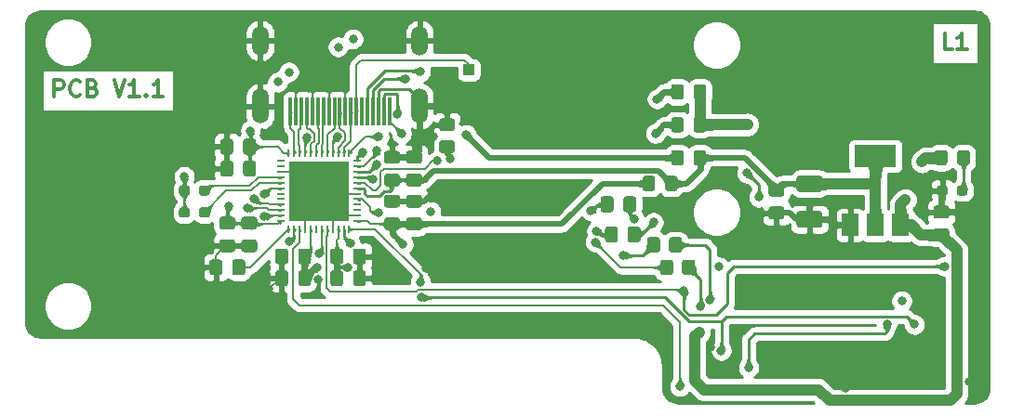
<source format=gtl>
%TF.GenerationSoftware,KiCad,Pcbnew,5.1.9+dfsg1-1+deb11u1*%
%TF.CreationDate,2025-10-29T09:53:25+01:00*%
%TF.ProjectId,VERA--HDMI-Expansion,56455241-2d58-4452-9d48-444d492d4578,1.1*%
%TF.SameCoordinates,Original*%
%TF.FileFunction,Copper,L1,Top*%
%TF.FilePolarity,Positive*%
%FSLAX46Y46*%
G04 Gerber Fmt 4.6, Leading zero omitted, Abs format (unit mm)*
G04 Created by KiCad (PCBNEW 5.1.9+dfsg1-1+deb11u1) date 2025-10-29 09:53:25*
%MOMM*%
%LPD*%
G01*
G04 APERTURE LIST*
%TA.AperFunction,NonConductor*%
%ADD10C,0.300000*%
%TD*%
%TA.AperFunction,ComponentPad*%
%ADD11O,1.500000X2.700000*%
%TD*%
%TA.AperFunction,ComponentPad*%
%ADD12O,1.500000X3.200000*%
%TD*%
%TA.AperFunction,SMDPad,CuDef*%
%ADD13R,0.300000X2.600000*%
%TD*%
%TA.AperFunction,SMDPad,CuDef*%
%ADD14R,1.500000X2.000000*%
%TD*%
%TA.AperFunction,SMDPad,CuDef*%
%ADD15R,3.800000X2.000000*%
%TD*%
%TA.AperFunction,ComponentPad*%
%ADD16C,0.500000*%
%TD*%
%TA.AperFunction,SMDPad,CuDef*%
%ADD17R,0.787400X0.254000*%
%TD*%
%TA.AperFunction,SMDPad,CuDef*%
%ADD18R,0.254000X0.787400*%
%TD*%
%TA.AperFunction,SMDPad,CuDef*%
%ADD19R,5.511800X5.511800*%
%TD*%
%TA.AperFunction,SMDPad,CuDef*%
%ADD20R,1.000000X1.000000*%
%TD*%
%TA.AperFunction,ViaPad*%
%ADD21C,0.800000*%
%TD*%
%TA.AperFunction,Conductor*%
%ADD22C,0.500000*%
%TD*%
%TA.AperFunction,Conductor*%
%ADD23C,0.200000*%
%TD*%
%TA.AperFunction,Conductor*%
%ADD24C,0.250000*%
%TD*%
%TA.AperFunction,Conductor*%
%ADD25C,1.000000*%
%TD*%
%TA.AperFunction,Conductor*%
%ADD26C,0.254000*%
%TD*%
%TA.AperFunction,Conductor*%
%ADD27C,0.100000*%
%TD*%
%TA.AperFunction,Conductor*%
%ADD28C,0.025400*%
%TD*%
G04 APERTURE END LIST*
D10*
X109757142Y-84828571D02*
X109757142Y-83328571D01*
X110328571Y-83328571D01*
X110471428Y-83400000D01*
X110542857Y-83471428D01*
X110614285Y-83614285D01*
X110614285Y-83828571D01*
X110542857Y-83971428D01*
X110471428Y-84042857D01*
X110328571Y-84114285D01*
X109757142Y-84114285D01*
X112114285Y-84685714D02*
X112042857Y-84757142D01*
X111828571Y-84828571D01*
X111685714Y-84828571D01*
X111471428Y-84757142D01*
X111328571Y-84614285D01*
X111257142Y-84471428D01*
X111185714Y-84185714D01*
X111185714Y-83971428D01*
X111257142Y-83685714D01*
X111328571Y-83542857D01*
X111471428Y-83400000D01*
X111685714Y-83328571D01*
X111828571Y-83328571D01*
X112042857Y-83400000D01*
X112114285Y-83471428D01*
X113257142Y-84042857D02*
X113471428Y-84114285D01*
X113542857Y-84185714D01*
X113614285Y-84328571D01*
X113614285Y-84542857D01*
X113542857Y-84685714D01*
X113471428Y-84757142D01*
X113328571Y-84828571D01*
X112757142Y-84828571D01*
X112757142Y-83328571D01*
X113257142Y-83328571D01*
X113400000Y-83400000D01*
X113471428Y-83471428D01*
X113542857Y-83614285D01*
X113542857Y-83757142D01*
X113471428Y-83900000D01*
X113400000Y-83971428D01*
X113257142Y-84042857D01*
X112757142Y-84042857D01*
X115185714Y-83328571D02*
X115685714Y-84828571D01*
X116185714Y-83328571D01*
X117471428Y-84828571D02*
X116614285Y-84828571D01*
X117042857Y-84828571D02*
X117042857Y-83328571D01*
X116900000Y-83542857D01*
X116757142Y-83685714D01*
X116614285Y-83757142D01*
X118114285Y-84685714D02*
X118185714Y-84757142D01*
X118114285Y-84828571D01*
X118042857Y-84757142D01*
X118114285Y-84685714D01*
X118114285Y-84828571D01*
X119614285Y-84828571D02*
X118757142Y-84828571D01*
X119185714Y-84828571D02*
X119185714Y-83328571D01*
X119042857Y-83542857D01*
X118900000Y-83685714D01*
X118757142Y-83757142D01*
X191540000Y-80528571D02*
X190825714Y-80528571D01*
X190825714Y-79028571D01*
X192825714Y-80528571D02*
X191968571Y-80528571D01*
X192397142Y-80528571D02*
X192397142Y-79028571D01*
X192254285Y-79242857D01*
X192111428Y-79385714D01*
X191968571Y-79457142D01*
%TO.P,C1,2*%
%TO.N,GND*%
%TA.AperFunction,SMDPad,CuDef*%
G36*
G01*
X142975000Y-90950000D02*
X142025000Y-90950000D01*
G75*
G02*
X141775000Y-90700000I0J250000D01*
G01*
X141775000Y-90025000D01*
G75*
G02*
X142025000Y-89775000I250000J0D01*
G01*
X142975000Y-89775000D01*
G75*
G02*
X143225000Y-90025000I0J-250000D01*
G01*
X143225000Y-90700000D01*
G75*
G02*
X142975000Y-90950000I-250000J0D01*
G01*
G37*
%TD.AperFunction*%
%TO.P,C1,1*%
%TO.N,1V8*%
%TA.AperFunction,SMDPad,CuDef*%
G36*
G01*
X142975000Y-93025000D02*
X142025000Y-93025000D01*
G75*
G02*
X141775000Y-92775000I0J250000D01*
G01*
X141775000Y-92100000D01*
G75*
G02*
X142025000Y-91850000I250000J0D01*
G01*
X142975000Y-91850000D01*
G75*
G02*
X143225000Y-92100000I0J-250000D01*
G01*
X143225000Y-92775000D01*
G75*
G02*
X142975000Y-93025000I-250000J0D01*
G01*
G37*
%TD.AperFunction*%
%TD*%
%TO.P,C2,2*%
%TO.N,GND*%
%TA.AperFunction,SMDPad,CuDef*%
G36*
G01*
X140975000Y-90950000D02*
X140025000Y-90950000D01*
G75*
G02*
X139775000Y-90700000I0J250000D01*
G01*
X139775000Y-90025000D01*
G75*
G02*
X140025000Y-89775000I250000J0D01*
G01*
X140975000Y-89775000D01*
G75*
G02*
X141225000Y-90025000I0J-250000D01*
G01*
X141225000Y-90700000D01*
G75*
G02*
X140975000Y-90950000I-250000J0D01*
G01*
G37*
%TD.AperFunction*%
%TO.P,C2,1*%
%TO.N,1V8*%
%TA.AperFunction,SMDPad,CuDef*%
G36*
G01*
X140975000Y-93025000D02*
X140025000Y-93025000D01*
G75*
G02*
X139775000Y-92775000I0J250000D01*
G01*
X139775000Y-92100000D01*
G75*
G02*
X140025000Y-91850000I250000J0D01*
G01*
X140975000Y-91850000D01*
G75*
G02*
X141225000Y-92100000I0J-250000D01*
G01*
X141225000Y-92775000D01*
G75*
G02*
X140975000Y-93025000I-250000J0D01*
G01*
G37*
%TD.AperFunction*%
%TD*%
%TO.P,C3,2*%
%TO.N,GND*%
%TA.AperFunction,SMDPad,CuDef*%
G36*
G01*
X140975000Y-94950000D02*
X140025000Y-94950000D01*
G75*
G02*
X139775000Y-94700000I0J250000D01*
G01*
X139775000Y-94025000D01*
G75*
G02*
X140025000Y-93775000I250000J0D01*
G01*
X140975000Y-93775000D01*
G75*
G02*
X141225000Y-94025000I0J-250000D01*
G01*
X141225000Y-94700000D01*
G75*
G02*
X140975000Y-94950000I-250000J0D01*
G01*
G37*
%TD.AperFunction*%
%TO.P,C3,1*%
%TO.N,/AVDD18_ADC_0*%
%TA.AperFunction,SMDPad,CuDef*%
G36*
G01*
X140975000Y-97025000D02*
X140025000Y-97025000D01*
G75*
G02*
X139775000Y-96775000I0J250000D01*
G01*
X139775000Y-96100000D01*
G75*
G02*
X140025000Y-95850000I250000J0D01*
G01*
X140975000Y-95850000D01*
G75*
G02*
X141225000Y-96100000I0J-250000D01*
G01*
X141225000Y-96775000D01*
G75*
G02*
X140975000Y-97025000I-250000J0D01*
G01*
G37*
%TD.AperFunction*%
%TD*%
%TO.P,C4,2*%
%TO.N,GND*%
%TA.AperFunction,SMDPad,CuDef*%
G36*
G01*
X142975000Y-94950000D02*
X142025000Y-94950000D01*
G75*
G02*
X141775000Y-94700000I0J250000D01*
G01*
X141775000Y-94025000D01*
G75*
G02*
X142025000Y-93775000I250000J0D01*
G01*
X142975000Y-93775000D01*
G75*
G02*
X143225000Y-94025000I0J-250000D01*
G01*
X143225000Y-94700000D01*
G75*
G02*
X142975000Y-94950000I-250000J0D01*
G01*
G37*
%TD.AperFunction*%
%TO.P,C4,1*%
%TO.N,/AVDD18_ADC_0*%
%TA.AperFunction,SMDPad,CuDef*%
G36*
G01*
X142975000Y-97025000D02*
X142025000Y-97025000D01*
G75*
G02*
X141775000Y-96775000I0J250000D01*
G01*
X141775000Y-96100000D01*
G75*
G02*
X142025000Y-95850000I250000J0D01*
G01*
X142975000Y-95850000D01*
G75*
G02*
X143225000Y-96100000I0J-250000D01*
G01*
X143225000Y-96775000D01*
G75*
G02*
X142975000Y-97025000I-250000J0D01*
G01*
G37*
%TD.AperFunction*%
%TD*%
%TO.P,C7,2*%
%TO.N,GND*%
%TA.AperFunction,SMDPad,CuDef*%
G36*
G01*
X125025000Y-97850000D02*
X125975000Y-97850000D01*
G75*
G02*
X126225000Y-98100000I0J-250000D01*
G01*
X126225000Y-98775000D01*
G75*
G02*
X125975000Y-99025000I-250000J0D01*
G01*
X125025000Y-99025000D01*
G75*
G02*
X124775000Y-98775000I0J250000D01*
G01*
X124775000Y-98100000D01*
G75*
G02*
X125025000Y-97850000I250000J0D01*
G01*
G37*
%TD.AperFunction*%
%TO.P,C7,1*%
%TO.N,/DVDD33_0*%
%TA.AperFunction,SMDPad,CuDef*%
G36*
G01*
X125025000Y-95775000D02*
X125975000Y-95775000D01*
G75*
G02*
X126225000Y-96025000I0J-250000D01*
G01*
X126225000Y-96700000D01*
G75*
G02*
X125975000Y-96950000I-250000J0D01*
G01*
X125025000Y-96950000D01*
G75*
G02*
X124775000Y-96700000I0J250000D01*
G01*
X124775000Y-96025000D01*
G75*
G02*
X125025000Y-95775000I250000J0D01*
G01*
G37*
%TD.AperFunction*%
%TD*%
%TO.P,C8,2*%
%TO.N,GND*%
%TA.AperFunction,SMDPad,CuDef*%
G36*
G01*
X127025000Y-97850000D02*
X127975000Y-97850000D01*
G75*
G02*
X128225000Y-98100000I0J-250000D01*
G01*
X128225000Y-98775000D01*
G75*
G02*
X127975000Y-99025000I-250000J0D01*
G01*
X127025000Y-99025000D01*
G75*
G02*
X126775000Y-98775000I0J250000D01*
G01*
X126775000Y-98100000D01*
G75*
G02*
X127025000Y-97850000I250000J0D01*
G01*
G37*
%TD.AperFunction*%
%TO.P,C8,1*%
%TO.N,/DVDD33_0*%
%TA.AperFunction,SMDPad,CuDef*%
G36*
G01*
X127025000Y-95775000D02*
X127975000Y-95775000D01*
G75*
G02*
X128225000Y-96025000I0J-250000D01*
G01*
X128225000Y-96700000D01*
G75*
G02*
X127975000Y-96950000I-250000J0D01*
G01*
X127025000Y-96950000D01*
G75*
G02*
X126775000Y-96700000I0J250000D01*
G01*
X126775000Y-96025000D01*
G75*
G02*
X127025000Y-95775000I250000J0D01*
G01*
G37*
%TD.AperFunction*%
%TD*%
%TO.P,C9,2*%
%TO.N,GND*%
%TA.AperFunction,SMDPad,CuDef*%
G36*
G01*
X131050000Y-100925000D02*
X131050000Y-101875000D01*
G75*
G02*
X130800000Y-102125000I-250000J0D01*
G01*
X130125000Y-102125000D01*
G75*
G02*
X129875000Y-101875000I0J250000D01*
G01*
X129875000Y-100925000D01*
G75*
G02*
X130125000Y-100675000I250000J0D01*
G01*
X130800000Y-100675000D01*
G75*
G02*
X131050000Y-100925000I0J-250000D01*
G01*
G37*
%TD.AperFunction*%
%TO.P,C9,1*%
%TO.N,/AVDD18_ADC_0*%
%TA.AperFunction,SMDPad,CuDef*%
G36*
G01*
X133125000Y-100925000D02*
X133125000Y-101875000D01*
G75*
G02*
X132875000Y-102125000I-250000J0D01*
G01*
X132200000Y-102125000D01*
G75*
G02*
X131950000Y-101875000I0J250000D01*
G01*
X131950000Y-100925000D01*
G75*
G02*
X132200000Y-100675000I250000J0D01*
G01*
X132875000Y-100675000D01*
G75*
G02*
X133125000Y-100925000I0J-250000D01*
G01*
G37*
%TD.AperFunction*%
%TD*%
%TO.P,C10,2*%
%TO.N,GND*%
%TA.AperFunction,SMDPad,CuDef*%
G36*
G01*
X131050000Y-98925000D02*
X131050000Y-99875000D01*
G75*
G02*
X130800000Y-100125000I-250000J0D01*
G01*
X130125000Y-100125000D01*
G75*
G02*
X129875000Y-99875000I0J250000D01*
G01*
X129875000Y-98925000D01*
G75*
G02*
X130125000Y-98675000I250000J0D01*
G01*
X130800000Y-98675000D01*
G75*
G02*
X131050000Y-98925000I0J-250000D01*
G01*
G37*
%TD.AperFunction*%
%TO.P,C10,1*%
%TO.N,/AVDD18_ADC_0*%
%TA.AperFunction,SMDPad,CuDef*%
G36*
G01*
X133125000Y-98925000D02*
X133125000Y-99875000D01*
G75*
G02*
X132875000Y-100125000I-250000J0D01*
G01*
X132200000Y-100125000D01*
G75*
G02*
X131950000Y-99875000I0J250000D01*
G01*
X131950000Y-98925000D01*
G75*
G02*
X132200000Y-98675000I250000J0D01*
G01*
X132875000Y-98675000D01*
G75*
G02*
X133125000Y-98925000I0J-250000D01*
G01*
G37*
%TD.AperFunction*%
%TD*%
%TO.P,C13,2*%
%TO.N,GND*%
%TA.AperFunction,SMDPad,CuDef*%
G36*
G01*
X126050000Y-90925000D02*
X126050000Y-91875000D01*
G75*
G02*
X125800000Y-92125000I-250000J0D01*
G01*
X125125000Y-92125000D01*
G75*
G02*
X124875000Y-91875000I0J250000D01*
G01*
X124875000Y-90925000D01*
G75*
G02*
X125125000Y-90675000I250000J0D01*
G01*
X125800000Y-90675000D01*
G75*
G02*
X126050000Y-90925000I0J-250000D01*
G01*
G37*
%TD.AperFunction*%
%TO.P,C13,1*%
%TO.N,/DVDD33_0*%
%TA.AperFunction,SMDPad,CuDef*%
G36*
G01*
X128125000Y-90925000D02*
X128125000Y-91875000D01*
G75*
G02*
X127875000Y-92125000I-250000J0D01*
G01*
X127200000Y-92125000D01*
G75*
G02*
X126950000Y-91875000I0J250000D01*
G01*
X126950000Y-90925000D01*
G75*
G02*
X127200000Y-90675000I250000J0D01*
G01*
X127875000Y-90675000D01*
G75*
G02*
X128125000Y-90925000I0J-250000D01*
G01*
G37*
%TD.AperFunction*%
%TD*%
%TO.P,C14,2*%
%TO.N,GND*%
%TA.AperFunction,SMDPad,CuDef*%
G36*
G01*
X126050000Y-88925000D02*
X126050000Y-89875000D01*
G75*
G02*
X125800000Y-90125000I-250000J0D01*
G01*
X125125000Y-90125000D01*
G75*
G02*
X124875000Y-89875000I0J250000D01*
G01*
X124875000Y-88925000D01*
G75*
G02*
X125125000Y-88675000I250000J0D01*
G01*
X125800000Y-88675000D01*
G75*
G02*
X126050000Y-88925000I0J-250000D01*
G01*
G37*
%TD.AperFunction*%
%TO.P,C14,1*%
%TO.N,/DVDD33_0*%
%TA.AperFunction,SMDPad,CuDef*%
G36*
G01*
X128125000Y-88925000D02*
X128125000Y-89875000D01*
G75*
G02*
X127875000Y-90125000I-250000J0D01*
G01*
X127200000Y-90125000D01*
G75*
G02*
X126950000Y-89875000I0J250000D01*
G01*
X126950000Y-88925000D01*
G75*
G02*
X127200000Y-88675000I250000J0D01*
G01*
X127875000Y-88675000D01*
G75*
G02*
X128125000Y-88925000I0J-250000D01*
G01*
G37*
%TD.AperFunction*%
%TD*%
%TO.P,C15,2*%
%TO.N,GND*%
%TA.AperFunction,SMDPad,CuDef*%
G36*
G01*
X190975000Y-95950000D02*
X190025000Y-95950000D01*
G75*
G02*
X189775000Y-95700000I0J250000D01*
G01*
X189775000Y-95025000D01*
G75*
G02*
X190025000Y-94775000I250000J0D01*
G01*
X190975000Y-94775000D01*
G75*
G02*
X191225000Y-95025000I0J-250000D01*
G01*
X191225000Y-95700000D01*
G75*
G02*
X190975000Y-95950000I-250000J0D01*
G01*
G37*
%TD.AperFunction*%
%TO.P,C15,1*%
%TO.N,5V*%
%TA.AperFunction,SMDPad,CuDef*%
G36*
G01*
X190975000Y-98025000D02*
X190025000Y-98025000D01*
G75*
G02*
X189775000Y-97775000I0J250000D01*
G01*
X189775000Y-97100000D01*
G75*
G02*
X190025000Y-96850000I250000J0D01*
G01*
X190975000Y-96850000D01*
G75*
G02*
X191225000Y-97100000I0J-250000D01*
G01*
X191225000Y-97775000D01*
G75*
G02*
X190975000Y-98025000I-250000J0D01*
G01*
G37*
%TD.AperFunction*%
%TD*%
%TO.P,C16,2*%
%TO.N,GND*%
%TA.AperFunction,SMDPad,CuDef*%
G36*
G01*
X177575000Y-95275000D02*
X179425000Y-95275000D01*
G75*
G02*
X179675000Y-95525000I0J-250000D01*
G01*
X179675000Y-96525000D01*
G75*
G02*
X179425000Y-96775000I-250000J0D01*
G01*
X177575000Y-96775000D01*
G75*
G02*
X177325000Y-96525000I0J250000D01*
G01*
X177325000Y-95525000D01*
G75*
G02*
X177575000Y-95275000I250000J0D01*
G01*
G37*
%TD.AperFunction*%
%TO.P,C16,1*%
%TO.N,1V8*%
%TA.AperFunction,SMDPad,CuDef*%
G36*
G01*
X177575000Y-92025000D02*
X179425000Y-92025000D01*
G75*
G02*
X179675000Y-92275000I0J-250000D01*
G01*
X179675000Y-93275000D01*
G75*
G02*
X179425000Y-93525000I-250000J0D01*
G01*
X177575000Y-93525000D01*
G75*
G02*
X177325000Y-93275000I0J250000D01*
G01*
X177325000Y-92275000D01*
G75*
G02*
X177575000Y-92025000I250000J0D01*
G01*
G37*
%TD.AperFunction*%
%TD*%
%TO.P,C17,2*%
%TO.N,GND*%
%TA.AperFunction,SMDPad,CuDef*%
G36*
G01*
X175025000Y-94850000D02*
X175975000Y-94850000D01*
G75*
G02*
X176225000Y-95100000I0J-250000D01*
G01*
X176225000Y-95775000D01*
G75*
G02*
X175975000Y-96025000I-250000J0D01*
G01*
X175025000Y-96025000D01*
G75*
G02*
X174775000Y-95775000I0J250000D01*
G01*
X174775000Y-95100000D01*
G75*
G02*
X175025000Y-94850000I250000J0D01*
G01*
G37*
%TD.AperFunction*%
%TO.P,C17,1*%
%TO.N,1V8*%
%TA.AperFunction,SMDPad,CuDef*%
G36*
G01*
X175025000Y-92775000D02*
X175975000Y-92775000D01*
G75*
G02*
X176225000Y-93025000I0J-250000D01*
G01*
X176225000Y-93700000D01*
G75*
G02*
X175975000Y-93950000I-250000J0D01*
G01*
X175025000Y-93950000D01*
G75*
G02*
X174775000Y-93700000I0J250000D01*
G01*
X174775000Y-93025000D01*
G75*
G02*
X175025000Y-92775000I250000J0D01*
G01*
G37*
%TD.AperFunction*%
%TD*%
%TO.P,C18,2*%
%TO.N,GND*%
%TA.AperFunction,SMDPad,CuDef*%
G36*
G01*
X136950000Y-101875000D02*
X136950000Y-100925000D01*
G75*
G02*
X137200000Y-100675000I250000J0D01*
G01*
X137875000Y-100675000D01*
G75*
G02*
X138125000Y-100925000I0J-250000D01*
G01*
X138125000Y-101875000D01*
G75*
G02*
X137875000Y-102125000I-250000J0D01*
G01*
X137200000Y-102125000D01*
G75*
G02*
X136950000Y-101875000I0J250000D01*
G01*
G37*
%TD.AperFunction*%
%TO.P,C18,1*%
%TO.N,/AVDD18_ADC_0*%
%TA.AperFunction,SMDPad,CuDef*%
G36*
G01*
X134875000Y-101875000D02*
X134875000Y-100925000D01*
G75*
G02*
X135125000Y-100675000I250000J0D01*
G01*
X135800000Y-100675000D01*
G75*
G02*
X136050000Y-100925000I0J-250000D01*
G01*
X136050000Y-101875000D01*
G75*
G02*
X135800000Y-102125000I-250000J0D01*
G01*
X135125000Y-102125000D01*
G75*
G02*
X134875000Y-101875000I0J250000D01*
G01*
G37*
%TD.AperFunction*%
%TD*%
%TO.P,C19,2*%
%TO.N,GND*%
%TA.AperFunction,SMDPad,CuDef*%
G36*
G01*
X136950000Y-99875000D02*
X136950000Y-98925000D01*
G75*
G02*
X137200000Y-98675000I250000J0D01*
G01*
X137875000Y-98675000D01*
G75*
G02*
X138125000Y-98925000I0J-250000D01*
G01*
X138125000Y-99875000D01*
G75*
G02*
X137875000Y-100125000I-250000J0D01*
G01*
X137200000Y-100125000D01*
G75*
G02*
X136950000Y-99875000I0J250000D01*
G01*
G37*
%TD.AperFunction*%
%TO.P,C19,1*%
%TO.N,/AVDD18_ADC_0*%
%TA.AperFunction,SMDPad,CuDef*%
G36*
G01*
X134875000Y-99875000D02*
X134875000Y-98925000D01*
G75*
G02*
X135125000Y-98675000I250000J0D01*
G01*
X135800000Y-98675000D01*
G75*
G02*
X136050000Y-98925000I0J-250000D01*
G01*
X136050000Y-99875000D01*
G75*
G02*
X135800000Y-100125000I-250000J0D01*
G01*
X135125000Y-100125000D01*
G75*
G02*
X134875000Y-99875000I0J250000D01*
G01*
G37*
%TD.AperFunction*%
%TD*%
%TO.P,C26,2*%
%TO.N,Net-(C26-Pad2)*%
%TA.AperFunction,SMDPad,CuDef*%
G36*
G01*
X161550000Y-95125000D02*
X161550000Y-94175000D01*
G75*
G02*
X161800000Y-93925000I250000J0D01*
G01*
X162475000Y-93925000D01*
G75*
G02*
X162725000Y-94175000I0J-250000D01*
G01*
X162725000Y-95125000D01*
G75*
G02*
X162475000Y-95375000I-250000J0D01*
G01*
X161800000Y-95375000D01*
G75*
G02*
X161550000Y-95125000I0J250000D01*
G01*
G37*
%TD.AperFunction*%
%TO.P,C26,1*%
%TO.N,Net-(C26-Pad1)*%
%TA.AperFunction,SMDPad,CuDef*%
G36*
G01*
X159475000Y-95125000D02*
X159475000Y-94175000D01*
G75*
G02*
X159725000Y-93925000I250000J0D01*
G01*
X160400000Y-93925000D01*
G75*
G02*
X160650000Y-94175000I0J-250000D01*
G01*
X160650000Y-95125000D01*
G75*
G02*
X160400000Y-95375000I-250000J0D01*
G01*
X159725000Y-95375000D01*
G75*
G02*
X159475000Y-95125000I0J250000D01*
G01*
G37*
%TD.AperFunction*%
%TD*%
%TO.P,C27,2*%
%TO.N,Net-(C27-Pad2)*%
%TA.AperFunction,SMDPad,CuDef*%
G36*
G01*
X161950000Y-97875000D02*
X161950000Y-96925000D01*
G75*
G02*
X162200000Y-96675000I250000J0D01*
G01*
X162875000Y-96675000D01*
G75*
G02*
X163125000Y-96925000I0J-250000D01*
G01*
X163125000Y-97875000D01*
G75*
G02*
X162875000Y-98125000I-250000J0D01*
G01*
X162200000Y-98125000D01*
G75*
G02*
X161950000Y-97875000I0J250000D01*
G01*
G37*
%TD.AperFunction*%
%TO.P,C27,1*%
%TO.N,Net-(C27-Pad1)*%
%TA.AperFunction,SMDPad,CuDef*%
G36*
G01*
X159875000Y-97875000D02*
X159875000Y-96925000D01*
G75*
G02*
X160125000Y-96675000I250000J0D01*
G01*
X160800000Y-96675000D01*
G75*
G02*
X161050000Y-96925000I0J-250000D01*
G01*
X161050000Y-97875000D01*
G75*
G02*
X160800000Y-98125000I-250000J0D01*
G01*
X160125000Y-98125000D01*
G75*
G02*
X159875000Y-97875000I0J250000D01*
G01*
G37*
%TD.AperFunction*%
%TD*%
%TO.P,C30,2*%
%TO.N,GND*%
%TA.AperFunction,SMDPad,CuDef*%
G36*
G01*
X125050000Y-99925000D02*
X125050000Y-100875000D01*
G75*
G02*
X124800000Y-101125000I-250000J0D01*
G01*
X124125000Y-101125000D01*
G75*
G02*
X123875000Y-100875000I0J250000D01*
G01*
X123875000Y-99925000D01*
G75*
G02*
X124125000Y-99675000I250000J0D01*
G01*
X124800000Y-99675000D01*
G75*
G02*
X125050000Y-99925000I0J-250000D01*
G01*
G37*
%TD.AperFunction*%
%TO.P,C30,1*%
%TO.N,Net-(C30-Pad1)*%
%TA.AperFunction,SMDPad,CuDef*%
G36*
G01*
X127125000Y-99925000D02*
X127125000Y-100875000D01*
G75*
G02*
X126875000Y-101125000I-250000J0D01*
G01*
X126200000Y-101125000D01*
G75*
G02*
X125950000Y-100875000I0J250000D01*
G01*
X125950000Y-99925000D01*
G75*
G02*
X126200000Y-99675000I250000J0D01*
G01*
X126875000Y-99675000D01*
G75*
G02*
X127125000Y-99925000I0J-250000D01*
G01*
G37*
%TD.AperFunction*%
%TD*%
D11*
%TO.P,J1,SH*%
%TO.N,GND*%
X143000000Y-79740000D03*
X128500000Y-79740000D03*
D12*
X143000000Y-85700000D03*
X128500000Y-85700000D03*
D13*
%TO.P,J1,19*%
%TO.N,Net-(J1-Pad19)*%
X140250000Y-86200000D03*
%TO.P,J1,18*%
%TO.N,5V*%
X139750000Y-86200000D03*
%TO.P,J1,17*%
%TO.N,GND*%
X139250000Y-86200000D03*
%TO.P,J1,16*%
%TO.N,/DDC_SDA*%
X138750000Y-86200000D03*
%TO.P,J1,15*%
%TO.N,/DDC_SCL*%
X138250000Y-86200000D03*
%TO.P,J1,14*%
%TO.N,Net-(J1-Pad14)*%
X137750000Y-86200000D03*
%TO.P,J1,13*%
%TO.N,Net-(J1-Pad13)*%
X137250000Y-86200000D03*
%TO.P,J1,12*%
%TO.N,/HDMI_TXC-*%
X136750000Y-86200000D03*
%TO.P,J1,11*%
%TO.N,GND*%
X136250000Y-86200000D03*
%TO.P,J1,10*%
%TO.N,/HDMI_TXC+*%
X135750000Y-86200000D03*
%TO.P,J1,9*%
%TO.N,/HDMI_TX0-*%
X135250000Y-86200000D03*
%TO.P,J1,8*%
%TO.N,GND*%
X134750000Y-86200000D03*
%TO.P,J1,7*%
%TO.N,/HDMI_TX0+*%
X134250000Y-86200000D03*
%TO.P,J1,6*%
%TO.N,/HDMI_TX1-*%
X133750000Y-86200000D03*
%TO.P,J1,5*%
%TO.N,GND*%
X133250000Y-86200000D03*
%TO.P,J1,4*%
%TO.N,/HDMI_TX1+*%
X132750000Y-86200000D03*
%TO.P,J1,3*%
%TO.N,/HDMI_TX2-*%
X132250000Y-86200000D03*
%TO.P,J1,2*%
%TO.N,GND*%
X131750000Y-86200000D03*
%TO.P,J1,1*%
%TO.N,/HDMI_TX2+*%
X131250000Y-86200000D03*
%TD*%
%TO.P,L1,2*%
%TO.N,/AVDD18_ADC_0*%
%TA.AperFunction,SMDPad,CuDef*%
G36*
G01*
X164450000Y-92299999D02*
X164450000Y-93200001D01*
G75*
G02*
X164200001Y-93450000I-249999J0D01*
G01*
X163549999Y-93450000D01*
G75*
G02*
X163300000Y-93200001I0J249999D01*
G01*
X163300000Y-92299999D01*
G75*
G02*
X163549999Y-92050000I249999J0D01*
G01*
X164200001Y-92050000D01*
G75*
G02*
X164450000Y-92299999I0J-249999D01*
G01*
G37*
%TD.AperFunction*%
%TO.P,L1,1*%
%TO.N,1V8*%
%TA.AperFunction,SMDPad,CuDef*%
G36*
G01*
X166500000Y-92299999D02*
X166500000Y-93200001D01*
G75*
G02*
X166250001Y-93450000I-249999J0D01*
G01*
X165599999Y-93450000D01*
G75*
G02*
X165350000Y-93200001I0J249999D01*
G01*
X165350000Y-92299999D01*
G75*
G02*
X165599999Y-92050000I249999J0D01*
G01*
X166250001Y-92050000D01*
G75*
G02*
X166500000Y-92299999I0J-249999D01*
G01*
G37*
%TD.AperFunction*%
%TD*%
%TO.P,L2,2*%
%TO.N,/AVDD18_0*%
%TA.AperFunction,SMDPad,CuDef*%
G36*
G01*
X167050000Y-89949999D02*
X167050000Y-90850001D01*
G75*
G02*
X166800001Y-91100000I-249999J0D01*
G01*
X166149999Y-91100000D01*
G75*
G02*
X165900000Y-90850001I0J249999D01*
G01*
X165900000Y-89949999D01*
G75*
G02*
X166149999Y-89700000I249999J0D01*
G01*
X166800001Y-89700000D01*
G75*
G02*
X167050000Y-89949999I0J-249999D01*
G01*
G37*
%TD.AperFunction*%
%TO.P,L2,1*%
%TO.N,1V8*%
%TA.AperFunction,SMDPad,CuDef*%
G36*
G01*
X169100000Y-89949999D02*
X169100000Y-90850001D01*
G75*
G02*
X168850001Y-91100000I-249999J0D01*
G01*
X168199999Y-91100000D01*
G75*
G02*
X167950000Y-90850001I0J249999D01*
G01*
X167950000Y-89949999D01*
G75*
G02*
X168199999Y-89700000I249999J0D01*
G01*
X168850001Y-89700000D01*
G75*
G02*
X169100000Y-89949999I0J-249999D01*
G01*
G37*
%TD.AperFunction*%
%TD*%
%TO.P,L3,2*%
%TO.N,/DVDD33_0*%
%TA.AperFunction,SMDPad,CuDef*%
G36*
G01*
X167050000Y-86949999D02*
X167050000Y-87850001D01*
G75*
G02*
X166800001Y-88100000I-249999J0D01*
G01*
X166149999Y-88100000D01*
G75*
G02*
X165900000Y-87850001I0J249999D01*
G01*
X165900000Y-86949999D01*
G75*
G02*
X166149999Y-86700000I249999J0D01*
G01*
X166800001Y-86700000D01*
G75*
G02*
X167050000Y-86949999I0J-249999D01*
G01*
G37*
%TD.AperFunction*%
%TO.P,L3,1*%
%TO.N,3V3*%
%TA.AperFunction,SMDPad,CuDef*%
G36*
G01*
X169100000Y-86949999D02*
X169100000Y-87850001D01*
G75*
G02*
X168850001Y-88100000I-249999J0D01*
G01*
X168199999Y-88100000D01*
G75*
G02*
X167950000Y-87850001I0J249999D01*
G01*
X167950000Y-86949999D01*
G75*
G02*
X168199999Y-86700000I249999J0D01*
G01*
X168850001Y-86700000D01*
G75*
G02*
X169100000Y-86949999I0J-249999D01*
G01*
G37*
%TD.AperFunction*%
%TD*%
%TO.P,L4,2*%
%TO.N,/AVDD33_0*%
%TA.AperFunction,SMDPad,CuDef*%
G36*
G01*
X167050000Y-83949999D02*
X167050000Y-84850001D01*
G75*
G02*
X166800001Y-85100000I-249999J0D01*
G01*
X166149999Y-85100000D01*
G75*
G02*
X165900000Y-84850001I0J249999D01*
G01*
X165900000Y-83949999D01*
G75*
G02*
X166149999Y-83700000I249999J0D01*
G01*
X166800001Y-83700000D01*
G75*
G02*
X167050000Y-83949999I0J-249999D01*
G01*
G37*
%TD.AperFunction*%
%TO.P,L4,1*%
%TO.N,3V3*%
%TA.AperFunction,SMDPad,CuDef*%
G36*
G01*
X169100000Y-83949999D02*
X169100000Y-84850001D01*
G75*
G02*
X168850001Y-85100000I-249999J0D01*
G01*
X168199999Y-85100000D01*
G75*
G02*
X167950000Y-84850001I0J249999D01*
G01*
X167950000Y-83949999D01*
G75*
G02*
X168199999Y-83700000I249999J0D01*
G01*
X168850001Y-83700000D01*
G75*
G02*
X169100000Y-83949999I0J-249999D01*
G01*
G37*
%TD.AperFunction*%
%TD*%
%TO.P,R1,2*%
%TO.N,VGAHSYNC*%
%TA.AperFunction,SMDPad,CuDef*%
G36*
G01*
X166900000Y-100850001D02*
X166900000Y-99949999D01*
G75*
G02*
X167149999Y-99700000I249999J0D01*
G01*
X167850001Y-99700000D01*
G75*
G02*
X168100000Y-99949999I0J-249999D01*
G01*
X168100000Y-100850001D01*
G75*
G02*
X167850001Y-101100000I-249999J0D01*
G01*
X167149999Y-101100000D01*
G75*
G02*
X166900000Y-100850001I0J249999D01*
G01*
G37*
%TD.AperFunction*%
%TO.P,R1,1*%
%TO.N,Net-(R1-Pad1)*%
%TA.AperFunction,SMDPad,CuDef*%
G36*
G01*
X164900000Y-100850001D02*
X164900000Y-99949999D01*
G75*
G02*
X165149999Y-99700000I249999J0D01*
G01*
X165850001Y-99700000D01*
G75*
G02*
X166100000Y-99949999I0J-249999D01*
G01*
X166100000Y-100850001D01*
G75*
G02*
X165850001Y-101100000I-249999J0D01*
G01*
X165149999Y-101100000D01*
G75*
G02*
X164900000Y-100850001I0J249999D01*
G01*
G37*
%TD.AperFunction*%
%TD*%
%TO.P,R2,2*%
%TO.N,VGAVSYNC*%
%TA.AperFunction,SMDPad,CuDef*%
G36*
G01*
X165700000Y-98800001D02*
X165700000Y-97899999D01*
G75*
G02*
X165949999Y-97650000I249999J0D01*
G01*
X166650001Y-97650000D01*
G75*
G02*
X166900000Y-97899999I0J-249999D01*
G01*
X166900000Y-98800001D01*
G75*
G02*
X166650001Y-99050000I-249999J0D01*
G01*
X165949999Y-99050000D01*
G75*
G02*
X165700000Y-98800001I0J249999D01*
G01*
G37*
%TD.AperFunction*%
%TO.P,R2,1*%
%TO.N,Net-(R2-Pad1)*%
%TA.AperFunction,SMDPad,CuDef*%
G36*
G01*
X163700000Y-98800001D02*
X163700000Y-97899999D01*
G75*
G02*
X163949999Y-97650000I249999J0D01*
G01*
X164650001Y-97650000D01*
G75*
G02*
X164900000Y-97899999I0J-249999D01*
G01*
X164900000Y-98800001D01*
G75*
G02*
X164650001Y-99050000I-249999J0D01*
G01*
X163949999Y-99050000D01*
G75*
G02*
X163700000Y-98800001I0J249999D01*
G01*
G37*
%TD.AperFunction*%
%TD*%
%TO.P,R14,2*%
%TO.N,GND*%
%TA.AperFunction,SMDPad,CuDef*%
G36*
G01*
X145950001Y-88000000D02*
X145049999Y-88000000D01*
G75*
G02*
X144800000Y-87750001I0J249999D01*
G01*
X144800000Y-87049999D01*
G75*
G02*
X145049999Y-86800000I249999J0D01*
G01*
X145950001Y-86800000D01*
G75*
G02*
X146200000Y-87049999I0J-249999D01*
G01*
X146200000Y-87750001D01*
G75*
G02*
X145950001Y-88000000I-249999J0D01*
G01*
G37*
%TD.AperFunction*%
%TO.P,R14,1*%
%TO.N,Net-(R14-Pad1)*%
%TA.AperFunction,SMDPad,CuDef*%
G36*
G01*
X145950001Y-90000000D02*
X145049999Y-90000000D01*
G75*
G02*
X144800000Y-89750001I0J249999D01*
G01*
X144800000Y-89049999D01*
G75*
G02*
X145049999Y-88800000I249999J0D01*
G01*
X145950001Y-88800000D01*
G75*
G02*
X146200000Y-89049999I0J-249999D01*
G01*
X146200000Y-89750001D01*
G75*
G02*
X145950001Y-90000000I-249999J0D01*
G01*
G37*
%TD.AperFunction*%
%TD*%
%TO.P,R15,2*%
%TO.N,Net-(R15-Pad2)*%
%TA.AperFunction,SMDPad,CuDef*%
G36*
G01*
X122925000Y-95637500D02*
X122925000Y-95162500D01*
G75*
G02*
X123162500Y-94925000I237500J0D01*
G01*
X123662500Y-94925000D01*
G75*
G02*
X123900000Y-95162500I0J-237500D01*
G01*
X123900000Y-95637500D01*
G75*
G02*
X123662500Y-95875000I-237500J0D01*
G01*
X123162500Y-95875000D01*
G75*
G02*
X122925000Y-95637500I0J237500D01*
G01*
G37*
%TD.AperFunction*%
%TO.P,R15,1*%
%TO.N,3V3*%
%TA.AperFunction,SMDPad,CuDef*%
G36*
G01*
X121100000Y-95637500D02*
X121100000Y-95162500D01*
G75*
G02*
X121337500Y-94925000I237500J0D01*
G01*
X121837500Y-94925000D01*
G75*
G02*
X122075000Y-95162500I0J-237500D01*
G01*
X122075000Y-95637500D01*
G75*
G02*
X121837500Y-95875000I-237500J0D01*
G01*
X121337500Y-95875000D01*
G75*
G02*
X121100000Y-95637500I0J237500D01*
G01*
G37*
%TD.AperFunction*%
%TD*%
%TO.P,R16,2*%
%TO.N,Net-(R16-Pad2)*%
%TA.AperFunction,SMDPad,CuDef*%
G36*
G01*
X122925000Y-93637500D02*
X122925000Y-93162500D01*
G75*
G02*
X123162500Y-92925000I237500J0D01*
G01*
X123662500Y-92925000D01*
G75*
G02*
X123900000Y-93162500I0J-237500D01*
G01*
X123900000Y-93637500D01*
G75*
G02*
X123662500Y-93875000I-237500J0D01*
G01*
X123162500Y-93875000D01*
G75*
G02*
X122925000Y-93637500I0J237500D01*
G01*
G37*
%TD.AperFunction*%
%TO.P,R16,1*%
%TO.N,3V3*%
%TA.AperFunction,SMDPad,CuDef*%
G36*
G01*
X121100000Y-93637500D02*
X121100000Y-93162500D01*
G75*
G02*
X121337500Y-92925000I237500J0D01*
G01*
X121837500Y-92925000D01*
G75*
G02*
X122075000Y-93162500I0J-237500D01*
G01*
X122075000Y-93637500D01*
G75*
G02*
X121837500Y-93875000I-237500J0D01*
G01*
X121337500Y-93875000D01*
G75*
G02*
X121100000Y-93637500I0J237500D01*
G01*
G37*
%TD.AperFunction*%
%TD*%
D14*
%TO.P,U1,1*%
%TO.N,GND*%
X182200000Y-96550000D03*
%TO.P,U1,3*%
%TO.N,5V*%
X186800000Y-96550000D03*
%TO.P,U1,2*%
%TO.N,1V8*%
X184500000Y-96550000D03*
D15*
X184500000Y-90250000D03*
%TD*%
D16*
%TO.P,U2,49*%
%TO.N,GND*%
X131850000Y-91432900D03*
X132850000Y-91432900D03*
X133850000Y-91432900D03*
X134850000Y-91432900D03*
X135850000Y-91432900D03*
X131850000Y-92432900D03*
X132850000Y-92432900D03*
X133850000Y-92432900D03*
X134850000Y-92432900D03*
X135850000Y-92432900D03*
X131850000Y-93432900D03*
X132850000Y-93432900D03*
X133850000Y-93432900D03*
X134850000Y-93432900D03*
X135850000Y-93432900D03*
X131850000Y-94432900D03*
X132850000Y-94432900D03*
X133850000Y-94432900D03*
X134850000Y-94432900D03*
X135850000Y-94432900D03*
X131850000Y-95432900D03*
X132850000Y-95432900D03*
X133850000Y-95432900D03*
X134850000Y-95432900D03*
X135850000Y-95432900D03*
D17*
%TO.P,U2,1*%
%TO.N,/AVDD18_ADC_0*%
X137317100Y-96182900D03*
%TO.P,U2,2*%
%TO.N,GND*%
X137317100Y-95682901D03*
%TO.P,U2,3*%
%TO.N,Net-(U2-Pad3)*%
X137317100Y-95182899D03*
%TO.P,U2,4*%
%TO.N,Net-(U2-Pad4)*%
X137317100Y-94682900D03*
%TO.P,U2,5*%
%TO.N,/DVDD33_0*%
X137317100Y-94182901D03*
%TO.P,U2,6*%
%TO.N,GND*%
X137317100Y-93682900D03*
%TO.P,U2,7*%
%TO.N,1V8*%
X137317100Y-93182900D03*
%TO.P,U2,8*%
%TO.N,Net-(J1-Pad19)*%
X137317100Y-92682899D03*
%TO.P,U2,9*%
%TO.N,Net-(R13-Pad2)*%
X137317100Y-92182900D03*
%TO.P,U2,10*%
%TO.N,Net-(R10-Pad2)*%
X137317100Y-91682901D03*
%TO.P,U2,11*%
%TO.N,/DVDD33_0*%
X137317100Y-91182899D03*
%TO.P,U2,12*%
%TO.N,/AVDD33_0*%
X137317100Y-90682900D03*
D18*
%TO.P,U2,13*%
%TO.N,Net-(R14-Pad1)*%
X136600000Y-89965800D03*
%TO.P,U2,14*%
%TO.N,/HDMI_TXC-*%
X136100001Y-89965800D03*
%TO.P,U2,15*%
%TO.N,/HDMI_TXC+*%
X135599999Y-89965800D03*
%TO.P,U2,16*%
%TO.N,/AVDD18_0*%
X135100000Y-89965800D03*
%TO.P,U2,17*%
%TO.N,/HDMI_TX0-*%
X134600001Y-89965800D03*
%TO.P,U2,18*%
%TO.N,/HDMI_TX0+*%
X134100000Y-89965800D03*
%TO.P,U2,19*%
%TO.N,/HDMI_TX1-*%
X133600000Y-89965800D03*
%TO.P,U2,20*%
%TO.N,/HDMI_TX1+*%
X133099999Y-89965800D03*
%TO.P,U2,21*%
%TO.N,/AVDD18_0*%
X132600000Y-89965800D03*
%TO.P,U2,22*%
%TO.N,/HDMI_TX2-*%
X132100001Y-89965800D03*
%TO.P,U2,23*%
%TO.N,/HDMI_TX2+*%
X131599999Y-89965800D03*
%TO.P,U2,24*%
%TO.N,/DVDD33_0*%
X131100000Y-89965800D03*
D17*
%TO.P,U2,25*%
%TO.N,Net-(U2-Pad25)*%
X130382900Y-90682900D03*
%TO.P,U2,26*%
%TO.N,Net-(U2-Pad26)*%
X130382900Y-91182899D03*
%TO.P,U2,27*%
%TO.N,GND*%
X130382900Y-91682901D03*
%TO.P,U2,28*%
%TO.N,Net-(R16-Pad2)*%
X130382900Y-92182900D03*
%TO.P,U2,29*%
%TO.N,Net-(R15-Pad2)*%
X130382900Y-92682899D03*
%TO.P,U2,30*%
%TO.N,Net-(C26-Pad1)*%
X130382900Y-93182900D03*
%TO.P,U2,31*%
%TO.N,Net-(U2-Pad31)*%
X130382900Y-93682900D03*
%TO.P,U2,32*%
%TO.N,Net-(U2-Pad32)*%
X130382900Y-94182901D03*
%TO.P,U2,33*%
%TO.N,Net-(C27-Pad1)*%
X130382900Y-94682900D03*
%TO.P,U2,34*%
%TO.N,Net-(R1-Pad1)*%
X130382900Y-95182899D03*
%TO.P,U2,35*%
%TO.N,Net-(R2-Pad1)*%
X130382900Y-95682901D03*
%TO.P,U2,36*%
%TO.N,/DVDD33_0*%
X130382900Y-96182900D03*
D18*
%TO.P,U2,37*%
%TO.N,Net-(C30-Pad1)*%
X131100000Y-96900000D03*
%TO.P,U2,38*%
%TO.N,/AVDD33_0*%
X131599999Y-96900000D03*
%TO.P,U2,39*%
%TO.N,VGABLUE*%
X132100001Y-96900000D03*
%TO.P,U2,40*%
%TO.N,GND*%
X132600000Y-96900000D03*
%TO.P,U2,41*%
%TO.N,/AVDD18_ADC_0*%
X133099999Y-96900000D03*
%TO.P,U2,42*%
%TO.N,Net-(U2-Pad42)*%
X133600000Y-96900000D03*
%TO.P,U2,43*%
%TO.N,/AVDD33_0*%
X134100000Y-96900000D03*
%TO.P,U2,44*%
%TO.N,VGAGREEN*%
X134600001Y-96900000D03*
%TO.P,U2,45*%
%TO.N,GND*%
X135100000Y-96900000D03*
%TO.P,U2,46*%
%TO.N,/AVDD18_ADC_0*%
X135599999Y-96900000D03*
%TO.P,U2,47*%
%TO.N,/AVDD33_0*%
X136100001Y-96900000D03*
%TO.P,U2,48*%
%TO.N,VGARED*%
X136600000Y-96900000D03*
D19*
%TO.P,U2,49*%
%TO.N,GND*%
X133850000Y-93432900D03*
%TD*%
%TO.P,LD1,2*%
%TO.N,3V3*%
%TA.AperFunction,SMDPad,CuDef*%
G36*
G01*
X191050000Y-89949999D02*
X191050000Y-90850001D01*
G75*
G02*
X190800001Y-91100000I-249999J0D01*
G01*
X190149999Y-91100000D01*
G75*
G02*
X189900000Y-90850001I0J249999D01*
G01*
X189900000Y-89949999D01*
G75*
G02*
X190149999Y-89700000I249999J0D01*
G01*
X190800001Y-89700000D01*
G75*
G02*
X191050000Y-89949999I0J-249999D01*
G01*
G37*
%TD.AperFunction*%
%TO.P,LD1,1*%
%TO.N,Net-(LD1-Pad1)*%
%TA.AperFunction,SMDPad,CuDef*%
G36*
G01*
X193100000Y-89949999D02*
X193100000Y-90850001D01*
G75*
G02*
X192850001Y-91100000I-249999J0D01*
G01*
X192199999Y-91100000D01*
G75*
G02*
X191950000Y-90850001I0J249999D01*
G01*
X191950000Y-89949999D01*
G75*
G02*
X192199999Y-89700000I249999J0D01*
G01*
X192850001Y-89700000D01*
G75*
G02*
X193100000Y-89949999I0J-249999D01*
G01*
G37*
%TD.AperFunction*%
%TD*%
%TO.P,R17,2*%
%TO.N,GND*%
%TA.AperFunction,SMDPad,CuDef*%
G36*
G01*
X191075000Y-93162500D02*
X191075000Y-93637500D01*
G75*
G02*
X190837500Y-93875000I-237500J0D01*
G01*
X190337500Y-93875000D01*
G75*
G02*
X190100000Y-93637500I0J237500D01*
G01*
X190100000Y-93162500D01*
G75*
G02*
X190337500Y-92925000I237500J0D01*
G01*
X190837500Y-92925000D01*
G75*
G02*
X191075000Y-93162500I0J-237500D01*
G01*
G37*
%TD.AperFunction*%
%TO.P,R17,1*%
%TO.N,Net-(LD1-Pad1)*%
%TA.AperFunction,SMDPad,CuDef*%
G36*
G01*
X192900000Y-93162500D02*
X192900000Y-93637500D01*
G75*
G02*
X192662500Y-93875000I-237500J0D01*
G01*
X192162500Y-93875000D01*
G75*
G02*
X191925000Y-93637500I0J237500D01*
G01*
X191925000Y-93162500D01*
G75*
G02*
X192162500Y-92925000I237500J0D01*
G01*
X192662500Y-92925000D01*
G75*
G02*
X192900000Y-93162500I0J-237500D01*
G01*
G37*
%TD.AperFunction*%
%TD*%
D20*
%TO.P,TP1,1*%
%TO.N,Net-(J1-Pad13)*%
X147500000Y-82400000D03*
%TD*%
D21*
%TO.N,GND*%
X152500000Y-85400000D03*
X169480000Y-107700000D03*
X178510000Y-94450000D03*
X131740000Y-84080000D03*
X132950000Y-84050000D03*
X129270000Y-102390000D03*
X138870000Y-101440000D03*
X123830000Y-89470000D03*
X123040000Y-100420000D03*
X144261238Y-88490220D03*
X133800000Y-101500000D03*
X143600000Y-100500000D03*
X118500000Y-79400000D03*
X123500000Y-79400000D03*
X148500000Y-79400000D03*
X153500000Y-79400000D03*
X158500000Y-79400000D03*
X163500000Y-79400000D03*
X173500000Y-79400000D03*
X178500000Y-79400000D03*
X183500000Y-79400000D03*
X188500000Y-79400000D03*
X188500000Y-84400000D03*
X178500000Y-89400000D03*
X144500000Y-93300002D03*
X175200000Y-98400000D03*
X193487500Y-95362500D03*
X181750000Y-111450000D03*
X193000011Y-110839404D03*
X178100000Y-109100000D03*
X175500000Y-97000000D03*
X186800000Y-98700000D03*
X181694064Y-99125010D03*
%TO.N,/AVDD18_ADC_0*%
X133700000Y-100400000D03*
X136500000Y-100400000D03*
X141500000Y-98310000D03*
%TO.N,/AVDD18_0*%
X135536232Y-88473732D03*
X132720010Y-88519943D03*
X147220000Y-88290000D03*
%TO.N,/DVDD33_0*%
X139310000Y-95400000D03*
X144010000Y-95320000D03*
X164490000Y-88190000D03*
X125661783Y-94777189D03*
X127610000Y-87940000D03*
X139125370Y-89717760D03*
%TO.N,5V*%
X141000002Y-86450000D03*
X168450000Y-106300000D03*
X179300000Y-111550000D03*
X187225010Y-94235355D03*
%TO.N,/AVDD33_0*%
X133850000Y-99160000D03*
X164620000Y-85050000D03*
X136700000Y-98230000D03*
X137831557Y-89900000D03*
X131142432Y-98067604D03*
%TO.N,Net-(C26-Pad1)*%
X128850000Y-93750010D03*
X158600000Y-95250000D03*
%TO.N,Net-(C26-Pad2)*%
X162540000Y-96000000D03*
%TO.N,Net-(C27-Pad2)*%
X164300000Y-96300000D03*
%TO.N,Net-(C27-Pad1)*%
X127922283Y-94123325D03*
X159123217Y-97094121D03*
%TO.N,/DDC_SCL*%
X143064975Y-82544975D03*
X136944332Y-79574990D03*
%TO.N,/DDC_SDA*%
X141700000Y-83200000D03*
X135600000Y-80300000D03*
%TO.N,Net-(J1-Pad19)*%
X144600000Y-90700000D03*
X141365438Y-88193626D03*
%TO.N,VGAGREEN*%
X167080000Y-102540010D03*
X190800000Y-100300000D03*
X173900000Y-94000000D03*
X172798959Y-91801041D03*
%TO.N,VGARED*%
X188050000Y-105600000D03*
X143200000Y-103149990D03*
X143100000Y-101749979D03*
X170459998Y-107984650D03*
%TO.N,3V3*%
X188750000Y-90760000D03*
X172850000Y-87360000D03*
X121580000Y-92120000D03*
X186900000Y-103450000D03*
X170250000Y-100350000D03*
%TO.N,VGABLUE*%
X185550000Y-105600000D03*
X172950000Y-109550000D03*
X166700000Y-111250000D03*
%TO.N,VGAVSYNC*%
X169450000Y-103400000D03*
%TO.N,VGAHSYNC*%
X168600000Y-104000000D03*
%TO.N,Net-(R1-Pad1)*%
X127320000Y-95010000D03*
X158984418Y-98084453D03*
%TO.N,Net-(R2-Pad1)*%
X161580000Y-99320000D03*
X128869452Y-95749417D03*
%TO.N,Net-(R10-Pad2)*%
X131106139Y-82586186D03*
X139100000Y-91000000D03*
%TO.N,Net-(R13-Pad2)*%
X130100000Y-83500000D03*
X138774990Y-92400000D03*
%TO.N,Net-(R14-Pad1)*%
X139300000Y-88500000D03*
X145800000Y-90459990D03*
%TD*%
D22*
%TO.N,GND*%
X182200000Y-96550000D02*
X181020000Y-96550000D01*
X180495000Y-96025000D02*
X178500000Y-96025000D01*
X181020000Y-96550000D02*
X180495000Y-96025000D01*
X178500000Y-96025000D02*
X177315000Y-96025000D01*
X176727500Y-95437500D02*
X175500000Y-95437500D01*
X177315000Y-96025000D02*
X176727500Y-95437500D01*
X178500000Y-94460000D02*
X178510000Y-94450000D01*
X178500000Y-96025000D02*
X178500000Y-94460000D01*
X190500000Y-93487500D02*
X190587500Y-93400000D01*
X190500000Y-95362500D02*
X190500000Y-93487500D01*
D23*
X131750000Y-84090000D02*
X131740000Y-84080000D01*
X131750000Y-86200000D02*
X131750000Y-84090000D01*
X133250000Y-84350000D02*
X132950000Y-84050000D01*
X133250000Y-86200000D02*
X133250000Y-84350000D01*
X134100000Y-84050000D02*
X132950000Y-84050000D01*
X131770000Y-84050000D02*
X131740000Y-84080000D01*
X132950000Y-84050000D02*
X131770000Y-84050000D01*
X134750000Y-84050000D02*
X134100000Y-84050000D01*
X134750000Y-86200000D02*
X134750000Y-84050000D01*
X135940000Y-84050000D02*
X134100000Y-84050000D01*
X136250000Y-84360000D02*
X135940000Y-84050000D01*
X136250000Y-86200000D02*
X136250000Y-84360000D01*
X125462500Y-89400000D02*
X125462500Y-91400000D01*
X132600000Y-94682900D02*
X133850000Y-93432900D01*
X132600000Y-96900000D02*
X132600000Y-94682900D01*
X135100000Y-94682900D02*
X133850000Y-93432900D01*
X135100000Y-96900000D02*
X135100000Y-94682900D01*
X136100001Y-95682901D02*
X133850000Y-93432900D01*
X137317100Y-95682901D02*
X136100001Y-95682901D01*
X134100000Y-93682900D02*
X133850000Y-93432900D01*
X137317100Y-93682900D02*
X134100000Y-93682900D01*
X130260000Y-101400000D02*
X129270000Y-102390000D01*
X130462500Y-101400000D02*
X130260000Y-101400000D01*
X125500000Y-98437500D02*
X127500000Y-98437500D01*
X132100001Y-91682901D02*
X133850000Y-93432900D01*
X130382900Y-91682901D02*
X132100001Y-91682901D01*
X123900000Y-89400000D02*
X123830000Y-89470000D01*
X125462500Y-89400000D02*
X123900000Y-89400000D01*
X123060000Y-100400000D02*
X123040000Y-100420000D01*
X124462500Y-100400000D02*
X123060000Y-100400000D01*
X125500000Y-98437500D02*
X125352500Y-98437500D01*
X124462500Y-99327500D02*
X124462500Y-100400000D01*
X125352500Y-98437500D02*
X124462500Y-99327500D01*
D22*
X145500000Y-87400000D02*
X145500000Y-86400000D01*
X145500000Y-86400000D02*
X144800000Y-85700000D01*
X144800000Y-85700000D02*
X143000000Y-85700000D01*
D24*
X139250000Y-86200000D02*
X139250000Y-84350000D01*
X139475011Y-84124989D02*
X142024989Y-84124989D01*
X139250000Y-84350000D02*
X139475011Y-84124989D01*
X143000000Y-85100000D02*
X143000000Y-85700000D01*
X142024989Y-84124989D02*
X143000000Y-85100000D01*
D22*
X137537500Y-99400000D02*
X137537500Y-101400000D01*
X130462500Y-99400000D02*
X130462500Y-101400000D01*
X138830000Y-101400000D02*
X138870000Y-101440000D01*
X137537500Y-101400000D02*
X138830000Y-101400000D01*
X142500000Y-94362500D02*
X143437502Y-94362500D01*
X143437502Y-94362500D02*
X144500000Y-93300002D01*
X140500000Y-94362500D02*
X142500000Y-94362500D01*
X140500000Y-90362500D02*
X142500000Y-90362500D01*
X143000000Y-89862500D02*
X143000000Y-85700000D01*
X142500000Y-90362500D02*
X143000000Y-89862500D01*
X190500000Y-95362500D02*
X193487500Y-95362500D01*
X175500000Y-95437500D02*
X175500000Y-97000000D01*
%TO.N,1V8*%
X175500000Y-93362500D02*
X175500000Y-93280000D01*
X176005000Y-92775000D02*
X178500000Y-92775000D01*
X175500000Y-93280000D02*
X176005000Y-92775000D01*
D25*
X184500000Y-96550000D02*
X184500000Y-90250000D01*
X178505000Y-92770000D02*
X178500000Y-92775000D01*
X184500000Y-92770000D02*
X178505000Y-92770000D01*
X184500000Y-90250000D02*
X184500000Y-92770000D01*
D24*
X140500000Y-92437500D02*
X142500000Y-92437500D01*
X139786820Y-93449990D02*
X140250010Y-93449990D01*
X140500000Y-93200000D02*
X140500000Y-92437500D01*
X140250010Y-93449990D02*
X140500000Y-93200000D01*
X139336810Y-93900000D02*
X139786820Y-93449990D01*
X138035800Y-93676045D02*
X138259755Y-93900000D01*
X138035800Y-93295900D02*
X138035800Y-93676045D01*
X137922801Y-93182901D02*
X138035800Y-93295900D01*
X138259755Y-93900000D02*
X139336810Y-93900000D01*
X137317100Y-93182900D02*
X137922801Y-93182901D01*
D22*
X175500000Y-93362500D02*
X175500000Y-93300000D01*
X172600000Y-90400000D02*
X168525000Y-90400000D01*
X175500000Y-93300000D02*
X172600000Y-90400000D01*
X168525000Y-90400000D02*
X168525000Y-91525000D01*
X167300000Y-92750000D02*
X165925000Y-92750000D01*
X168525000Y-91525000D02*
X167300000Y-92750000D01*
X143449999Y-92437500D02*
X142500000Y-92437500D01*
X144287509Y-91599990D02*
X143449999Y-92437500D01*
X164774990Y-91599990D02*
X144287509Y-91599990D01*
X165925000Y-92750000D02*
X164774990Y-91599990D01*
D23*
%TO.N,/AVDD18_ADC_0*%
X140500000Y-96437500D02*
X138487500Y-96437500D01*
X138232900Y-96182900D02*
X137317100Y-96182900D01*
X138487500Y-96437500D02*
X138232900Y-96182900D01*
X135462500Y-99400000D02*
X135462500Y-97897500D01*
X135599999Y-97760001D02*
X135599999Y-96900000D01*
X135462500Y-97897500D02*
X135599999Y-97760001D01*
X133099999Y-98837501D02*
X132537500Y-99400000D01*
X133099999Y-96900000D02*
X133099999Y-98837501D01*
D22*
X132537500Y-99400000D02*
X132537500Y-101400000D01*
X140500000Y-96437500D02*
X142500000Y-96437500D01*
X133537500Y-100400000D02*
X133700000Y-100400000D01*
X132537500Y-101400000D02*
X133537500Y-100400000D01*
X135462500Y-100362500D02*
X135462500Y-101400000D01*
X135462500Y-99400000D02*
X135462500Y-100362500D01*
D23*
X136457999Y-100357999D02*
X136500000Y-100400000D01*
X135467001Y-100357999D02*
X136457999Y-100357999D01*
X135462500Y-100362500D02*
X135467001Y-100357999D01*
D22*
X140500000Y-96437500D02*
X140500000Y-97310000D01*
X140500000Y-97310000D02*
X141500000Y-98310000D01*
X155954496Y-96437500D02*
X142500000Y-96437500D01*
X159641996Y-92750000D02*
X155954496Y-96437500D01*
X163875000Y-92750000D02*
X159641996Y-92750000D01*
D23*
%TO.N,/AVDD18_0*%
X135100000Y-88909964D02*
X135536232Y-88473732D01*
X135100000Y-89965800D02*
X135100000Y-88909964D01*
X132600000Y-88639953D02*
X132720010Y-88519943D01*
X132600000Y-89965800D02*
X132600000Y-88639953D01*
D22*
X166475000Y-90400000D02*
X149330000Y-90400000D01*
X149330000Y-90400000D02*
X147220000Y-88290000D01*
D23*
%TO.N,/DVDD33_0*%
X127537500Y-89400000D02*
X130100000Y-89400000D01*
X130665800Y-89965800D02*
X131100000Y-89965800D01*
X130100000Y-89400000D02*
X130665800Y-89965800D01*
X127537500Y-89400000D02*
X127537500Y-91400000D01*
X125500000Y-96362500D02*
X127500000Y-96362500D01*
X127586918Y-96449418D02*
X130116382Y-96449418D01*
X127500000Y-96362500D02*
X127586918Y-96449418D01*
X130116382Y-96449418D02*
X130382900Y-96182900D01*
X164490000Y-88130000D02*
X164490000Y-88190000D01*
X125500000Y-94938972D02*
X125661783Y-94777189D01*
X125500000Y-96362500D02*
X125500000Y-94938972D01*
X127610000Y-89327500D02*
X127537500Y-89400000D01*
X127610000Y-87940000D02*
X127610000Y-89327500D01*
X138700000Y-95400000D02*
X139310000Y-95400000D01*
X138500000Y-95200000D02*
X138700000Y-95400000D01*
X138500000Y-94911798D02*
X138500000Y-95200000D01*
X137771103Y-94182901D02*
X138500000Y-94911798D01*
X137317100Y-94182901D02*
X137771103Y-94182901D01*
X139125370Y-89968329D02*
X139125370Y-89717760D01*
X137910800Y-91182899D02*
X139125370Y-89968329D01*
X137317100Y-91182899D02*
X137910800Y-91182899D01*
D22*
X165280000Y-87400000D02*
X164490000Y-88190000D01*
X166475000Y-87400000D02*
X165280000Y-87400000D01*
D25*
%TO.N,5V*%
X186800000Y-96550000D02*
X187770000Y-96550000D01*
X188657500Y-97437500D02*
X190500000Y-97437500D01*
X187770000Y-96550000D02*
X188657500Y-97437500D01*
D24*
X141000002Y-84700002D02*
X141000002Y-86450000D01*
X140874999Y-84574999D02*
X141000002Y-84700002D01*
X139825001Y-84574999D02*
X140874999Y-84574999D01*
X139750000Y-84650000D02*
X139825001Y-84574999D01*
X139750000Y-86200000D02*
X139750000Y-84650000D01*
D25*
X168900000Y-111550000D02*
X179300000Y-111550000D01*
X168050001Y-110700001D02*
X168900000Y-111550000D01*
X168050001Y-106699999D02*
X168050001Y-110700001D01*
X168450000Y-106300000D02*
X168050001Y-106699999D01*
X180300001Y-112550001D02*
X179300000Y-111550000D01*
X191299999Y-112550001D02*
X180300001Y-112550001D01*
X191900001Y-111949999D02*
X191299999Y-112550001D01*
X191900001Y-98837501D02*
X191900001Y-111949999D01*
X190500000Y-97437500D02*
X191900001Y-98837501D01*
X186800000Y-96550000D02*
X186800000Y-94660365D01*
X186800000Y-94660365D02*
X187225010Y-94235355D01*
D23*
%TO.N,/AVDD33_0*%
X134100000Y-98910000D02*
X134100000Y-96900000D01*
X133850000Y-99160000D02*
X134100000Y-98910000D01*
D22*
X166475000Y-84400000D02*
X165270000Y-84400000D01*
X165270000Y-84400000D02*
X164620000Y-85050000D01*
D24*
X136100001Y-97630001D02*
X136700000Y-98230000D01*
X136100001Y-96900000D02*
X136100001Y-97630001D01*
D23*
X137800000Y-89900000D02*
X137831557Y-89900000D01*
X137317100Y-90382900D02*
X137800000Y-89900000D01*
X137317100Y-90682900D02*
X137317100Y-90382900D01*
X131599999Y-96900000D02*
X131599999Y-97610037D01*
X131599999Y-97610037D02*
X131142432Y-98067604D01*
%TO.N,Net-(C26-Pad1)*%
X130382900Y-93182900D02*
X129417110Y-93182900D01*
X129417110Y-93182900D02*
X128850000Y-93750010D01*
X158650000Y-95250000D02*
X158600000Y-95250000D01*
X159250000Y-94650000D02*
X158650000Y-95250000D01*
X160062500Y-94650000D02*
X159250000Y-94650000D01*
D24*
%TO.N,Net-(C26-Pad2)*%
X162540000Y-94402500D02*
X162537500Y-94400000D01*
X162540000Y-96000000D02*
X162540000Y-95990000D01*
X162137500Y-95587500D02*
X162137500Y-94650000D01*
X162540000Y-95990000D02*
X162137500Y-95587500D01*
%TO.N,Net-(C27-Pad2)*%
X163200000Y-97400000D02*
X164300000Y-96300000D01*
X162575000Y-97400000D02*
X163200000Y-97400000D01*
D23*
%TO.N,Net-(C27-Pad1)*%
X130382900Y-94682900D02*
X129364284Y-94682900D01*
X128322282Y-94523324D02*
X127922283Y-94123325D01*
X129364284Y-94682900D02*
X129204708Y-94523324D01*
X129204708Y-94523324D02*
X128322282Y-94523324D01*
X159429096Y-97400000D02*
X159123217Y-97094121D01*
X160500000Y-97400000D02*
X159429096Y-97400000D01*
%TO.N,Net-(C30-Pad1)*%
X131100000Y-96900000D02*
X127600000Y-100400000D01*
X127600000Y-100400000D02*
X127125000Y-100400000D01*
X127125000Y-100400000D02*
X126537500Y-100400000D01*
%TO.N,/HDMI_TX2+*%
X131250000Y-87690002D02*
X131250000Y-86200000D01*
X131599999Y-88040001D02*
X131250000Y-87690002D01*
X131599999Y-89965800D02*
X131599999Y-88040001D01*
%TO.N,/HDMI_TX2-*%
X132200001Y-86249999D02*
X132250000Y-86200000D01*
X132200001Y-87740001D02*
X132200001Y-86249999D01*
X132140001Y-87800001D02*
X132200001Y-87740001D01*
X132020000Y-87800001D02*
X132140001Y-87800001D01*
X132020000Y-89196002D02*
X132020000Y-87800001D01*
X132100001Y-89276003D02*
X132020000Y-89196002D01*
X132100001Y-89965800D02*
X132100001Y-89276003D01*
%TO.N,/HDMI_TX1+*%
X132839998Y-87789998D02*
X132750000Y-87700000D01*
X133006002Y-87789998D02*
X132839998Y-87789998D01*
X133420012Y-88204008D02*
X133006002Y-87789998D01*
X133099999Y-89175958D02*
X133420012Y-88855945D01*
X133099999Y-89965800D02*
X133099999Y-89175958D01*
X133420012Y-88855945D02*
X133420012Y-88204008D01*
X132750000Y-87700000D02*
X132750000Y-86200000D01*
%TO.N,/HDMI_TX1-*%
X133600000Y-89965800D02*
X133600000Y-89241646D01*
X133750000Y-87700000D02*
X133750000Y-86200000D01*
X133600000Y-89241646D02*
X133820012Y-89021634D01*
X133820012Y-87770012D02*
X133750000Y-87700000D01*
X133820012Y-89021634D02*
X133820012Y-87770012D01*
%TO.N,/HDMI_TX0+*%
X134100000Y-89307346D02*
X134220023Y-89187323D01*
X134220023Y-86229977D02*
X134250000Y-86200000D01*
X134100000Y-89965800D02*
X134100000Y-89307346D01*
X134220023Y-89187323D02*
X134220023Y-86229977D01*
%TO.N,/HDMI_TX0-*%
X134620034Y-88329966D02*
X135250000Y-87700000D01*
X134620034Y-89945767D02*
X134620034Y-88329966D01*
X135250000Y-87700000D02*
X135250000Y-86200000D01*
X134600001Y-89965800D02*
X134620034Y-89945767D01*
%TO.N,/HDMI_TXC+*%
X135750000Y-87680000D02*
X135750000Y-86200000D01*
X135599999Y-89965800D02*
X135599999Y-89445969D01*
X136236234Y-88166234D02*
X135750000Y-87680000D01*
X135599999Y-89445969D02*
X136236234Y-88809734D01*
X136236234Y-88809734D02*
X136236234Y-88166234D01*
%TO.N,/HDMI_TXC-*%
X136100001Y-89511667D02*
X136750000Y-88861668D01*
X136100001Y-89965800D02*
X136100001Y-89511667D01*
X136750000Y-88861668D02*
X136750000Y-86200000D01*
%TO.N,Net-(J1-Pad13)*%
X147500000Y-81900000D02*
X147500000Y-82400000D01*
X147100000Y-81500000D02*
X147500000Y-81900000D01*
X137700000Y-81500000D02*
X147100000Y-81500000D01*
X137250000Y-81950000D02*
X137700000Y-81500000D01*
X137250000Y-86200000D02*
X137250000Y-81950000D01*
D24*
%TO.N,/DDC_SCL*%
X142994999Y-82474999D02*
X143064975Y-82544975D01*
X139852181Y-82474999D02*
X142994999Y-82474999D01*
X138250000Y-84077180D02*
X139852181Y-82474999D01*
X138250000Y-86200000D02*
X138250000Y-84077180D01*
%TO.N,/DDC_SDA*%
X139763590Y-83200000D02*
X141700000Y-83200000D01*
X138750000Y-84213590D02*
X139763590Y-83200000D01*
X138750000Y-86200000D02*
X138750000Y-84213590D01*
D23*
%TO.N,Net-(J1-Pad19)*%
X140250000Y-87078188D02*
X141365438Y-88193626D01*
X140250000Y-86200000D02*
X140250000Y-87078188D01*
X138023855Y-92682899D02*
X138740956Y-93400000D01*
X139049980Y-93400000D02*
X139474990Y-92974990D01*
X137317100Y-92682899D02*
X138023855Y-92682899D01*
X138740956Y-93400000D02*
X139049980Y-93400000D01*
X139474990Y-92795010D02*
X139474990Y-92974990D01*
X144200000Y-90700000D02*
X144600000Y-90700000D01*
X143500000Y-91400000D02*
X144200000Y-90700000D01*
X139800000Y-91400000D02*
X143500000Y-91400000D01*
X139474990Y-91725010D02*
X139800000Y-91400000D01*
X139474990Y-92974990D02*
X139474990Y-91725010D01*
D24*
%TO.N,VGAGREEN*%
X174750000Y-100300000D02*
X190800000Y-100300000D01*
X171600000Y-100300000D02*
X174750000Y-100300000D01*
X171000000Y-100900000D02*
X171600000Y-100300000D01*
X171000000Y-103750000D02*
X171000000Y-100900000D01*
X170024999Y-104725001D02*
X171000000Y-103750000D01*
X167525001Y-104725001D02*
X170024999Y-104725001D01*
X167080000Y-104280000D02*
X167525001Y-104725001D01*
X167080000Y-102540010D02*
X167080000Y-104280000D01*
D23*
X166514315Y-102540010D02*
X167080000Y-102540010D01*
X166424294Y-102449989D02*
X166514315Y-102540010D01*
X142863999Y-102449989D02*
X166424294Y-102449989D01*
X134850000Y-102600000D02*
X142713988Y-102600000D01*
X142713988Y-102600000D02*
X142863999Y-102449989D01*
X134550000Y-102300000D02*
X134850000Y-102600000D01*
X134550000Y-97543701D02*
X134550000Y-102300000D01*
X134600001Y-97493700D02*
X134550000Y-97543701D01*
X134600001Y-96900000D02*
X134600001Y-97493700D01*
D24*
X173900000Y-94000000D02*
X173900000Y-92900000D01*
X172801041Y-91801041D02*
X172798959Y-91801041D01*
X173900000Y-92900000D02*
X172801041Y-91801041D01*
%TO.N,VGARED*%
X170975001Y-104874999D02*
X170500000Y-105350000D01*
X187324999Y-104874999D02*
X170975001Y-104874999D01*
X188050000Y-105600000D02*
X187324999Y-104874999D01*
X170500000Y-105350000D02*
X167513590Y-105350000D01*
D23*
X143100000Y-101030000D02*
X143100000Y-101749979D01*
X138970000Y-96900000D02*
X143100000Y-101030000D01*
X136600000Y-96900000D02*
X138970000Y-96900000D01*
D24*
X165313580Y-103149990D02*
X143200000Y-103149990D01*
X167513590Y-105350000D02*
X165313580Y-103149990D01*
X170500000Y-105350000D02*
X170500000Y-107944648D01*
X170500000Y-107944648D02*
X170459998Y-107984650D01*
D25*
%TO.N,3V3*%
X190435000Y-90440000D02*
X190475000Y-90400000D01*
X189070000Y-90440000D02*
X190435000Y-90440000D01*
X188750000Y-90760000D02*
X189070000Y-90440000D01*
X168525000Y-87400000D02*
X168525000Y-84400000D01*
X172810000Y-87400000D02*
X172850000Y-87360000D01*
X168525000Y-87400000D02*
X172810000Y-87400000D01*
D23*
X121587500Y-93400000D02*
X121587500Y-95400000D01*
X121587500Y-92127500D02*
X121580000Y-92120000D01*
X121587500Y-93400000D02*
X121587500Y-92127500D01*
D24*
%TO.N,VGABLUE*%
X173500000Y-106450000D02*
X172950000Y-107000000D01*
X185350000Y-106450000D02*
X173500000Y-106450000D01*
X185550000Y-106250000D02*
X185350000Y-106450000D01*
X172950000Y-107000000D02*
X172950000Y-109550000D01*
X185550000Y-105600000D02*
X185550000Y-106250000D01*
D23*
X166700000Y-105400000D02*
X166700000Y-111250000D01*
X132050000Y-103850000D02*
X165150000Y-103850000D01*
X131500000Y-103300000D02*
X132050000Y-103850000D01*
X165150000Y-103850000D02*
X166700000Y-105400000D01*
X132100001Y-96900000D02*
X132100001Y-98099999D01*
X131500000Y-98700000D02*
X131500000Y-103300000D01*
X132100001Y-98099999D02*
X131500000Y-98700000D01*
D24*
%TO.N,VGAVSYNC*%
X169000000Y-98350000D02*
X166300000Y-98350000D01*
X169450000Y-98800000D02*
X169000000Y-98350000D01*
X169450000Y-103400000D02*
X169450000Y-98800000D01*
%TO.N,VGAHSYNC*%
X168600000Y-101500000D02*
X168600000Y-104000000D01*
X167500000Y-100400000D02*
X168600000Y-101500000D01*
D23*
%TO.N,Net-(R1-Pad1)*%
X129298584Y-95182899D02*
X129125685Y-95010000D01*
X130382900Y-95182899D02*
X129298584Y-95182899D01*
X129125685Y-95010000D02*
X127320000Y-95010000D01*
X161299965Y-100400000D02*
X158984418Y-98084453D01*
X165500000Y-100400000D02*
X161299965Y-100400000D01*
%TO.N,Net-(R2-Pad1)*%
X128935968Y-95682901D02*
X128869452Y-95749417D01*
X130382900Y-95682901D02*
X128935968Y-95682901D01*
D24*
X163330000Y-99320000D02*
X161580000Y-99320000D01*
X164300000Y-98350000D02*
X163330000Y-99320000D01*
%TO.N,Net-(R10-Pad2)*%
X138417099Y-91682901D02*
X137317100Y-91682901D01*
X139100000Y-91000000D02*
X138417099Y-91682901D01*
%TO.N,Net-(R13-Pad2)*%
X138557890Y-92182900D02*
X137317100Y-92182900D01*
X138774990Y-92400000D02*
X138557890Y-92182900D01*
D23*
%TO.N,Net-(R14-Pad1)*%
X138105800Y-88460000D02*
X138570000Y-88460000D01*
X136600000Y-89965800D02*
X138105800Y-88460000D01*
X139260000Y-88460000D02*
X139300000Y-88500000D01*
X138570000Y-88460000D02*
X139260000Y-88460000D01*
X145500000Y-90159990D02*
X145800000Y-90459990D01*
X145500000Y-89400000D02*
X145500000Y-90159990D01*
%TO.N,Net-(R15-Pad2)*%
X127708792Y-93384740D02*
X125427760Y-93384740D01*
X128410633Y-92682899D02*
X127708792Y-93384740D01*
X130382900Y-92682899D02*
X128410633Y-92682899D01*
X125427760Y-93384740D02*
X123412500Y-95400000D01*
%TO.N,Net-(R16-Pad2)*%
X128344934Y-92182900D02*
X127543105Y-92984729D01*
X127543105Y-92984729D02*
X123827771Y-92984729D01*
X130382900Y-92182900D02*
X128344934Y-92182900D01*
X123827771Y-92984729D02*
X123412500Y-93400000D01*
D24*
%TO.N,Net-(LD1-Pad1)*%
X192525000Y-93287500D02*
X192412500Y-93400000D01*
X192525000Y-90400000D02*
X192525000Y-93287500D01*
%TD*%
D26*
%TO.N,GND*%
X193759659Y-77088625D02*
X194009429Y-77164035D01*
X194239792Y-77286522D01*
X194441980Y-77451422D01*
X194608286Y-77652450D01*
X194732378Y-77881954D01*
X194809531Y-78131195D01*
X194840001Y-78421098D01*
X194840000Y-111367721D01*
X194811375Y-111659660D01*
X194735965Y-111909429D01*
X194613477Y-112139794D01*
X194448579Y-112341979D01*
X194247546Y-112508288D01*
X194018046Y-112632378D01*
X193768805Y-112709531D01*
X193478911Y-112740000D01*
X192719949Y-112740000D01*
X192848285Y-112583622D01*
X192953677Y-112386446D01*
X193018578Y-112172498D01*
X193035001Y-112005751D01*
X193040492Y-111949999D01*
X193035001Y-111894248D01*
X193035001Y-98893242D01*
X193040491Y-98837500D01*
X193035001Y-98781758D01*
X193035001Y-98781749D01*
X193018578Y-98615002D01*
X192953677Y-98401054D01*
X192848285Y-98203878D01*
X192706450Y-98031052D01*
X192663141Y-97995509D01*
X191863072Y-97195441D01*
X191863072Y-97100000D01*
X191846008Y-96926746D01*
X191795472Y-96760150D01*
X191713405Y-96606614D01*
X191602962Y-96472038D01*
X191596406Y-96466658D01*
X191676185Y-96401185D01*
X191755537Y-96304494D01*
X191814502Y-96194180D01*
X191850812Y-96074482D01*
X191863072Y-95950000D01*
X191860000Y-95648250D01*
X191701250Y-95489500D01*
X190627000Y-95489500D01*
X190627000Y-95509500D01*
X190373000Y-95509500D01*
X190373000Y-95489500D01*
X189298750Y-95489500D01*
X189140000Y-95648250D01*
X189136928Y-95950000D01*
X189149188Y-96074482D01*
X189185498Y-96194180D01*
X189243397Y-96302500D01*
X189127632Y-96302500D01*
X188611995Y-95786864D01*
X188576449Y-95743551D01*
X188403623Y-95601716D01*
X188206447Y-95496324D01*
X188182057Y-95488925D01*
X188175812Y-95425518D01*
X188139502Y-95305820D01*
X188080537Y-95195506D01*
X188001185Y-95098815D01*
X187982234Y-95083262D01*
X188066998Y-94998498D01*
X188173294Y-94868977D01*
X188223525Y-94775000D01*
X189136928Y-94775000D01*
X189140000Y-95076750D01*
X189298750Y-95235500D01*
X190373000Y-95235500D01*
X190373000Y-94438750D01*
X190460500Y-94351250D01*
X190460500Y-93527000D01*
X189623750Y-93527000D01*
X189465000Y-93685750D01*
X189461928Y-93875000D01*
X189474188Y-93999482D01*
X189510498Y-94119180D01*
X189543836Y-94181550D01*
X189530820Y-94185498D01*
X189420506Y-94244463D01*
X189323815Y-94323815D01*
X189244463Y-94420506D01*
X189185498Y-94530820D01*
X189149188Y-94650518D01*
X189136928Y-94775000D01*
X188223525Y-94775000D01*
X188278686Y-94671801D01*
X188343587Y-94457854D01*
X188365501Y-94235355D01*
X188343587Y-94012857D01*
X188278686Y-93798909D01*
X188173294Y-93601733D01*
X188031458Y-93428907D01*
X187858632Y-93287071D01*
X187661456Y-93181679D01*
X187447508Y-93116778D01*
X187225010Y-93094864D01*
X187002511Y-93116778D01*
X186788564Y-93181679D01*
X186591388Y-93287071D01*
X186461867Y-93393367D01*
X186036860Y-93818374D01*
X185993552Y-93853916D01*
X185851717Y-94026742D01*
X185807693Y-94109105D01*
X185746324Y-94223919D01*
X185681423Y-94437867D01*
X185659509Y-94660365D01*
X185665001Y-94716126D01*
X185665001Y-95044498D01*
X185650000Y-95056809D01*
X185635000Y-95044499D01*
X185635000Y-92925000D01*
X189461928Y-92925000D01*
X189465000Y-93114250D01*
X189623750Y-93273000D01*
X190460500Y-93273000D01*
X190460500Y-92448750D01*
X190301750Y-92290000D01*
X190100000Y-92286928D01*
X189975518Y-92299188D01*
X189855820Y-92335498D01*
X189745506Y-92394463D01*
X189648815Y-92473815D01*
X189569463Y-92570506D01*
X189510498Y-92680820D01*
X189474188Y-92800518D01*
X189461928Y-92925000D01*
X185635000Y-92925000D01*
X185635000Y-92825752D01*
X185640491Y-92770000D01*
X185635000Y-92714248D01*
X185635000Y-92245185D01*
X185638344Y-92040685D01*
X185647191Y-91888072D01*
X186400000Y-91888072D01*
X186524482Y-91875812D01*
X186644180Y-91839502D01*
X186754494Y-91780537D01*
X186851185Y-91701185D01*
X186930537Y-91604494D01*
X186989502Y-91494180D01*
X187025812Y-91374482D01*
X187038072Y-91250000D01*
X187038072Y-90760000D01*
X187609509Y-90760000D01*
X187631423Y-90982498D01*
X187696324Y-91196446D01*
X187801717Y-91393622D01*
X187943552Y-91566448D01*
X188116378Y-91708283D01*
X188313554Y-91813676D01*
X188527502Y-91878577D01*
X188750000Y-91900491D01*
X188972498Y-91878577D01*
X189186446Y-91813676D01*
X189383622Y-91708283D01*
X189513143Y-91601988D01*
X189540131Y-91575000D01*
X189640279Y-91575000D01*
X189656613Y-91588405D01*
X189810149Y-91670472D01*
X189976745Y-91721008D01*
X190149999Y-91738072D01*
X190800001Y-91738072D01*
X190973255Y-91721008D01*
X191139851Y-91670472D01*
X191293387Y-91588405D01*
X191427962Y-91477962D01*
X191500000Y-91390184D01*
X191572038Y-91477962D01*
X191706613Y-91588405D01*
X191765000Y-91619614D01*
X191765001Y-92386948D01*
X191676058Y-92434488D01*
X191567217Y-92523812D01*
X191526185Y-92473815D01*
X191429494Y-92394463D01*
X191319180Y-92335498D01*
X191199482Y-92299188D01*
X191075000Y-92286928D01*
X190873250Y-92290000D01*
X190714500Y-92448750D01*
X190714500Y-93273000D01*
X190734500Y-93273000D01*
X190734500Y-93527000D01*
X190714500Y-93527000D01*
X190714500Y-94211250D01*
X190627000Y-94298750D01*
X190627000Y-95235500D01*
X191701250Y-95235500D01*
X191860000Y-95076750D01*
X191863072Y-94775000D01*
X191850812Y-94650518D01*
X191814502Y-94530820D01*
X191755537Y-94420506D01*
X191737245Y-94398217D01*
X191827433Y-94446423D01*
X191991684Y-94496248D01*
X192162500Y-94513072D01*
X192662500Y-94513072D01*
X192833316Y-94496248D01*
X192997567Y-94446423D01*
X193148942Y-94365512D01*
X193281623Y-94256623D01*
X193390512Y-94123942D01*
X193471423Y-93972567D01*
X193521248Y-93808316D01*
X193538072Y-93637500D01*
X193538072Y-93162500D01*
X193521248Y-92991684D01*
X193471423Y-92827433D01*
X193390512Y-92676058D01*
X193290412Y-92554086D01*
X193287890Y-92532788D01*
X193285000Y-92451259D01*
X193285000Y-91619614D01*
X193343387Y-91588405D01*
X193477962Y-91477962D01*
X193588405Y-91343387D01*
X193670472Y-91189851D01*
X193721008Y-91023255D01*
X193738072Y-90850001D01*
X193738072Y-89949999D01*
X193721008Y-89776745D01*
X193670472Y-89610149D01*
X193588405Y-89456613D01*
X193477962Y-89322038D01*
X193343387Y-89211595D01*
X193189851Y-89129528D01*
X193023255Y-89078992D01*
X192850001Y-89061928D01*
X192199999Y-89061928D01*
X192026745Y-89078992D01*
X191860149Y-89129528D01*
X191706613Y-89211595D01*
X191572038Y-89322038D01*
X191500000Y-89409816D01*
X191427962Y-89322038D01*
X191293387Y-89211595D01*
X191139851Y-89129528D01*
X190973255Y-89078992D01*
X190800001Y-89061928D01*
X190149999Y-89061928D01*
X189976745Y-89078992D01*
X189810149Y-89129528D01*
X189656613Y-89211595D01*
X189542799Y-89305000D01*
X189125741Y-89305000D01*
X189069999Y-89299510D01*
X189014257Y-89305000D01*
X189014248Y-89305000D01*
X188847501Y-89321423D01*
X188633553Y-89386324D01*
X188436377Y-89491716D01*
X188263551Y-89633551D01*
X188228004Y-89676865D01*
X187908012Y-89996857D01*
X187801717Y-90126378D01*
X187696324Y-90323554D01*
X187631423Y-90537502D01*
X187609509Y-90760000D01*
X187038072Y-90760000D01*
X187038072Y-89250000D01*
X187025812Y-89125518D01*
X186989502Y-89005820D01*
X186930537Y-88895506D01*
X186851185Y-88798815D01*
X186754494Y-88719463D01*
X186644180Y-88660498D01*
X186524482Y-88624188D01*
X186400000Y-88611928D01*
X182600000Y-88611928D01*
X182475518Y-88624188D01*
X182355820Y-88660498D01*
X182245506Y-88719463D01*
X182148815Y-88798815D01*
X182069463Y-88895506D01*
X182010498Y-89005820D01*
X181974188Y-89125518D01*
X181961928Y-89250000D01*
X181961928Y-91250000D01*
X181974188Y-91374482D01*
X182010498Y-91494180D01*
X182069463Y-91604494D01*
X182094499Y-91635000D01*
X180038294Y-91635000D01*
X179918386Y-91536595D01*
X179764850Y-91454528D01*
X179598254Y-91403992D01*
X179425000Y-91386928D01*
X177575000Y-91386928D01*
X177401746Y-91403992D01*
X177235150Y-91454528D01*
X177081614Y-91536595D01*
X176947038Y-91647038D01*
X176836595Y-91781614D01*
X176778661Y-91890000D01*
X176048469Y-91890000D01*
X176005000Y-91885719D01*
X175961531Y-91890000D01*
X175961523Y-91890000D01*
X175831510Y-91902805D01*
X175664687Y-91953411D01*
X175511900Y-92035077D01*
X175506074Y-92031327D01*
X175460084Y-91996633D01*
X175399289Y-91944232D01*
X175316640Y-91865061D01*
X173256534Y-89804956D01*
X173228817Y-89771183D01*
X173094059Y-89660589D01*
X172940313Y-89578411D01*
X172773490Y-89527805D01*
X172643477Y-89515000D01*
X172643469Y-89515000D01*
X172600000Y-89510719D01*
X172556531Y-89515000D01*
X169677289Y-89515000D01*
X169618896Y-89513657D01*
X169588405Y-89456613D01*
X169477962Y-89322038D01*
X169343387Y-89211595D01*
X169189851Y-89129528D01*
X169023255Y-89078992D01*
X168850001Y-89061928D01*
X168199999Y-89061928D01*
X168026745Y-89078992D01*
X167860149Y-89129528D01*
X167706613Y-89211595D01*
X167572038Y-89322038D01*
X167500000Y-89409816D01*
X167427962Y-89322038D01*
X167293387Y-89211595D01*
X167139851Y-89129528D01*
X166973255Y-89078992D01*
X166800001Y-89061928D01*
X166149999Y-89061928D01*
X165976745Y-89078992D01*
X165810149Y-89129528D01*
X165656613Y-89211595D01*
X165522038Y-89322038D01*
X165411595Y-89456613D01*
X165381104Y-89513657D01*
X165322711Y-89515000D01*
X149696579Y-89515000D01*
X148405393Y-88223815D01*
X148347939Y-88165859D01*
X148303663Y-88119860D01*
X148274589Y-88088061D01*
X163455000Y-88088061D01*
X163455000Y-88291939D01*
X163494774Y-88491898D01*
X163572795Y-88680256D01*
X163686063Y-88849774D01*
X163830226Y-88993937D01*
X163999744Y-89107205D01*
X164188102Y-89185226D01*
X164388061Y-89225000D01*
X164591939Y-89225000D01*
X164791898Y-89185226D01*
X164980256Y-89107205D01*
X165149774Y-88993937D01*
X165293937Y-88849774D01*
X165407205Y-88680256D01*
X165485226Y-88491898D01*
X165488614Y-88474864D01*
X165492347Y-88465870D01*
X165499200Y-88451671D01*
X165499716Y-88450762D01*
X165522038Y-88477962D01*
X165656613Y-88588405D01*
X165810149Y-88670472D01*
X165976745Y-88721008D01*
X166149999Y-88738072D01*
X166800001Y-88738072D01*
X166973255Y-88721008D01*
X167139851Y-88670472D01*
X167293387Y-88588405D01*
X167427962Y-88477962D01*
X167500000Y-88390184D01*
X167572038Y-88477962D01*
X167706613Y-88588405D01*
X167860149Y-88670472D01*
X168026745Y-88721008D01*
X168199999Y-88738072D01*
X168850001Y-88738072D01*
X169023255Y-88721008D01*
X169189851Y-88670472D01*
X169343387Y-88588405D01*
X169408461Y-88535000D01*
X172754249Y-88535000D01*
X172810000Y-88540491D01*
X172865751Y-88535000D01*
X172865752Y-88535000D01*
X173032499Y-88518577D01*
X173246447Y-88453676D01*
X173443623Y-88348284D01*
X173616449Y-88206449D01*
X173651993Y-88163139D01*
X173691989Y-88123143D01*
X173798284Y-87993622D01*
X173903676Y-87796446D01*
X173968577Y-87582498D01*
X173990491Y-87360000D01*
X173968577Y-87137501D01*
X173903676Y-86923553D01*
X173798284Y-86726377D01*
X173656449Y-86553551D01*
X173483623Y-86411716D01*
X173286447Y-86306324D01*
X173072499Y-86241423D01*
X172850000Y-86219509D01*
X172627502Y-86241423D01*
X172549780Y-86265000D01*
X169660000Y-86265000D01*
X169660000Y-85209443D01*
X169670472Y-85189851D01*
X169721008Y-85023255D01*
X169738072Y-84850001D01*
X169738072Y-83949999D01*
X169721008Y-83776745D01*
X169670472Y-83610149D01*
X169588405Y-83456613D01*
X169477962Y-83322038D01*
X169343387Y-83211595D01*
X169189851Y-83129528D01*
X169023255Y-83078992D01*
X168850001Y-83061928D01*
X168199999Y-83061928D01*
X168026745Y-83078992D01*
X167860149Y-83129528D01*
X167706613Y-83211595D01*
X167572038Y-83322038D01*
X167500000Y-83409816D01*
X167427962Y-83322038D01*
X167293387Y-83211595D01*
X167139851Y-83129528D01*
X166973255Y-83078992D01*
X166800001Y-83061928D01*
X166149999Y-83061928D01*
X165976745Y-83078992D01*
X165810149Y-83129528D01*
X165656613Y-83211595D01*
X165522038Y-83322038D01*
X165411595Y-83456613D01*
X165381104Y-83513657D01*
X165322711Y-83515000D01*
X165313469Y-83515000D01*
X165270000Y-83510719D01*
X165226531Y-83515000D01*
X165226523Y-83515000D01*
X165096510Y-83527805D01*
X164929687Y-83578411D01*
X164905175Y-83591513D01*
X164775941Y-83660589D01*
X164674953Y-83743468D01*
X164674951Y-83743470D01*
X164641183Y-83771183D01*
X164613470Y-83804951D01*
X164553881Y-83864541D01*
X164495825Y-83922093D01*
X164449860Y-83966336D01*
X164415050Y-83998163D01*
X164390875Y-84018602D01*
X164375902Y-84029966D01*
X164366828Y-84035978D01*
X164358328Y-84040799D01*
X164344129Y-84047652D01*
X164335130Y-84051387D01*
X164318102Y-84054774D01*
X164129744Y-84132795D01*
X163960226Y-84246063D01*
X163816063Y-84390226D01*
X163702795Y-84559744D01*
X163624774Y-84748102D01*
X163585000Y-84948061D01*
X163585000Y-85151939D01*
X163624774Y-85351898D01*
X163702795Y-85540256D01*
X163816063Y-85709774D01*
X163960226Y-85853937D01*
X164129744Y-85967205D01*
X164318102Y-86045226D01*
X164518061Y-86085000D01*
X164721939Y-86085000D01*
X164921898Y-86045226D01*
X165110256Y-85967205D01*
X165279774Y-85853937D01*
X165423937Y-85709774D01*
X165537205Y-85540256D01*
X165552614Y-85503055D01*
X165656613Y-85588405D01*
X165810149Y-85670472D01*
X165976745Y-85721008D01*
X166149999Y-85738072D01*
X166800001Y-85738072D01*
X166973255Y-85721008D01*
X167139851Y-85670472D01*
X167293387Y-85588405D01*
X167390001Y-85509116D01*
X167390000Y-86290884D01*
X167293387Y-86211595D01*
X167139851Y-86129528D01*
X166973255Y-86078992D01*
X166800001Y-86061928D01*
X166149999Y-86061928D01*
X165976745Y-86078992D01*
X165810149Y-86129528D01*
X165656613Y-86211595D01*
X165522038Y-86322038D01*
X165411595Y-86456613D01*
X165381104Y-86513657D01*
X165323326Y-86514986D01*
X165280000Y-86510719D01*
X165236531Y-86515000D01*
X165236523Y-86515000D01*
X165106510Y-86527805D01*
X164939687Y-86578411D01*
X164843954Y-86629581D01*
X164785941Y-86660589D01*
X164684953Y-86743468D01*
X164684951Y-86743470D01*
X164651183Y-86771183D01*
X164623470Y-86804951D01*
X164423896Y-87004525D01*
X164365825Y-87062093D01*
X164319860Y-87106336D01*
X164285050Y-87138163D01*
X164260875Y-87158602D01*
X164245902Y-87169966D01*
X164236828Y-87175978D01*
X164228328Y-87180799D01*
X164214129Y-87187652D01*
X164205130Y-87191387D01*
X164188102Y-87194774D01*
X163999744Y-87272795D01*
X163830226Y-87386063D01*
X163686063Y-87530226D01*
X163572795Y-87699744D01*
X163494774Y-87888102D01*
X163455000Y-88088061D01*
X148274589Y-88088061D01*
X148271836Y-88085050D01*
X148251397Y-88060875D01*
X148240033Y-88045902D01*
X148234021Y-88036828D01*
X148229200Y-88028328D01*
X148222347Y-88014129D01*
X148218614Y-88005134D01*
X148215226Y-87988102D01*
X148137205Y-87799744D01*
X148023937Y-87630226D01*
X147879774Y-87486063D01*
X147710256Y-87372795D01*
X147521898Y-87294774D01*
X147321939Y-87255000D01*
X147118061Y-87255000D01*
X146918102Y-87294774D01*
X146835000Y-87329196D01*
X146835000Y-87272998D01*
X146676252Y-87272998D01*
X146835000Y-87114250D01*
X146838072Y-86800000D01*
X146825812Y-86675518D01*
X146789502Y-86555820D01*
X146730537Y-86445506D01*
X146651185Y-86348815D01*
X146554494Y-86269463D01*
X146444180Y-86210498D01*
X146324482Y-86174188D01*
X146200000Y-86161928D01*
X145785750Y-86165000D01*
X145627000Y-86323750D01*
X145627000Y-87273000D01*
X145647000Y-87273000D01*
X145647000Y-87527000D01*
X145627000Y-87527000D01*
X145627000Y-87547000D01*
X145373000Y-87547000D01*
X145373000Y-87527000D01*
X144323750Y-87527000D01*
X144165000Y-87685750D01*
X144161928Y-88000000D01*
X144174188Y-88124482D01*
X144210498Y-88244180D01*
X144269463Y-88354494D01*
X144348815Y-88451185D01*
X144378276Y-88475363D01*
X144311595Y-88556613D01*
X144229528Y-88710149D01*
X144178992Y-88876745D01*
X144161928Y-89049999D01*
X144161928Y-89750001D01*
X144162986Y-89760741D01*
X144109744Y-89782795D01*
X143940226Y-89896063D01*
X143861033Y-89975256D01*
X143863072Y-89775000D01*
X143850812Y-89650518D01*
X143814502Y-89530820D01*
X143755537Y-89420506D01*
X143676185Y-89323815D01*
X143579494Y-89244463D01*
X143469180Y-89185498D01*
X143349482Y-89149188D01*
X143225000Y-89136928D01*
X142785750Y-89140000D01*
X142627000Y-89298750D01*
X142627000Y-90235500D01*
X142647000Y-90235500D01*
X142647000Y-90489500D01*
X142627000Y-90489500D01*
X142627000Y-90509500D01*
X142373000Y-90509500D01*
X142373000Y-90489500D01*
X140627000Y-90489500D01*
X140627000Y-90509500D01*
X140373000Y-90509500D01*
X140373000Y-90489500D01*
X140353000Y-90489500D01*
X140353000Y-90235500D01*
X140373000Y-90235500D01*
X140373000Y-89298750D01*
X140214250Y-89140000D01*
X140117601Y-89139324D01*
X140217205Y-88990256D01*
X140295226Y-88801898D01*
X140335000Y-88601939D01*
X140335000Y-88398061D01*
X140295226Y-88198102D01*
X140270361Y-88138072D01*
X140270438Y-88138072D01*
X140277588Y-88145223D01*
X140301301Y-88171034D01*
X140301761Y-88173301D01*
X140310059Y-88221949D01*
X140311542Y-88230307D01*
X140323151Y-88293273D01*
X140329304Y-88322719D01*
X140345514Y-88392044D01*
X140356764Y-88433713D01*
X140360043Y-88444401D01*
X140370212Y-88495524D01*
X140448233Y-88683882D01*
X140561501Y-88853400D01*
X140705664Y-88997563D01*
X140875182Y-89110831D01*
X140942948Y-89138901D01*
X140785750Y-89140000D01*
X140627000Y-89298750D01*
X140627000Y-90235500D01*
X142373000Y-90235500D01*
X142373000Y-89298750D01*
X142214250Y-89140000D01*
X141792397Y-89137050D01*
X141855694Y-89110831D01*
X142025212Y-88997563D01*
X142169375Y-88853400D01*
X142282643Y-88683882D01*
X142360664Y-88495524D01*
X142400438Y-88295565D01*
X142400438Y-88091687D01*
X142360664Y-87891728D01*
X142301367Y-87748572D01*
X142336132Y-87772142D01*
X142587316Y-87878173D01*
X142658815Y-87892318D01*
X142873000Y-87769656D01*
X142873000Y-85827000D01*
X143127000Y-85827000D01*
X143127000Y-87769656D01*
X143341185Y-87892318D01*
X143412684Y-87878173D01*
X143663868Y-87772142D01*
X143889540Y-87619145D01*
X144081028Y-87425061D01*
X144230972Y-87197349D01*
X144235921Y-87185171D01*
X144323750Y-87273000D01*
X145373000Y-87273000D01*
X145373000Y-86323750D01*
X145214250Y-86165000D01*
X144800000Y-86161928D01*
X144675518Y-86174188D01*
X144555820Y-86210498D01*
X144445506Y-86269463D01*
X144385000Y-86319119D01*
X144385000Y-85827000D01*
X143127000Y-85827000D01*
X142873000Y-85827000D01*
X142853000Y-85827000D01*
X142853000Y-85573000D01*
X142873000Y-85573000D01*
X142873000Y-85553000D01*
X143127000Y-85553000D01*
X143127000Y-85573000D01*
X144385000Y-85573000D01*
X144385000Y-84723000D01*
X144333611Y-84455240D01*
X144230972Y-84202651D01*
X144081028Y-83974939D01*
X143889540Y-83780855D01*
X143663868Y-83627858D01*
X143412684Y-83521827D01*
X143411701Y-83521633D01*
X143555231Y-83462180D01*
X143724749Y-83348912D01*
X143868912Y-83204749D01*
X143982180Y-83035231D01*
X144060201Y-82846873D01*
X144099975Y-82646914D01*
X144099975Y-82443036D01*
X144060201Y-82243077D01*
X144056855Y-82235000D01*
X146361928Y-82235000D01*
X146361928Y-82900000D01*
X146374188Y-83024482D01*
X146410498Y-83144180D01*
X146469463Y-83254494D01*
X146548815Y-83351185D01*
X146645506Y-83430537D01*
X146755820Y-83489502D01*
X146875518Y-83525812D01*
X147000000Y-83538072D01*
X148000000Y-83538072D01*
X148124482Y-83525812D01*
X148244180Y-83489502D01*
X148354494Y-83430537D01*
X148451185Y-83351185D01*
X148530537Y-83254494D01*
X148589502Y-83144180D01*
X148625812Y-83024482D01*
X148638072Y-82900000D01*
X148638072Y-81900000D01*
X148625812Y-81775518D01*
X148589502Y-81655820D01*
X148530537Y-81545506D01*
X148451185Y-81448815D01*
X148354494Y-81369463D01*
X148244180Y-81310498D01*
X148124482Y-81274188D01*
X148000000Y-81261928D01*
X147901374Y-81261928D01*
X147645259Y-81005813D01*
X147622238Y-80977762D01*
X147510320Y-80885913D01*
X147382633Y-80817663D01*
X147244085Y-80775635D01*
X147136105Y-80765000D01*
X147100000Y-80761444D01*
X147063895Y-80765000D01*
X144321323Y-80765000D01*
X144333611Y-80734760D01*
X144385000Y-80467000D01*
X144385000Y-79879872D01*
X167815000Y-79879872D01*
X167815000Y-80320128D01*
X167900890Y-80751925D01*
X168069369Y-81158669D01*
X168313962Y-81524729D01*
X168625271Y-81836038D01*
X168991331Y-82080631D01*
X169398075Y-82249110D01*
X169829872Y-82335000D01*
X170270128Y-82335000D01*
X170701925Y-82249110D01*
X171108669Y-82080631D01*
X171474729Y-81836038D01*
X171786038Y-81524729D01*
X172030631Y-81158669D01*
X172199110Y-80751925D01*
X172285000Y-80320128D01*
X172285000Y-79879872D01*
X172199110Y-79448075D01*
X172030631Y-79041331D01*
X171786038Y-78675271D01*
X171474729Y-78363962D01*
X171108669Y-78119369D01*
X170965340Y-78060000D01*
X189683572Y-78060000D01*
X189683572Y-81880000D01*
X193896429Y-81880000D01*
X193896429Y-78060000D01*
X189683572Y-78060000D01*
X170965340Y-78060000D01*
X170701925Y-77950890D01*
X170270128Y-77865000D01*
X169829872Y-77865000D01*
X169398075Y-77950890D01*
X168991331Y-78119369D01*
X168625271Y-78363962D01*
X168313962Y-78675271D01*
X168069369Y-79041331D01*
X167900890Y-79448075D01*
X167815000Y-79879872D01*
X144385000Y-79879872D01*
X144385000Y-79867000D01*
X143127000Y-79867000D01*
X143127000Y-79887000D01*
X142873000Y-79887000D01*
X142873000Y-79867000D01*
X141615000Y-79867000D01*
X141615000Y-80467000D01*
X141666389Y-80734760D01*
X141678677Y-80765000D01*
X137736096Y-80765000D01*
X137699999Y-80761445D01*
X137663902Y-80765000D01*
X137663895Y-80765000D01*
X137570132Y-80774235D01*
X137555914Y-80775635D01*
X137513886Y-80788384D01*
X137417367Y-80817663D01*
X137289680Y-80885913D01*
X137177762Y-80977762D01*
X137154741Y-81005813D01*
X136755808Y-81404746D01*
X136727763Y-81427762D01*
X136635914Y-81539680D01*
X136580108Y-81644086D01*
X136567664Y-81667367D01*
X136525635Y-81805915D01*
X136511444Y-81950000D01*
X136515001Y-81986115D01*
X136515000Y-84270299D01*
X136497892Y-84271984D01*
X136431750Y-84265000D01*
X136399503Y-84297247D01*
X136355820Y-84310498D01*
X136250000Y-84367061D01*
X136144180Y-84310498D01*
X136100497Y-84297247D01*
X136068250Y-84265000D01*
X136002108Y-84271984D01*
X135900000Y-84261928D01*
X135600000Y-84261928D01*
X135500000Y-84271777D01*
X135400000Y-84261928D01*
X135100000Y-84261928D01*
X134997892Y-84271984D01*
X134931750Y-84265000D01*
X134899503Y-84297247D01*
X134855820Y-84310498D01*
X134750000Y-84367061D01*
X134644180Y-84310498D01*
X134600497Y-84297247D01*
X134568250Y-84265000D01*
X134502108Y-84271984D01*
X134400000Y-84261928D01*
X134100000Y-84261928D01*
X134000000Y-84271777D01*
X133900000Y-84261928D01*
X133600000Y-84261928D01*
X133497892Y-84271984D01*
X133431750Y-84265000D01*
X133399503Y-84297247D01*
X133355820Y-84310498D01*
X133250000Y-84367061D01*
X133144180Y-84310498D01*
X133100497Y-84297247D01*
X133068250Y-84265000D01*
X133002108Y-84271984D01*
X132900000Y-84261928D01*
X132600000Y-84261928D01*
X132500000Y-84271777D01*
X132400000Y-84261928D01*
X132100000Y-84261928D01*
X131997892Y-84271984D01*
X131931750Y-84265000D01*
X131899503Y-84297247D01*
X131855820Y-84310498D01*
X131750000Y-84367061D01*
X131644180Y-84310498D01*
X131600497Y-84297247D01*
X131568250Y-84265000D01*
X131502108Y-84271984D01*
X131400000Y-84261928D01*
X131100000Y-84261928D01*
X130975518Y-84274188D01*
X130855820Y-84310498D01*
X130745506Y-84369463D01*
X130648815Y-84448815D01*
X130569463Y-84545506D01*
X130510498Y-84655820D01*
X130474188Y-84775518D01*
X130461928Y-84900000D01*
X130461928Y-87500000D01*
X130474188Y-87624482D01*
X130510498Y-87744180D01*
X130518199Y-87758587D01*
X130525635Y-87834087D01*
X130533547Y-87860169D01*
X130567663Y-87972634D01*
X130635913Y-88100321D01*
X130727762Y-88212239D01*
X130755808Y-88235256D01*
X130865000Y-88344448D01*
X130865000Y-88944665D01*
X130848518Y-88946288D01*
X130728820Y-88982598D01*
X130724404Y-88984958D01*
X130645258Y-88905812D01*
X130622238Y-88877762D01*
X130510320Y-88785913D01*
X130382633Y-88717663D01*
X130244085Y-88675635D01*
X130136105Y-88665000D01*
X130100000Y-88661444D01*
X130063895Y-88665000D01*
X128720711Y-88665000D01*
X128719679Y-88664949D01*
X128695472Y-88585150D01*
X128613405Y-88431614D01*
X128555745Y-88361355D01*
X128605226Y-88241898D01*
X128645000Y-88041939D01*
X128645000Y-87838061D01*
X128631958Y-87772496D01*
X128841185Y-87892318D01*
X128912684Y-87878173D01*
X129163868Y-87772142D01*
X129389540Y-87619145D01*
X129581028Y-87425061D01*
X129730972Y-87197349D01*
X129833611Y-86944760D01*
X129885000Y-86677000D01*
X129885000Y-85827000D01*
X128627000Y-85827000D01*
X128627000Y-85847000D01*
X128373000Y-85847000D01*
X128373000Y-85827000D01*
X127115000Y-85827000D01*
X127115000Y-86677000D01*
X127166389Y-86944760D01*
X127186810Y-86995015D01*
X127119744Y-87022795D01*
X126950226Y-87136063D01*
X126806063Y-87280226D01*
X126692795Y-87449744D01*
X126614774Y-87638102D01*
X126575000Y-87838061D01*
X126575000Y-88041939D01*
X126614774Y-88241898D01*
X126620978Y-88256875D01*
X126572038Y-88297038D01*
X126566658Y-88303594D01*
X126501185Y-88223815D01*
X126404494Y-88144463D01*
X126294180Y-88085498D01*
X126174482Y-88049188D01*
X126050000Y-88036928D01*
X125748250Y-88040000D01*
X125589500Y-88198750D01*
X125589500Y-89273000D01*
X125609500Y-89273000D01*
X125609500Y-89527000D01*
X125589500Y-89527000D01*
X125589500Y-91273000D01*
X125609500Y-91273000D01*
X125609500Y-91527000D01*
X125589500Y-91527000D01*
X125589500Y-91547000D01*
X125335500Y-91547000D01*
X125335500Y-91527000D01*
X124398750Y-91527000D01*
X124240000Y-91685750D01*
X124236928Y-92125000D01*
X124249188Y-92249482D01*
X124249263Y-92249729D01*
X123863876Y-92249729D01*
X123827771Y-92246173D01*
X123791666Y-92249729D01*
X123683686Y-92260364D01*
X123608376Y-92283209D01*
X123555521Y-92286578D01*
X123546290Y-92286928D01*
X123162500Y-92286928D01*
X122991684Y-92303752D01*
X122827433Y-92353577D01*
X122676058Y-92434488D01*
X122543377Y-92543377D01*
X122506086Y-92588816D01*
X122575226Y-92421898D01*
X122615000Y-92221939D01*
X122615000Y-92018061D01*
X122575226Y-91818102D01*
X122497205Y-91629744D01*
X122383937Y-91460226D01*
X122239774Y-91316063D01*
X122070256Y-91202795D01*
X121881898Y-91124774D01*
X121681939Y-91085000D01*
X121478061Y-91085000D01*
X121278102Y-91124774D01*
X121089744Y-91202795D01*
X120920226Y-91316063D01*
X120776063Y-91460226D01*
X120662795Y-91629744D01*
X120584774Y-91818102D01*
X120545000Y-92018061D01*
X120545000Y-92221939D01*
X120584774Y-92421898D01*
X120662795Y-92610256D01*
X120663107Y-92610723D01*
X120609488Y-92676058D01*
X120528577Y-92827433D01*
X120478752Y-92991684D01*
X120461928Y-93162500D01*
X120461928Y-93637500D01*
X120478752Y-93808316D01*
X120528577Y-93972567D01*
X120609488Y-94123942D01*
X120718377Y-94256623D01*
X120851058Y-94365512D01*
X120852500Y-94366283D01*
X120852501Y-94433717D01*
X120851058Y-94434488D01*
X120718377Y-94543377D01*
X120609488Y-94676058D01*
X120528577Y-94827433D01*
X120478752Y-94991684D01*
X120461928Y-95162500D01*
X120461928Y-95637500D01*
X120478752Y-95808316D01*
X120528577Y-95972567D01*
X120609488Y-96123942D01*
X120718377Y-96256623D01*
X120851058Y-96365512D01*
X121002433Y-96446423D01*
X121166684Y-96496248D01*
X121337500Y-96513072D01*
X121837500Y-96513072D01*
X122008316Y-96496248D01*
X122172567Y-96446423D01*
X122323942Y-96365512D01*
X122456623Y-96256623D01*
X122500000Y-96203768D01*
X122543377Y-96256623D01*
X122676058Y-96365512D01*
X122827433Y-96446423D01*
X122991684Y-96496248D01*
X123162500Y-96513072D01*
X123662500Y-96513072D01*
X123833316Y-96496248D01*
X123997567Y-96446423D01*
X124136928Y-96371934D01*
X124136928Y-96700000D01*
X124153992Y-96873254D01*
X124204528Y-97039850D01*
X124286595Y-97193386D01*
X124397038Y-97327962D01*
X124403594Y-97333342D01*
X124323815Y-97398815D01*
X124244463Y-97495506D01*
X124185498Y-97605820D01*
X124149188Y-97725518D01*
X124136928Y-97850000D01*
X124140000Y-98151750D01*
X124298750Y-98310500D01*
X125373000Y-98310500D01*
X125373000Y-98290500D01*
X125627000Y-98290500D01*
X125627000Y-98310500D01*
X127373000Y-98310500D01*
X127373000Y-98290500D01*
X127627000Y-98290500D01*
X127627000Y-98310500D01*
X127647000Y-98310500D01*
X127647000Y-98564500D01*
X127627000Y-98564500D01*
X127627000Y-98584500D01*
X127373000Y-98584500D01*
X127373000Y-98564500D01*
X125627000Y-98564500D01*
X125627000Y-98584500D01*
X125373000Y-98584500D01*
X125373000Y-98564500D01*
X124298750Y-98564500D01*
X124140000Y-98723250D01*
X124136928Y-99025000D01*
X124138367Y-99039609D01*
X123875000Y-99036928D01*
X123750518Y-99049188D01*
X123630820Y-99085498D01*
X123520506Y-99144463D01*
X123423815Y-99223815D01*
X123344463Y-99320506D01*
X123285498Y-99430820D01*
X123249188Y-99550518D01*
X123236928Y-99675000D01*
X123240000Y-100114250D01*
X123398750Y-100273000D01*
X124335500Y-100273000D01*
X124335500Y-100253000D01*
X124589500Y-100253000D01*
X124589500Y-100273000D01*
X124609500Y-100273000D01*
X124609500Y-100527000D01*
X124589500Y-100527000D01*
X124589500Y-101601250D01*
X124748250Y-101760000D01*
X125050000Y-101763072D01*
X125174482Y-101750812D01*
X125294180Y-101714502D01*
X125404494Y-101655537D01*
X125501185Y-101576185D01*
X125566658Y-101496406D01*
X125572038Y-101502962D01*
X125706614Y-101613405D01*
X125860150Y-101695472D01*
X126026746Y-101746008D01*
X126200000Y-101763072D01*
X126875000Y-101763072D01*
X127048254Y-101746008D01*
X127214850Y-101695472D01*
X127368386Y-101613405D01*
X127502962Y-101502962D01*
X127613405Y-101368386D01*
X127695472Y-101214850D01*
X127722268Y-101126514D01*
X127744085Y-101124365D01*
X127882633Y-101082337D01*
X128010320Y-101014087D01*
X128122238Y-100922238D01*
X128145259Y-100894187D01*
X129239199Y-99800247D01*
X129236928Y-100125000D01*
X129249188Y-100249482D01*
X129285498Y-100369180D01*
X129301972Y-100400000D01*
X129285498Y-100430820D01*
X129249188Y-100550518D01*
X129236928Y-100675000D01*
X129240000Y-101114250D01*
X129398750Y-101273000D01*
X130335500Y-101273000D01*
X130335500Y-99527000D01*
X130315500Y-99527000D01*
X130315500Y-99273000D01*
X130335500Y-99273000D01*
X130335500Y-99253000D01*
X130589500Y-99253000D01*
X130589500Y-99273000D01*
X130609500Y-99273000D01*
X130609500Y-99527000D01*
X130589500Y-99527000D01*
X130589500Y-101273000D01*
X130609500Y-101273000D01*
X130609500Y-101527000D01*
X130589500Y-101527000D01*
X130589500Y-102601250D01*
X130748250Y-102760000D01*
X130765001Y-102760171D01*
X130765001Y-103263885D01*
X130761444Y-103300000D01*
X130775635Y-103444085D01*
X130802012Y-103531036D01*
X130817664Y-103582633D01*
X130885914Y-103710320D01*
X130977763Y-103822238D01*
X131005808Y-103845254D01*
X131504746Y-104344193D01*
X131527762Y-104372238D01*
X131639680Y-104464087D01*
X131767367Y-104532337D01*
X131905915Y-104574365D01*
X132013895Y-104585000D01*
X132013904Y-104585000D01*
X132049999Y-104588555D01*
X132086094Y-104585000D01*
X164845554Y-104585000D01*
X165965000Y-105704447D01*
X165965001Y-110446535D01*
X165963517Y-110481564D01*
X165962231Y-110483503D01*
X165933706Y-110523761D01*
X165928843Y-110530722D01*
X165892528Y-110583455D01*
X165876060Y-110608624D01*
X165838502Y-110669106D01*
X165816989Y-110706532D01*
X165811747Y-110716414D01*
X165782795Y-110759744D01*
X165704774Y-110948102D01*
X165665000Y-111148061D01*
X165665000Y-111351939D01*
X165704774Y-111551898D01*
X165782795Y-111740256D01*
X165896063Y-111909774D01*
X166040226Y-112053937D01*
X166209744Y-112167205D01*
X166398102Y-112245226D01*
X166598061Y-112285000D01*
X166801939Y-112285000D01*
X167001898Y-112245226D01*
X167190256Y-112167205D01*
X167359774Y-112053937D01*
X167503937Y-111909774D01*
X167564301Y-111819432D01*
X168058008Y-112313140D01*
X168093551Y-112356449D01*
X168266377Y-112498284D01*
X168463553Y-112603676D01*
X168600247Y-112645142D01*
X168677500Y-112668577D01*
X168899999Y-112690491D01*
X168955751Y-112685000D01*
X178829869Y-112685000D01*
X178884869Y-112740000D01*
X166532279Y-112740000D01*
X166240340Y-112711375D01*
X165990571Y-112635965D01*
X165760206Y-112513477D01*
X165558021Y-112348579D01*
X165391712Y-112147546D01*
X165267622Y-111918046D01*
X165190469Y-111668805D01*
X165160000Y-111378911D01*
X165160000Y-109367581D01*
X165157148Y-109338627D01*
X165157235Y-109326219D01*
X165156335Y-109317047D01*
X165115534Y-108928855D01*
X165103514Y-108870299D01*
X165092298Y-108811498D01*
X165089634Y-108802677D01*
X164974210Y-108429802D01*
X164951025Y-108374647D01*
X164928621Y-108319194D01*
X164924294Y-108311058D01*
X164924294Y-108311057D01*
X164924291Y-108311053D01*
X164738643Y-107967702D01*
X164705187Y-107918101D01*
X164672437Y-107868054D01*
X164666613Y-107860913D01*
X164417806Y-107560158D01*
X164375371Y-107518019D01*
X164333508Y-107475269D01*
X164326407Y-107469396D01*
X164023923Y-107222695D01*
X163974107Y-107189598D01*
X163924741Y-107155795D01*
X163916635Y-107151413D01*
X163571993Y-106968163D01*
X163516687Y-106945368D01*
X163461704Y-106921802D01*
X163452901Y-106919077D01*
X163079230Y-106806259D01*
X163020542Y-106794639D01*
X162962039Y-106782203D01*
X162952874Y-106781240D01*
X162564405Y-106743150D01*
X162564402Y-106743150D01*
X162532419Y-106740000D01*
X108532279Y-106740000D01*
X108240340Y-106711375D01*
X107990571Y-106635965D01*
X107760206Y-106513477D01*
X107558021Y-106348579D01*
X107391712Y-106147546D01*
X107267622Y-105918046D01*
X107190469Y-105668805D01*
X107160000Y-105378911D01*
X107160000Y-103679872D01*
X108765000Y-103679872D01*
X108765000Y-104120128D01*
X108850890Y-104551925D01*
X109019369Y-104958669D01*
X109263962Y-105324729D01*
X109575271Y-105636038D01*
X109941331Y-105880631D01*
X110348075Y-106049110D01*
X110779872Y-106135000D01*
X111220128Y-106135000D01*
X111651925Y-106049110D01*
X112058669Y-105880631D01*
X112424729Y-105636038D01*
X112736038Y-105324729D01*
X112980631Y-104958669D01*
X113149110Y-104551925D01*
X113235000Y-104120128D01*
X113235000Y-103679872D01*
X113149110Y-103248075D01*
X112980631Y-102841331D01*
X112736038Y-102475271D01*
X112424729Y-102163962D01*
X112366419Y-102125000D01*
X129236928Y-102125000D01*
X129249188Y-102249482D01*
X129285498Y-102369180D01*
X129344463Y-102479494D01*
X129423815Y-102576185D01*
X129520506Y-102655537D01*
X129630820Y-102714502D01*
X129750518Y-102750812D01*
X129875000Y-102763072D01*
X130176750Y-102760000D01*
X130335500Y-102601250D01*
X130335500Y-101527000D01*
X129398750Y-101527000D01*
X129240000Y-101685750D01*
X129236928Y-102125000D01*
X112366419Y-102125000D01*
X112058669Y-101919369D01*
X111651925Y-101750890D01*
X111220128Y-101665000D01*
X110779872Y-101665000D01*
X110348075Y-101750890D01*
X109941331Y-101919369D01*
X109575271Y-102163962D01*
X109263962Y-102475271D01*
X109019369Y-102841331D01*
X108850890Y-103248075D01*
X108765000Y-103679872D01*
X107160000Y-103679872D01*
X107160000Y-101125000D01*
X123236928Y-101125000D01*
X123249188Y-101249482D01*
X123285498Y-101369180D01*
X123344463Y-101479494D01*
X123423815Y-101576185D01*
X123520506Y-101655537D01*
X123630820Y-101714502D01*
X123750518Y-101750812D01*
X123875000Y-101763072D01*
X124176750Y-101760000D01*
X124335500Y-101601250D01*
X124335500Y-100527000D01*
X123398750Y-100527000D01*
X123240000Y-100685750D01*
X123236928Y-101125000D01*
X107160000Y-101125000D01*
X107160000Y-90125000D01*
X124236928Y-90125000D01*
X124249188Y-90249482D01*
X124285498Y-90369180D01*
X124301972Y-90400000D01*
X124285498Y-90430820D01*
X124249188Y-90550518D01*
X124236928Y-90675000D01*
X124240000Y-91114250D01*
X124398750Y-91273000D01*
X125335500Y-91273000D01*
X125335500Y-89527000D01*
X124398750Y-89527000D01*
X124240000Y-89685750D01*
X124236928Y-90125000D01*
X107160000Y-90125000D01*
X107160000Y-88675000D01*
X124236928Y-88675000D01*
X124240000Y-89114250D01*
X124398750Y-89273000D01*
X125335500Y-89273000D01*
X125335500Y-88198750D01*
X125176750Y-88040000D01*
X124875000Y-88036928D01*
X124750518Y-88049188D01*
X124630820Y-88085498D01*
X124520506Y-88144463D01*
X124423815Y-88223815D01*
X124344463Y-88320506D01*
X124285498Y-88430820D01*
X124249188Y-88550518D01*
X124236928Y-88675000D01*
X107160000Y-88675000D01*
X107160000Y-82360000D01*
X108615000Y-82360000D01*
X108615000Y-86180000D01*
X120685000Y-86180000D01*
X120685000Y-84723000D01*
X127115000Y-84723000D01*
X127115000Y-85573000D01*
X128373000Y-85573000D01*
X128373000Y-83630344D01*
X128627000Y-83630344D01*
X128627000Y-85573000D01*
X129885000Y-85573000D01*
X129885000Y-84723000D01*
X129842999Y-84504157D01*
X129998061Y-84535000D01*
X130201939Y-84535000D01*
X130401898Y-84495226D01*
X130590256Y-84417205D01*
X130759774Y-84303937D01*
X130903937Y-84159774D01*
X131017205Y-83990256D01*
X131095226Y-83801898D01*
X131131172Y-83621186D01*
X131208078Y-83621186D01*
X131408037Y-83581412D01*
X131596395Y-83503391D01*
X131765913Y-83390123D01*
X131910076Y-83245960D01*
X132023344Y-83076442D01*
X132101365Y-82888084D01*
X132141139Y-82688125D01*
X132141139Y-82484247D01*
X132101365Y-82284288D01*
X132023344Y-82095930D01*
X131910076Y-81926412D01*
X131765913Y-81782249D01*
X131596395Y-81668981D01*
X131408037Y-81590960D01*
X131208078Y-81551186D01*
X131004200Y-81551186D01*
X130804241Y-81590960D01*
X130615883Y-81668981D01*
X130446365Y-81782249D01*
X130302202Y-81926412D01*
X130188934Y-82095930D01*
X130110913Y-82284288D01*
X130074967Y-82465000D01*
X129998061Y-82465000D01*
X129798102Y-82504774D01*
X129609744Y-82582795D01*
X129440226Y-82696063D01*
X129296063Y-82840226D01*
X129182795Y-83009744D01*
X129104774Y-83198102D01*
X129065000Y-83398061D01*
X129065000Y-83586123D01*
X128912684Y-83521827D01*
X128841185Y-83507682D01*
X128627000Y-83630344D01*
X128373000Y-83630344D01*
X128158815Y-83507682D01*
X128087316Y-83521827D01*
X127836132Y-83627858D01*
X127610460Y-83780855D01*
X127418972Y-83974939D01*
X127269028Y-84202651D01*
X127166389Y-84455240D01*
X127115000Y-84723000D01*
X120685000Y-84723000D01*
X120685000Y-82360000D01*
X108615000Y-82360000D01*
X107160000Y-82360000D01*
X107160000Y-79679872D01*
X108765000Y-79679872D01*
X108765000Y-80120128D01*
X108850890Y-80551925D01*
X109019369Y-80958669D01*
X109263962Y-81324729D01*
X109575271Y-81636038D01*
X109941331Y-81880631D01*
X110348075Y-82049110D01*
X110779872Y-82135000D01*
X111220128Y-82135000D01*
X111651925Y-82049110D01*
X112058669Y-81880631D01*
X112424729Y-81636038D01*
X112736038Y-81324729D01*
X112980631Y-80958669D01*
X113149110Y-80551925D01*
X113235000Y-80120128D01*
X113235000Y-79867000D01*
X127115000Y-79867000D01*
X127115000Y-80467000D01*
X127166389Y-80734760D01*
X127269028Y-80987349D01*
X127418972Y-81215061D01*
X127610460Y-81409145D01*
X127836132Y-81562142D01*
X128087316Y-81668173D01*
X128158815Y-81682318D01*
X128373000Y-81559656D01*
X128373000Y-79867000D01*
X128627000Y-79867000D01*
X128627000Y-81559656D01*
X128841185Y-81682318D01*
X128912684Y-81668173D01*
X129163868Y-81562142D01*
X129389540Y-81409145D01*
X129581028Y-81215061D01*
X129730972Y-80987349D01*
X129833611Y-80734760D01*
X129885000Y-80467000D01*
X129885000Y-80198061D01*
X134565000Y-80198061D01*
X134565000Y-80401939D01*
X134604774Y-80601898D01*
X134682795Y-80790256D01*
X134796063Y-80959774D01*
X134940226Y-81103937D01*
X135109744Y-81217205D01*
X135298102Y-81295226D01*
X135498061Y-81335000D01*
X135701939Y-81335000D01*
X135901898Y-81295226D01*
X136090256Y-81217205D01*
X136259774Y-81103937D01*
X136403937Y-80959774D01*
X136517205Y-80790256D01*
X136595226Y-80601898D01*
X136604642Y-80554562D01*
X136642434Y-80570216D01*
X136842393Y-80609990D01*
X137046271Y-80609990D01*
X137246230Y-80570216D01*
X137434588Y-80492195D01*
X137604106Y-80378927D01*
X137748269Y-80234764D01*
X137861537Y-80065246D01*
X137939558Y-79876888D01*
X137979332Y-79676929D01*
X137979332Y-79473051D01*
X137939558Y-79273092D01*
X137861537Y-79084734D01*
X137813607Y-79013000D01*
X141615000Y-79013000D01*
X141615000Y-79613000D01*
X142873000Y-79613000D01*
X142873000Y-77920344D01*
X143127000Y-77920344D01*
X143127000Y-79613000D01*
X144385000Y-79613000D01*
X144385000Y-79013000D01*
X144333611Y-78745240D01*
X144230972Y-78492651D01*
X144081028Y-78264939D01*
X143889540Y-78070855D01*
X143663868Y-77917858D01*
X143412684Y-77811827D01*
X143341185Y-77797682D01*
X143127000Y-77920344D01*
X142873000Y-77920344D01*
X142658815Y-77797682D01*
X142587316Y-77811827D01*
X142336132Y-77917858D01*
X142110460Y-78070855D01*
X141918972Y-78264939D01*
X141769028Y-78492651D01*
X141666389Y-78745240D01*
X141615000Y-79013000D01*
X137813607Y-79013000D01*
X137748269Y-78915216D01*
X137604106Y-78771053D01*
X137434588Y-78657785D01*
X137246230Y-78579764D01*
X137046271Y-78539990D01*
X136842393Y-78539990D01*
X136642434Y-78579764D01*
X136454076Y-78657785D01*
X136284558Y-78771053D01*
X136140395Y-78915216D01*
X136027127Y-79084734D01*
X135949106Y-79273092D01*
X135939690Y-79320428D01*
X135901898Y-79304774D01*
X135701939Y-79265000D01*
X135498061Y-79265000D01*
X135298102Y-79304774D01*
X135109744Y-79382795D01*
X134940226Y-79496063D01*
X134796063Y-79640226D01*
X134682795Y-79809744D01*
X134604774Y-79998102D01*
X134565000Y-80198061D01*
X129885000Y-80198061D01*
X129885000Y-79867000D01*
X128627000Y-79867000D01*
X128373000Y-79867000D01*
X127115000Y-79867000D01*
X113235000Y-79867000D01*
X113235000Y-79679872D01*
X113149110Y-79248075D01*
X113051739Y-79013000D01*
X127115000Y-79013000D01*
X127115000Y-79613000D01*
X128373000Y-79613000D01*
X128373000Y-77920344D01*
X128627000Y-77920344D01*
X128627000Y-79613000D01*
X129885000Y-79613000D01*
X129885000Y-79013000D01*
X129833611Y-78745240D01*
X129730972Y-78492651D01*
X129581028Y-78264939D01*
X129389540Y-78070855D01*
X129163868Y-77917858D01*
X128912684Y-77811827D01*
X128841185Y-77797682D01*
X128627000Y-77920344D01*
X128373000Y-77920344D01*
X128158815Y-77797682D01*
X128087316Y-77811827D01*
X127836132Y-77917858D01*
X127610460Y-78070855D01*
X127418972Y-78264939D01*
X127269028Y-78492651D01*
X127166389Y-78745240D01*
X127115000Y-79013000D01*
X113051739Y-79013000D01*
X112980631Y-78841331D01*
X112736038Y-78475271D01*
X112424729Y-78163962D01*
X112058669Y-77919369D01*
X111651925Y-77750890D01*
X111220128Y-77665000D01*
X110779872Y-77665000D01*
X110348075Y-77750890D01*
X109941331Y-77919369D01*
X109575271Y-78163962D01*
X109263962Y-78475271D01*
X109019369Y-78841331D01*
X108850890Y-79248075D01*
X108765000Y-79679872D01*
X107160000Y-79679872D01*
X107160000Y-78432279D01*
X107188625Y-78140341D01*
X107264035Y-77890571D01*
X107386522Y-77660208D01*
X107551422Y-77458020D01*
X107752450Y-77291714D01*
X107981954Y-77167622D01*
X108231195Y-77090469D01*
X108521088Y-77060000D01*
X193467721Y-77060000D01*
X193759659Y-77088625D01*
%TA.AperFunction,Conductor*%
D27*
G36*
X193759659Y-77088625D02*
G01*
X194009429Y-77164035D01*
X194239792Y-77286522D01*
X194441980Y-77451422D01*
X194608286Y-77652450D01*
X194732378Y-77881954D01*
X194809531Y-78131195D01*
X194840001Y-78421098D01*
X194840000Y-111367721D01*
X194811375Y-111659660D01*
X194735965Y-111909429D01*
X194613477Y-112139794D01*
X194448579Y-112341979D01*
X194247546Y-112508288D01*
X194018046Y-112632378D01*
X193768805Y-112709531D01*
X193478911Y-112740000D01*
X192719949Y-112740000D01*
X192848285Y-112583622D01*
X192953677Y-112386446D01*
X193018578Y-112172498D01*
X193035001Y-112005751D01*
X193040492Y-111949999D01*
X193035001Y-111894248D01*
X193035001Y-98893242D01*
X193040491Y-98837500D01*
X193035001Y-98781758D01*
X193035001Y-98781749D01*
X193018578Y-98615002D01*
X192953677Y-98401054D01*
X192848285Y-98203878D01*
X192706450Y-98031052D01*
X192663141Y-97995509D01*
X191863072Y-97195441D01*
X191863072Y-97100000D01*
X191846008Y-96926746D01*
X191795472Y-96760150D01*
X191713405Y-96606614D01*
X191602962Y-96472038D01*
X191596406Y-96466658D01*
X191676185Y-96401185D01*
X191755537Y-96304494D01*
X191814502Y-96194180D01*
X191850812Y-96074482D01*
X191863072Y-95950000D01*
X191860000Y-95648250D01*
X191701250Y-95489500D01*
X190627000Y-95489500D01*
X190627000Y-95509500D01*
X190373000Y-95509500D01*
X190373000Y-95489500D01*
X189298750Y-95489500D01*
X189140000Y-95648250D01*
X189136928Y-95950000D01*
X189149188Y-96074482D01*
X189185498Y-96194180D01*
X189243397Y-96302500D01*
X189127632Y-96302500D01*
X188611995Y-95786864D01*
X188576449Y-95743551D01*
X188403623Y-95601716D01*
X188206447Y-95496324D01*
X188182057Y-95488925D01*
X188175812Y-95425518D01*
X188139502Y-95305820D01*
X188080537Y-95195506D01*
X188001185Y-95098815D01*
X187982234Y-95083262D01*
X188066998Y-94998498D01*
X188173294Y-94868977D01*
X188223525Y-94775000D01*
X189136928Y-94775000D01*
X189140000Y-95076750D01*
X189298750Y-95235500D01*
X190373000Y-95235500D01*
X190373000Y-94438750D01*
X190460500Y-94351250D01*
X190460500Y-93527000D01*
X189623750Y-93527000D01*
X189465000Y-93685750D01*
X189461928Y-93875000D01*
X189474188Y-93999482D01*
X189510498Y-94119180D01*
X189543836Y-94181550D01*
X189530820Y-94185498D01*
X189420506Y-94244463D01*
X189323815Y-94323815D01*
X189244463Y-94420506D01*
X189185498Y-94530820D01*
X189149188Y-94650518D01*
X189136928Y-94775000D01*
X188223525Y-94775000D01*
X188278686Y-94671801D01*
X188343587Y-94457854D01*
X188365501Y-94235355D01*
X188343587Y-94012857D01*
X188278686Y-93798909D01*
X188173294Y-93601733D01*
X188031458Y-93428907D01*
X187858632Y-93287071D01*
X187661456Y-93181679D01*
X187447508Y-93116778D01*
X187225010Y-93094864D01*
X187002511Y-93116778D01*
X186788564Y-93181679D01*
X186591388Y-93287071D01*
X186461867Y-93393367D01*
X186036860Y-93818374D01*
X185993552Y-93853916D01*
X185851717Y-94026742D01*
X185807693Y-94109105D01*
X185746324Y-94223919D01*
X185681423Y-94437867D01*
X185659509Y-94660365D01*
X185665001Y-94716126D01*
X185665001Y-95044498D01*
X185650000Y-95056809D01*
X185635000Y-95044499D01*
X185635000Y-92925000D01*
X189461928Y-92925000D01*
X189465000Y-93114250D01*
X189623750Y-93273000D01*
X190460500Y-93273000D01*
X190460500Y-92448750D01*
X190301750Y-92290000D01*
X190100000Y-92286928D01*
X189975518Y-92299188D01*
X189855820Y-92335498D01*
X189745506Y-92394463D01*
X189648815Y-92473815D01*
X189569463Y-92570506D01*
X189510498Y-92680820D01*
X189474188Y-92800518D01*
X189461928Y-92925000D01*
X185635000Y-92925000D01*
X185635000Y-92825752D01*
X185640491Y-92770000D01*
X185635000Y-92714248D01*
X185635000Y-92245185D01*
X185638344Y-92040685D01*
X185647191Y-91888072D01*
X186400000Y-91888072D01*
X186524482Y-91875812D01*
X186644180Y-91839502D01*
X186754494Y-91780537D01*
X186851185Y-91701185D01*
X186930537Y-91604494D01*
X186989502Y-91494180D01*
X187025812Y-91374482D01*
X187038072Y-91250000D01*
X187038072Y-90760000D01*
X187609509Y-90760000D01*
X187631423Y-90982498D01*
X187696324Y-91196446D01*
X187801717Y-91393622D01*
X187943552Y-91566448D01*
X188116378Y-91708283D01*
X188313554Y-91813676D01*
X188527502Y-91878577D01*
X188750000Y-91900491D01*
X188972498Y-91878577D01*
X189186446Y-91813676D01*
X189383622Y-91708283D01*
X189513143Y-91601988D01*
X189540131Y-91575000D01*
X189640279Y-91575000D01*
X189656613Y-91588405D01*
X189810149Y-91670472D01*
X189976745Y-91721008D01*
X190149999Y-91738072D01*
X190800001Y-91738072D01*
X190973255Y-91721008D01*
X191139851Y-91670472D01*
X191293387Y-91588405D01*
X191427962Y-91477962D01*
X191500000Y-91390184D01*
X191572038Y-91477962D01*
X191706613Y-91588405D01*
X191765000Y-91619614D01*
X191765001Y-92386948D01*
X191676058Y-92434488D01*
X191567217Y-92523812D01*
X191526185Y-92473815D01*
X191429494Y-92394463D01*
X191319180Y-92335498D01*
X191199482Y-92299188D01*
X191075000Y-92286928D01*
X190873250Y-92290000D01*
X190714500Y-92448750D01*
X190714500Y-93273000D01*
X190734500Y-93273000D01*
X190734500Y-93527000D01*
X190714500Y-93527000D01*
X190714500Y-94211250D01*
X190627000Y-94298750D01*
X190627000Y-95235500D01*
X191701250Y-95235500D01*
X191860000Y-95076750D01*
X191863072Y-94775000D01*
X191850812Y-94650518D01*
X191814502Y-94530820D01*
X191755537Y-94420506D01*
X191737245Y-94398217D01*
X191827433Y-94446423D01*
X191991684Y-94496248D01*
X192162500Y-94513072D01*
X192662500Y-94513072D01*
X192833316Y-94496248D01*
X192997567Y-94446423D01*
X193148942Y-94365512D01*
X193281623Y-94256623D01*
X193390512Y-94123942D01*
X193471423Y-93972567D01*
X193521248Y-93808316D01*
X193538072Y-93637500D01*
X193538072Y-93162500D01*
X193521248Y-92991684D01*
X193471423Y-92827433D01*
X193390512Y-92676058D01*
X193290412Y-92554086D01*
X193287890Y-92532788D01*
X193285000Y-92451259D01*
X193285000Y-91619614D01*
X193343387Y-91588405D01*
X193477962Y-91477962D01*
X193588405Y-91343387D01*
X193670472Y-91189851D01*
X193721008Y-91023255D01*
X193738072Y-90850001D01*
X193738072Y-89949999D01*
X193721008Y-89776745D01*
X193670472Y-89610149D01*
X193588405Y-89456613D01*
X193477962Y-89322038D01*
X193343387Y-89211595D01*
X193189851Y-89129528D01*
X193023255Y-89078992D01*
X192850001Y-89061928D01*
X192199999Y-89061928D01*
X192026745Y-89078992D01*
X191860149Y-89129528D01*
X191706613Y-89211595D01*
X191572038Y-89322038D01*
X191500000Y-89409816D01*
X191427962Y-89322038D01*
X191293387Y-89211595D01*
X191139851Y-89129528D01*
X190973255Y-89078992D01*
X190800001Y-89061928D01*
X190149999Y-89061928D01*
X189976745Y-89078992D01*
X189810149Y-89129528D01*
X189656613Y-89211595D01*
X189542799Y-89305000D01*
X189125741Y-89305000D01*
X189069999Y-89299510D01*
X189014257Y-89305000D01*
X189014248Y-89305000D01*
X188847501Y-89321423D01*
X188633553Y-89386324D01*
X188436377Y-89491716D01*
X188263551Y-89633551D01*
X188228004Y-89676865D01*
X187908012Y-89996857D01*
X187801717Y-90126378D01*
X187696324Y-90323554D01*
X187631423Y-90537502D01*
X187609509Y-90760000D01*
X187038072Y-90760000D01*
X187038072Y-89250000D01*
X187025812Y-89125518D01*
X186989502Y-89005820D01*
X186930537Y-88895506D01*
X186851185Y-88798815D01*
X186754494Y-88719463D01*
X186644180Y-88660498D01*
X186524482Y-88624188D01*
X186400000Y-88611928D01*
X182600000Y-88611928D01*
X182475518Y-88624188D01*
X182355820Y-88660498D01*
X182245506Y-88719463D01*
X182148815Y-88798815D01*
X182069463Y-88895506D01*
X182010498Y-89005820D01*
X181974188Y-89125518D01*
X181961928Y-89250000D01*
X181961928Y-91250000D01*
X181974188Y-91374482D01*
X182010498Y-91494180D01*
X182069463Y-91604494D01*
X182094499Y-91635000D01*
X180038294Y-91635000D01*
X179918386Y-91536595D01*
X179764850Y-91454528D01*
X179598254Y-91403992D01*
X179425000Y-91386928D01*
X177575000Y-91386928D01*
X177401746Y-91403992D01*
X177235150Y-91454528D01*
X177081614Y-91536595D01*
X176947038Y-91647038D01*
X176836595Y-91781614D01*
X176778661Y-91890000D01*
X176048469Y-91890000D01*
X176005000Y-91885719D01*
X175961531Y-91890000D01*
X175961523Y-91890000D01*
X175831510Y-91902805D01*
X175664687Y-91953411D01*
X175511900Y-92035077D01*
X175506074Y-92031327D01*
X175460084Y-91996633D01*
X175399289Y-91944232D01*
X175316640Y-91865061D01*
X173256534Y-89804956D01*
X173228817Y-89771183D01*
X173094059Y-89660589D01*
X172940313Y-89578411D01*
X172773490Y-89527805D01*
X172643477Y-89515000D01*
X172643469Y-89515000D01*
X172600000Y-89510719D01*
X172556531Y-89515000D01*
X169677289Y-89515000D01*
X169618896Y-89513657D01*
X169588405Y-89456613D01*
X169477962Y-89322038D01*
X169343387Y-89211595D01*
X169189851Y-89129528D01*
X169023255Y-89078992D01*
X168850001Y-89061928D01*
X168199999Y-89061928D01*
X168026745Y-89078992D01*
X167860149Y-89129528D01*
X167706613Y-89211595D01*
X167572038Y-89322038D01*
X167500000Y-89409816D01*
X167427962Y-89322038D01*
X167293387Y-89211595D01*
X167139851Y-89129528D01*
X166973255Y-89078992D01*
X166800001Y-89061928D01*
X166149999Y-89061928D01*
X165976745Y-89078992D01*
X165810149Y-89129528D01*
X165656613Y-89211595D01*
X165522038Y-89322038D01*
X165411595Y-89456613D01*
X165381104Y-89513657D01*
X165322711Y-89515000D01*
X149696579Y-89515000D01*
X148405393Y-88223815D01*
X148347939Y-88165859D01*
X148303663Y-88119860D01*
X148274589Y-88088061D01*
X163455000Y-88088061D01*
X163455000Y-88291939D01*
X163494774Y-88491898D01*
X163572795Y-88680256D01*
X163686063Y-88849774D01*
X163830226Y-88993937D01*
X163999744Y-89107205D01*
X164188102Y-89185226D01*
X164388061Y-89225000D01*
X164591939Y-89225000D01*
X164791898Y-89185226D01*
X164980256Y-89107205D01*
X165149774Y-88993937D01*
X165293937Y-88849774D01*
X165407205Y-88680256D01*
X165485226Y-88491898D01*
X165488614Y-88474864D01*
X165492347Y-88465870D01*
X165499200Y-88451671D01*
X165499716Y-88450762D01*
X165522038Y-88477962D01*
X165656613Y-88588405D01*
X165810149Y-88670472D01*
X165976745Y-88721008D01*
X166149999Y-88738072D01*
X166800001Y-88738072D01*
X166973255Y-88721008D01*
X167139851Y-88670472D01*
X167293387Y-88588405D01*
X167427962Y-88477962D01*
X167500000Y-88390184D01*
X167572038Y-88477962D01*
X167706613Y-88588405D01*
X167860149Y-88670472D01*
X168026745Y-88721008D01*
X168199999Y-88738072D01*
X168850001Y-88738072D01*
X169023255Y-88721008D01*
X169189851Y-88670472D01*
X169343387Y-88588405D01*
X169408461Y-88535000D01*
X172754249Y-88535000D01*
X172810000Y-88540491D01*
X172865751Y-88535000D01*
X172865752Y-88535000D01*
X173032499Y-88518577D01*
X173246447Y-88453676D01*
X173443623Y-88348284D01*
X173616449Y-88206449D01*
X173651993Y-88163139D01*
X173691989Y-88123143D01*
X173798284Y-87993622D01*
X173903676Y-87796446D01*
X173968577Y-87582498D01*
X173990491Y-87360000D01*
X173968577Y-87137501D01*
X173903676Y-86923553D01*
X173798284Y-86726377D01*
X173656449Y-86553551D01*
X173483623Y-86411716D01*
X173286447Y-86306324D01*
X173072499Y-86241423D01*
X172850000Y-86219509D01*
X172627502Y-86241423D01*
X172549780Y-86265000D01*
X169660000Y-86265000D01*
X169660000Y-85209443D01*
X169670472Y-85189851D01*
X169721008Y-85023255D01*
X169738072Y-84850001D01*
X169738072Y-83949999D01*
X169721008Y-83776745D01*
X169670472Y-83610149D01*
X169588405Y-83456613D01*
X169477962Y-83322038D01*
X169343387Y-83211595D01*
X169189851Y-83129528D01*
X169023255Y-83078992D01*
X168850001Y-83061928D01*
X168199999Y-83061928D01*
X168026745Y-83078992D01*
X167860149Y-83129528D01*
X167706613Y-83211595D01*
X167572038Y-83322038D01*
X167500000Y-83409816D01*
X167427962Y-83322038D01*
X167293387Y-83211595D01*
X167139851Y-83129528D01*
X166973255Y-83078992D01*
X166800001Y-83061928D01*
X166149999Y-83061928D01*
X165976745Y-83078992D01*
X165810149Y-83129528D01*
X165656613Y-83211595D01*
X165522038Y-83322038D01*
X165411595Y-83456613D01*
X165381104Y-83513657D01*
X165322711Y-83515000D01*
X165313469Y-83515000D01*
X165270000Y-83510719D01*
X165226531Y-83515000D01*
X165226523Y-83515000D01*
X165096510Y-83527805D01*
X164929687Y-83578411D01*
X164905175Y-83591513D01*
X164775941Y-83660589D01*
X164674953Y-83743468D01*
X164674951Y-83743470D01*
X164641183Y-83771183D01*
X164613470Y-83804951D01*
X164553881Y-83864541D01*
X164495825Y-83922093D01*
X164449860Y-83966336D01*
X164415050Y-83998163D01*
X164390875Y-84018602D01*
X164375902Y-84029966D01*
X164366828Y-84035978D01*
X164358328Y-84040799D01*
X164344129Y-84047652D01*
X164335130Y-84051387D01*
X164318102Y-84054774D01*
X164129744Y-84132795D01*
X163960226Y-84246063D01*
X163816063Y-84390226D01*
X163702795Y-84559744D01*
X163624774Y-84748102D01*
X163585000Y-84948061D01*
X163585000Y-85151939D01*
X163624774Y-85351898D01*
X163702795Y-85540256D01*
X163816063Y-85709774D01*
X163960226Y-85853937D01*
X164129744Y-85967205D01*
X164318102Y-86045226D01*
X164518061Y-86085000D01*
X164721939Y-86085000D01*
X164921898Y-86045226D01*
X165110256Y-85967205D01*
X165279774Y-85853937D01*
X165423937Y-85709774D01*
X165537205Y-85540256D01*
X165552614Y-85503055D01*
X165656613Y-85588405D01*
X165810149Y-85670472D01*
X165976745Y-85721008D01*
X166149999Y-85738072D01*
X166800001Y-85738072D01*
X166973255Y-85721008D01*
X167139851Y-85670472D01*
X167293387Y-85588405D01*
X167390001Y-85509116D01*
X167390000Y-86290884D01*
X167293387Y-86211595D01*
X167139851Y-86129528D01*
X166973255Y-86078992D01*
X166800001Y-86061928D01*
X166149999Y-86061928D01*
X165976745Y-86078992D01*
X165810149Y-86129528D01*
X165656613Y-86211595D01*
X165522038Y-86322038D01*
X165411595Y-86456613D01*
X165381104Y-86513657D01*
X165323326Y-86514986D01*
X165280000Y-86510719D01*
X165236531Y-86515000D01*
X165236523Y-86515000D01*
X165106510Y-86527805D01*
X164939687Y-86578411D01*
X164843954Y-86629581D01*
X164785941Y-86660589D01*
X164684953Y-86743468D01*
X164684951Y-86743470D01*
X164651183Y-86771183D01*
X164623470Y-86804951D01*
X164423896Y-87004525D01*
X164365825Y-87062093D01*
X164319860Y-87106336D01*
X164285050Y-87138163D01*
X164260875Y-87158602D01*
X164245902Y-87169966D01*
X164236828Y-87175978D01*
X164228328Y-87180799D01*
X164214129Y-87187652D01*
X164205130Y-87191387D01*
X164188102Y-87194774D01*
X163999744Y-87272795D01*
X163830226Y-87386063D01*
X163686063Y-87530226D01*
X163572795Y-87699744D01*
X163494774Y-87888102D01*
X163455000Y-88088061D01*
X148274589Y-88088061D01*
X148271836Y-88085050D01*
X148251397Y-88060875D01*
X148240033Y-88045902D01*
X148234021Y-88036828D01*
X148229200Y-88028328D01*
X148222347Y-88014129D01*
X148218614Y-88005134D01*
X148215226Y-87988102D01*
X148137205Y-87799744D01*
X148023937Y-87630226D01*
X147879774Y-87486063D01*
X147710256Y-87372795D01*
X147521898Y-87294774D01*
X147321939Y-87255000D01*
X147118061Y-87255000D01*
X146918102Y-87294774D01*
X146835000Y-87329196D01*
X146835000Y-87272998D01*
X146676252Y-87272998D01*
X146835000Y-87114250D01*
X146838072Y-86800000D01*
X146825812Y-86675518D01*
X146789502Y-86555820D01*
X146730537Y-86445506D01*
X146651185Y-86348815D01*
X146554494Y-86269463D01*
X146444180Y-86210498D01*
X146324482Y-86174188D01*
X146200000Y-86161928D01*
X145785750Y-86165000D01*
X145627000Y-86323750D01*
X145627000Y-87273000D01*
X145647000Y-87273000D01*
X145647000Y-87527000D01*
X145627000Y-87527000D01*
X145627000Y-87547000D01*
X145373000Y-87547000D01*
X145373000Y-87527000D01*
X144323750Y-87527000D01*
X144165000Y-87685750D01*
X144161928Y-88000000D01*
X144174188Y-88124482D01*
X144210498Y-88244180D01*
X144269463Y-88354494D01*
X144348815Y-88451185D01*
X144378276Y-88475363D01*
X144311595Y-88556613D01*
X144229528Y-88710149D01*
X144178992Y-88876745D01*
X144161928Y-89049999D01*
X144161928Y-89750001D01*
X144162986Y-89760741D01*
X144109744Y-89782795D01*
X143940226Y-89896063D01*
X143861033Y-89975256D01*
X143863072Y-89775000D01*
X143850812Y-89650518D01*
X143814502Y-89530820D01*
X143755537Y-89420506D01*
X143676185Y-89323815D01*
X143579494Y-89244463D01*
X143469180Y-89185498D01*
X143349482Y-89149188D01*
X143225000Y-89136928D01*
X142785750Y-89140000D01*
X142627000Y-89298750D01*
X142627000Y-90235500D01*
X142647000Y-90235500D01*
X142647000Y-90489500D01*
X142627000Y-90489500D01*
X142627000Y-90509500D01*
X142373000Y-90509500D01*
X142373000Y-90489500D01*
X140627000Y-90489500D01*
X140627000Y-90509500D01*
X140373000Y-90509500D01*
X140373000Y-90489500D01*
X140353000Y-90489500D01*
X140353000Y-90235500D01*
X140373000Y-90235500D01*
X140373000Y-89298750D01*
X140214250Y-89140000D01*
X140117601Y-89139324D01*
X140217205Y-88990256D01*
X140295226Y-88801898D01*
X140335000Y-88601939D01*
X140335000Y-88398061D01*
X140295226Y-88198102D01*
X140270361Y-88138072D01*
X140270438Y-88138072D01*
X140277588Y-88145223D01*
X140301301Y-88171034D01*
X140301761Y-88173301D01*
X140310059Y-88221949D01*
X140311542Y-88230307D01*
X140323151Y-88293273D01*
X140329304Y-88322719D01*
X140345514Y-88392044D01*
X140356764Y-88433713D01*
X140360043Y-88444401D01*
X140370212Y-88495524D01*
X140448233Y-88683882D01*
X140561501Y-88853400D01*
X140705664Y-88997563D01*
X140875182Y-89110831D01*
X140942948Y-89138901D01*
X140785750Y-89140000D01*
X140627000Y-89298750D01*
X140627000Y-90235500D01*
X142373000Y-90235500D01*
X142373000Y-89298750D01*
X142214250Y-89140000D01*
X141792397Y-89137050D01*
X141855694Y-89110831D01*
X142025212Y-88997563D01*
X142169375Y-88853400D01*
X142282643Y-88683882D01*
X142360664Y-88495524D01*
X142400438Y-88295565D01*
X142400438Y-88091687D01*
X142360664Y-87891728D01*
X142301367Y-87748572D01*
X142336132Y-87772142D01*
X142587316Y-87878173D01*
X142658815Y-87892318D01*
X142873000Y-87769656D01*
X142873000Y-85827000D01*
X143127000Y-85827000D01*
X143127000Y-87769656D01*
X143341185Y-87892318D01*
X143412684Y-87878173D01*
X143663868Y-87772142D01*
X143889540Y-87619145D01*
X144081028Y-87425061D01*
X144230972Y-87197349D01*
X144235921Y-87185171D01*
X144323750Y-87273000D01*
X145373000Y-87273000D01*
X145373000Y-86323750D01*
X145214250Y-86165000D01*
X144800000Y-86161928D01*
X144675518Y-86174188D01*
X144555820Y-86210498D01*
X144445506Y-86269463D01*
X144385000Y-86319119D01*
X144385000Y-85827000D01*
X143127000Y-85827000D01*
X142873000Y-85827000D01*
X142853000Y-85827000D01*
X142853000Y-85573000D01*
X142873000Y-85573000D01*
X142873000Y-85553000D01*
X143127000Y-85553000D01*
X143127000Y-85573000D01*
X144385000Y-85573000D01*
X144385000Y-84723000D01*
X144333611Y-84455240D01*
X144230972Y-84202651D01*
X144081028Y-83974939D01*
X143889540Y-83780855D01*
X143663868Y-83627858D01*
X143412684Y-83521827D01*
X143411701Y-83521633D01*
X143555231Y-83462180D01*
X143724749Y-83348912D01*
X143868912Y-83204749D01*
X143982180Y-83035231D01*
X144060201Y-82846873D01*
X144099975Y-82646914D01*
X144099975Y-82443036D01*
X144060201Y-82243077D01*
X144056855Y-82235000D01*
X146361928Y-82235000D01*
X146361928Y-82900000D01*
X146374188Y-83024482D01*
X146410498Y-83144180D01*
X146469463Y-83254494D01*
X146548815Y-83351185D01*
X146645506Y-83430537D01*
X146755820Y-83489502D01*
X146875518Y-83525812D01*
X147000000Y-83538072D01*
X148000000Y-83538072D01*
X148124482Y-83525812D01*
X148244180Y-83489502D01*
X148354494Y-83430537D01*
X148451185Y-83351185D01*
X148530537Y-83254494D01*
X148589502Y-83144180D01*
X148625812Y-83024482D01*
X148638072Y-82900000D01*
X148638072Y-81900000D01*
X148625812Y-81775518D01*
X148589502Y-81655820D01*
X148530537Y-81545506D01*
X148451185Y-81448815D01*
X148354494Y-81369463D01*
X148244180Y-81310498D01*
X148124482Y-81274188D01*
X148000000Y-81261928D01*
X147901374Y-81261928D01*
X147645259Y-81005813D01*
X147622238Y-80977762D01*
X147510320Y-80885913D01*
X147382633Y-80817663D01*
X147244085Y-80775635D01*
X147136105Y-80765000D01*
X147100000Y-80761444D01*
X147063895Y-80765000D01*
X144321323Y-80765000D01*
X144333611Y-80734760D01*
X144385000Y-80467000D01*
X144385000Y-79879872D01*
X167815000Y-79879872D01*
X167815000Y-80320128D01*
X167900890Y-80751925D01*
X168069369Y-81158669D01*
X168313962Y-81524729D01*
X168625271Y-81836038D01*
X168991331Y-82080631D01*
X169398075Y-82249110D01*
X169829872Y-82335000D01*
X170270128Y-82335000D01*
X170701925Y-82249110D01*
X171108669Y-82080631D01*
X171474729Y-81836038D01*
X171786038Y-81524729D01*
X172030631Y-81158669D01*
X172199110Y-80751925D01*
X172285000Y-80320128D01*
X172285000Y-79879872D01*
X172199110Y-79448075D01*
X172030631Y-79041331D01*
X171786038Y-78675271D01*
X171474729Y-78363962D01*
X171108669Y-78119369D01*
X170965340Y-78060000D01*
X189683572Y-78060000D01*
X189683572Y-81880000D01*
X193896429Y-81880000D01*
X193896429Y-78060000D01*
X189683572Y-78060000D01*
X170965340Y-78060000D01*
X170701925Y-77950890D01*
X170270128Y-77865000D01*
X169829872Y-77865000D01*
X169398075Y-77950890D01*
X168991331Y-78119369D01*
X168625271Y-78363962D01*
X168313962Y-78675271D01*
X168069369Y-79041331D01*
X167900890Y-79448075D01*
X167815000Y-79879872D01*
X144385000Y-79879872D01*
X144385000Y-79867000D01*
X143127000Y-79867000D01*
X143127000Y-79887000D01*
X142873000Y-79887000D01*
X142873000Y-79867000D01*
X141615000Y-79867000D01*
X141615000Y-80467000D01*
X141666389Y-80734760D01*
X141678677Y-80765000D01*
X137736096Y-80765000D01*
X137699999Y-80761445D01*
X137663902Y-80765000D01*
X137663895Y-80765000D01*
X137570132Y-80774235D01*
X137555914Y-80775635D01*
X137513886Y-80788384D01*
X137417367Y-80817663D01*
X137289680Y-80885913D01*
X137177762Y-80977762D01*
X137154741Y-81005813D01*
X136755808Y-81404746D01*
X136727763Y-81427762D01*
X136635914Y-81539680D01*
X136580108Y-81644086D01*
X136567664Y-81667367D01*
X136525635Y-81805915D01*
X136511444Y-81950000D01*
X136515001Y-81986115D01*
X136515000Y-84270299D01*
X136497892Y-84271984D01*
X136431750Y-84265000D01*
X136399503Y-84297247D01*
X136355820Y-84310498D01*
X136250000Y-84367061D01*
X136144180Y-84310498D01*
X136100497Y-84297247D01*
X136068250Y-84265000D01*
X136002108Y-84271984D01*
X135900000Y-84261928D01*
X135600000Y-84261928D01*
X135500000Y-84271777D01*
X135400000Y-84261928D01*
X135100000Y-84261928D01*
X134997892Y-84271984D01*
X134931750Y-84265000D01*
X134899503Y-84297247D01*
X134855820Y-84310498D01*
X134750000Y-84367061D01*
X134644180Y-84310498D01*
X134600497Y-84297247D01*
X134568250Y-84265000D01*
X134502108Y-84271984D01*
X134400000Y-84261928D01*
X134100000Y-84261928D01*
X134000000Y-84271777D01*
X133900000Y-84261928D01*
X133600000Y-84261928D01*
X133497892Y-84271984D01*
X133431750Y-84265000D01*
X133399503Y-84297247D01*
X133355820Y-84310498D01*
X133250000Y-84367061D01*
X133144180Y-84310498D01*
X133100497Y-84297247D01*
X133068250Y-84265000D01*
X133002108Y-84271984D01*
X132900000Y-84261928D01*
X132600000Y-84261928D01*
X132500000Y-84271777D01*
X132400000Y-84261928D01*
X132100000Y-84261928D01*
X131997892Y-84271984D01*
X131931750Y-84265000D01*
X131899503Y-84297247D01*
X131855820Y-84310498D01*
X131750000Y-84367061D01*
X131644180Y-84310498D01*
X131600497Y-84297247D01*
X131568250Y-84265000D01*
X131502108Y-84271984D01*
X131400000Y-84261928D01*
X131100000Y-84261928D01*
X130975518Y-84274188D01*
X130855820Y-84310498D01*
X130745506Y-84369463D01*
X130648815Y-84448815D01*
X130569463Y-84545506D01*
X130510498Y-84655820D01*
X130474188Y-84775518D01*
X130461928Y-84900000D01*
X130461928Y-87500000D01*
X130474188Y-87624482D01*
X130510498Y-87744180D01*
X130518199Y-87758587D01*
X130525635Y-87834087D01*
X130533547Y-87860169D01*
X130567663Y-87972634D01*
X130635913Y-88100321D01*
X130727762Y-88212239D01*
X130755808Y-88235256D01*
X130865000Y-88344448D01*
X130865000Y-88944665D01*
X130848518Y-88946288D01*
X130728820Y-88982598D01*
X130724404Y-88984958D01*
X130645258Y-88905812D01*
X130622238Y-88877762D01*
X130510320Y-88785913D01*
X130382633Y-88717663D01*
X130244085Y-88675635D01*
X130136105Y-88665000D01*
X130100000Y-88661444D01*
X130063895Y-88665000D01*
X128720711Y-88665000D01*
X128719679Y-88664949D01*
X128695472Y-88585150D01*
X128613405Y-88431614D01*
X128555745Y-88361355D01*
X128605226Y-88241898D01*
X128645000Y-88041939D01*
X128645000Y-87838061D01*
X128631958Y-87772496D01*
X128841185Y-87892318D01*
X128912684Y-87878173D01*
X129163868Y-87772142D01*
X129389540Y-87619145D01*
X129581028Y-87425061D01*
X129730972Y-87197349D01*
X129833611Y-86944760D01*
X129885000Y-86677000D01*
X129885000Y-85827000D01*
X128627000Y-85827000D01*
X128627000Y-85847000D01*
X128373000Y-85847000D01*
X128373000Y-85827000D01*
X127115000Y-85827000D01*
X127115000Y-86677000D01*
X127166389Y-86944760D01*
X127186810Y-86995015D01*
X127119744Y-87022795D01*
X126950226Y-87136063D01*
X126806063Y-87280226D01*
X126692795Y-87449744D01*
X126614774Y-87638102D01*
X126575000Y-87838061D01*
X126575000Y-88041939D01*
X126614774Y-88241898D01*
X126620978Y-88256875D01*
X126572038Y-88297038D01*
X126566658Y-88303594D01*
X126501185Y-88223815D01*
X126404494Y-88144463D01*
X126294180Y-88085498D01*
X126174482Y-88049188D01*
X126050000Y-88036928D01*
X125748250Y-88040000D01*
X125589500Y-88198750D01*
X125589500Y-89273000D01*
X125609500Y-89273000D01*
X125609500Y-89527000D01*
X125589500Y-89527000D01*
X125589500Y-91273000D01*
X125609500Y-91273000D01*
X125609500Y-91527000D01*
X125589500Y-91527000D01*
X125589500Y-91547000D01*
X125335500Y-91547000D01*
X125335500Y-91527000D01*
X124398750Y-91527000D01*
X124240000Y-91685750D01*
X124236928Y-92125000D01*
X124249188Y-92249482D01*
X124249263Y-92249729D01*
X123863876Y-92249729D01*
X123827771Y-92246173D01*
X123791666Y-92249729D01*
X123683686Y-92260364D01*
X123608376Y-92283209D01*
X123555521Y-92286578D01*
X123546290Y-92286928D01*
X123162500Y-92286928D01*
X122991684Y-92303752D01*
X122827433Y-92353577D01*
X122676058Y-92434488D01*
X122543377Y-92543377D01*
X122506086Y-92588816D01*
X122575226Y-92421898D01*
X122615000Y-92221939D01*
X122615000Y-92018061D01*
X122575226Y-91818102D01*
X122497205Y-91629744D01*
X122383937Y-91460226D01*
X122239774Y-91316063D01*
X122070256Y-91202795D01*
X121881898Y-91124774D01*
X121681939Y-91085000D01*
X121478061Y-91085000D01*
X121278102Y-91124774D01*
X121089744Y-91202795D01*
X120920226Y-91316063D01*
X120776063Y-91460226D01*
X120662795Y-91629744D01*
X120584774Y-91818102D01*
X120545000Y-92018061D01*
X120545000Y-92221939D01*
X120584774Y-92421898D01*
X120662795Y-92610256D01*
X120663107Y-92610723D01*
X120609488Y-92676058D01*
X120528577Y-92827433D01*
X120478752Y-92991684D01*
X120461928Y-93162500D01*
X120461928Y-93637500D01*
X120478752Y-93808316D01*
X120528577Y-93972567D01*
X120609488Y-94123942D01*
X120718377Y-94256623D01*
X120851058Y-94365512D01*
X120852500Y-94366283D01*
X120852501Y-94433717D01*
X120851058Y-94434488D01*
X120718377Y-94543377D01*
X120609488Y-94676058D01*
X120528577Y-94827433D01*
X120478752Y-94991684D01*
X120461928Y-95162500D01*
X120461928Y-95637500D01*
X120478752Y-95808316D01*
X120528577Y-95972567D01*
X120609488Y-96123942D01*
X120718377Y-96256623D01*
X120851058Y-96365512D01*
X121002433Y-96446423D01*
X121166684Y-96496248D01*
X121337500Y-96513072D01*
X121837500Y-96513072D01*
X122008316Y-96496248D01*
X122172567Y-96446423D01*
X122323942Y-96365512D01*
X122456623Y-96256623D01*
X122500000Y-96203768D01*
X122543377Y-96256623D01*
X122676058Y-96365512D01*
X122827433Y-96446423D01*
X122991684Y-96496248D01*
X123162500Y-96513072D01*
X123662500Y-96513072D01*
X123833316Y-96496248D01*
X123997567Y-96446423D01*
X124136928Y-96371934D01*
X124136928Y-96700000D01*
X124153992Y-96873254D01*
X124204528Y-97039850D01*
X124286595Y-97193386D01*
X124397038Y-97327962D01*
X124403594Y-97333342D01*
X124323815Y-97398815D01*
X124244463Y-97495506D01*
X124185498Y-97605820D01*
X124149188Y-97725518D01*
X124136928Y-97850000D01*
X124140000Y-98151750D01*
X124298750Y-98310500D01*
X125373000Y-98310500D01*
X125373000Y-98290500D01*
X125627000Y-98290500D01*
X125627000Y-98310500D01*
X127373000Y-98310500D01*
X127373000Y-98290500D01*
X127627000Y-98290500D01*
X127627000Y-98310500D01*
X127647000Y-98310500D01*
X127647000Y-98564500D01*
X127627000Y-98564500D01*
X127627000Y-98584500D01*
X127373000Y-98584500D01*
X127373000Y-98564500D01*
X125627000Y-98564500D01*
X125627000Y-98584500D01*
X125373000Y-98584500D01*
X125373000Y-98564500D01*
X124298750Y-98564500D01*
X124140000Y-98723250D01*
X124136928Y-99025000D01*
X124138367Y-99039609D01*
X123875000Y-99036928D01*
X123750518Y-99049188D01*
X123630820Y-99085498D01*
X123520506Y-99144463D01*
X123423815Y-99223815D01*
X123344463Y-99320506D01*
X123285498Y-99430820D01*
X123249188Y-99550518D01*
X123236928Y-99675000D01*
X123240000Y-100114250D01*
X123398750Y-100273000D01*
X124335500Y-100273000D01*
X124335500Y-100253000D01*
X124589500Y-100253000D01*
X124589500Y-100273000D01*
X124609500Y-100273000D01*
X124609500Y-100527000D01*
X124589500Y-100527000D01*
X124589500Y-101601250D01*
X124748250Y-101760000D01*
X125050000Y-101763072D01*
X125174482Y-101750812D01*
X125294180Y-101714502D01*
X125404494Y-101655537D01*
X125501185Y-101576185D01*
X125566658Y-101496406D01*
X125572038Y-101502962D01*
X125706614Y-101613405D01*
X125860150Y-101695472D01*
X126026746Y-101746008D01*
X126200000Y-101763072D01*
X126875000Y-101763072D01*
X127048254Y-101746008D01*
X127214850Y-101695472D01*
X127368386Y-101613405D01*
X127502962Y-101502962D01*
X127613405Y-101368386D01*
X127695472Y-101214850D01*
X127722268Y-101126514D01*
X127744085Y-101124365D01*
X127882633Y-101082337D01*
X128010320Y-101014087D01*
X128122238Y-100922238D01*
X128145259Y-100894187D01*
X129239199Y-99800247D01*
X129236928Y-100125000D01*
X129249188Y-100249482D01*
X129285498Y-100369180D01*
X129301972Y-100400000D01*
X129285498Y-100430820D01*
X129249188Y-100550518D01*
X129236928Y-100675000D01*
X129240000Y-101114250D01*
X129398750Y-101273000D01*
X130335500Y-101273000D01*
X130335500Y-99527000D01*
X130315500Y-99527000D01*
X130315500Y-99273000D01*
X130335500Y-99273000D01*
X130335500Y-99253000D01*
X130589500Y-99253000D01*
X130589500Y-99273000D01*
X130609500Y-99273000D01*
X130609500Y-99527000D01*
X130589500Y-99527000D01*
X130589500Y-101273000D01*
X130609500Y-101273000D01*
X130609500Y-101527000D01*
X130589500Y-101527000D01*
X130589500Y-102601250D01*
X130748250Y-102760000D01*
X130765001Y-102760171D01*
X130765001Y-103263885D01*
X130761444Y-103300000D01*
X130775635Y-103444085D01*
X130802012Y-103531036D01*
X130817664Y-103582633D01*
X130885914Y-103710320D01*
X130977763Y-103822238D01*
X131005808Y-103845254D01*
X131504746Y-104344193D01*
X131527762Y-104372238D01*
X131639680Y-104464087D01*
X131767367Y-104532337D01*
X131905915Y-104574365D01*
X132013895Y-104585000D01*
X132013904Y-104585000D01*
X132049999Y-104588555D01*
X132086094Y-104585000D01*
X164845554Y-104585000D01*
X165965000Y-105704447D01*
X165965001Y-110446535D01*
X165963517Y-110481564D01*
X165962231Y-110483503D01*
X165933706Y-110523761D01*
X165928843Y-110530722D01*
X165892528Y-110583455D01*
X165876060Y-110608624D01*
X165838502Y-110669106D01*
X165816989Y-110706532D01*
X165811747Y-110716414D01*
X165782795Y-110759744D01*
X165704774Y-110948102D01*
X165665000Y-111148061D01*
X165665000Y-111351939D01*
X165704774Y-111551898D01*
X165782795Y-111740256D01*
X165896063Y-111909774D01*
X166040226Y-112053937D01*
X166209744Y-112167205D01*
X166398102Y-112245226D01*
X166598061Y-112285000D01*
X166801939Y-112285000D01*
X167001898Y-112245226D01*
X167190256Y-112167205D01*
X167359774Y-112053937D01*
X167503937Y-111909774D01*
X167564301Y-111819432D01*
X168058008Y-112313140D01*
X168093551Y-112356449D01*
X168266377Y-112498284D01*
X168463553Y-112603676D01*
X168600247Y-112645142D01*
X168677500Y-112668577D01*
X168899999Y-112690491D01*
X168955751Y-112685000D01*
X178829869Y-112685000D01*
X178884869Y-112740000D01*
X166532279Y-112740000D01*
X166240340Y-112711375D01*
X165990571Y-112635965D01*
X165760206Y-112513477D01*
X165558021Y-112348579D01*
X165391712Y-112147546D01*
X165267622Y-111918046D01*
X165190469Y-111668805D01*
X165160000Y-111378911D01*
X165160000Y-109367581D01*
X165157148Y-109338627D01*
X165157235Y-109326219D01*
X165156335Y-109317047D01*
X165115534Y-108928855D01*
X165103514Y-108870299D01*
X165092298Y-108811498D01*
X165089634Y-108802677D01*
X164974210Y-108429802D01*
X164951025Y-108374647D01*
X164928621Y-108319194D01*
X164924294Y-108311058D01*
X164924294Y-108311057D01*
X164924291Y-108311053D01*
X164738643Y-107967702D01*
X164705187Y-107918101D01*
X164672437Y-107868054D01*
X164666613Y-107860913D01*
X164417806Y-107560158D01*
X164375371Y-107518019D01*
X164333508Y-107475269D01*
X164326407Y-107469396D01*
X164023923Y-107222695D01*
X163974107Y-107189598D01*
X163924741Y-107155795D01*
X163916635Y-107151413D01*
X163571993Y-106968163D01*
X163516687Y-106945368D01*
X163461704Y-106921802D01*
X163452901Y-106919077D01*
X163079230Y-106806259D01*
X163020542Y-106794639D01*
X162962039Y-106782203D01*
X162952874Y-106781240D01*
X162564405Y-106743150D01*
X162564402Y-106743150D01*
X162532419Y-106740000D01*
X108532279Y-106740000D01*
X108240340Y-106711375D01*
X107990571Y-106635965D01*
X107760206Y-106513477D01*
X107558021Y-106348579D01*
X107391712Y-106147546D01*
X107267622Y-105918046D01*
X107190469Y-105668805D01*
X107160000Y-105378911D01*
X107160000Y-103679872D01*
X108765000Y-103679872D01*
X108765000Y-104120128D01*
X108850890Y-104551925D01*
X109019369Y-104958669D01*
X109263962Y-105324729D01*
X109575271Y-105636038D01*
X109941331Y-105880631D01*
X110348075Y-106049110D01*
X110779872Y-106135000D01*
X111220128Y-106135000D01*
X111651925Y-106049110D01*
X112058669Y-105880631D01*
X112424729Y-105636038D01*
X112736038Y-105324729D01*
X112980631Y-104958669D01*
X113149110Y-104551925D01*
X113235000Y-104120128D01*
X113235000Y-103679872D01*
X113149110Y-103248075D01*
X112980631Y-102841331D01*
X112736038Y-102475271D01*
X112424729Y-102163962D01*
X112366419Y-102125000D01*
X129236928Y-102125000D01*
X129249188Y-102249482D01*
X129285498Y-102369180D01*
X129344463Y-102479494D01*
X129423815Y-102576185D01*
X129520506Y-102655537D01*
X129630820Y-102714502D01*
X129750518Y-102750812D01*
X129875000Y-102763072D01*
X130176750Y-102760000D01*
X130335500Y-102601250D01*
X130335500Y-101527000D01*
X129398750Y-101527000D01*
X129240000Y-101685750D01*
X129236928Y-102125000D01*
X112366419Y-102125000D01*
X112058669Y-101919369D01*
X111651925Y-101750890D01*
X111220128Y-101665000D01*
X110779872Y-101665000D01*
X110348075Y-101750890D01*
X109941331Y-101919369D01*
X109575271Y-102163962D01*
X109263962Y-102475271D01*
X109019369Y-102841331D01*
X108850890Y-103248075D01*
X108765000Y-103679872D01*
X107160000Y-103679872D01*
X107160000Y-101125000D01*
X123236928Y-101125000D01*
X123249188Y-101249482D01*
X123285498Y-101369180D01*
X123344463Y-101479494D01*
X123423815Y-101576185D01*
X123520506Y-101655537D01*
X123630820Y-101714502D01*
X123750518Y-101750812D01*
X123875000Y-101763072D01*
X124176750Y-101760000D01*
X124335500Y-101601250D01*
X124335500Y-100527000D01*
X123398750Y-100527000D01*
X123240000Y-100685750D01*
X123236928Y-101125000D01*
X107160000Y-101125000D01*
X107160000Y-90125000D01*
X124236928Y-90125000D01*
X124249188Y-90249482D01*
X124285498Y-90369180D01*
X124301972Y-90400000D01*
X124285498Y-90430820D01*
X124249188Y-90550518D01*
X124236928Y-90675000D01*
X124240000Y-91114250D01*
X124398750Y-91273000D01*
X125335500Y-91273000D01*
X125335500Y-89527000D01*
X124398750Y-89527000D01*
X124240000Y-89685750D01*
X124236928Y-90125000D01*
X107160000Y-90125000D01*
X107160000Y-88675000D01*
X124236928Y-88675000D01*
X124240000Y-89114250D01*
X124398750Y-89273000D01*
X125335500Y-89273000D01*
X125335500Y-88198750D01*
X125176750Y-88040000D01*
X124875000Y-88036928D01*
X124750518Y-88049188D01*
X124630820Y-88085498D01*
X124520506Y-88144463D01*
X124423815Y-88223815D01*
X124344463Y-88320506D01*
X124285498Y-88430820D01*
X124249188Y-88550518D01*
X124236928Y-88675000D01*
X107160000Y-88675000D01*
X107160000Y-82360000D01*
X108615000Y-82360000D01*
X108615000Y-86180000D01*
X120685000Y-86180000D01*
X120685000Y-84723000D01*
X127115000Y-84723000D01*
X127115000Y-85573000D01*
X128373000Y-85573000D01*
X128373000Y-83630344D01*
X128627000Y-83630344D01*
X128627000Y-85573000D01*
X129885000Y-85573000D01*
X129885000Y-84723000D01*
X129842999Y-84504157D01*
X129998061Y-84535000D01*
X130201939Y-84535000D01*
X130401898Y-84495226D01*
X130590256Y-84417205D01*
X130759774Y-84303937D01*
X130903937Y-84159774D01*
X131017205Y-83990256D01*
X131095226Y-83801898D01*
X131131172Y-83621186D01*
X131208078Y-83621186D01*
X131408037Y-83581412D01*
X131596395Y-83503391D01*
X131765913Y-83390123D01*
X131910076Y-83245960D01*
X132023344Y-83076442D01*
X132101365Y-82888084D01*
X132141139Y-82688125D01*
X132141139Y-82484247D01*
X132101365Y-82284288D01*
X132023344Y-82095930D01*
X131910076Y-81926412D01*
X131765913Y-81782249D01*
X131596395Y-81668981D01*
X131408037Y-81590960D01*
X131208078Y-81551186D01*
X131004200Y-81551186D01*
X130804241Y-81590960D01*
X130615883Y-81668981D01*
X130446365Y-81782249D01*
X130302202Y-81926412D01*
X130188934Y-82095930D01*
X130110913Y-82284288D01*
X130074967Y-82465000D01*
X129998061Y-82465000D01*
X129798102Y-82504774D01*
X129609744Y-82582795D01*
X129440226Y-82696063D01*
X129296063Y-82840226D01*
X129182795Y-83009744D01*
X129104774Y-83198102D01*
X129065000Y-83398061D01*
X129065000Y-83586123D01*
X128912684Y-83521827D01*
X128841185Y-83507682D01*
X128627000Y-83630344D01*
X128373000Y-83630344D01*
X128158815Y-83507682D01*
X128087316Y-83521827D01*
X127836132Y-83627858D01*
X127610460Y-83780855D01*
X127418972Y-83974939D01*
X127269028Y-84202651D01*
X127166389Y-84455240D01*
X127115000Y-84723000D01*
X120685000Y-84723000D01*
X120685000Y-82360000D01*
X108615000Y-82360000D01*
X107160000Y-82360000D01*
X107160000Y-79679872D01*
X108765000Y-79679872D01*
X108765000Y-80120128D01*
X108850890Y-80551925D01*
X109019369Y-80958669D01*
X109263962Y-81324729D01*
X109575271Y-81636038D01*
X109941331Y-81880631D01*
X110348075Y-82049110D01*
X110779872Y-82135000D01*
X111220128Y-82135000D01*
X111651925Y-82049110D01*
X112058669Y-81880631D01*
X112424729Y-81636038D01*
X112736038Y-81324729D01*
X112980631Y-80958669D01*
X113149110Y-80551925D01*
X113235000Y-80120128D01*
X113235000Y-79867000D01*
X127115000Y-79867000D01*
X127115000Y-80467000D01*
X127166389Y-80734760D01*
X127269028Y-80987349D01*
X127418972Y-81215061D01*
X127610460Y-81409145D01*
X127836132Y-81562142D01*
X128087316Y-81668173D01*
X128158815Y-81682318D01*
X128373000Y-81559656D01*
X128373000Y-79867000D01*
X128627000Y-79867000D01*
X128627000Y-81559656D01*
X128841185Y-81682318D01*
X128912684Y-81668173D01*
X129163868Y-81562142D01*
X129389540Y-81409145D01*
X129581028Y-81215061D01*
X129730972Y-80987349D01*
X129833611Y-80734760D01*
X129885000Y-80467000D01*
X129885000Y-80198061D01*
X134565000Y-80198061D01*
X134565000Y-80401939D01*
X134604774Y-80601898D01*
X134682795Y-80790256D01*
X134796063Y-80959774D01*
X134940226Y-81103937D01*
X135109744Y-81217205D01*
X135298102Y-81295226D01*
X135498061Y-81335000D01*
X135701939Y-81335000D01*
X135901898Y-81295226D01*
X136090256Y-81217205D01*
X136259774Y-81103937D01*
X136403937Y-80959774D01*
X136517205Y-80790256D01*
X136595226Y-80601898D01*
X136604642Y-80554562D01*
X136642434Y-80570216D01*
X136842393Y-80609990D01*
X137046271Y-80609990D01*
X137246230Y-80570216D01*
X137434588Y-80492195D01*
X137604106Y-80378927D01*
X137748269Y-80234764D01*
X137861537Y-80065246D01*
X137939558Y-79876888D01*
X137979332Y-79676929D01*
X137979332Y-79473051D01*
X137939558Y-79273092D01*
X137861537Y-79084734D01*
X137813607Y-79013000D01*
X141615000Y-79013000D01*
X141615000Y-79613000D01*
X142873000Y-79613000D01*
X142873000Y-77920344D01*
X143127000Y-77920344D01*
X143127000Y-79613000D01*
X144385000Y-79613000D01*
X144385000Y-79013000D01*
X144333611Y-78745240D01*
X144230972Y-78492651D01*
X144081028Y-78264939D01*
X143889540Y-78070855D01*
X143663868Y-77917858D01*
X143412684Y-77811827D01*
X143341185Y-77797682D01*
X143127000Y-77920344D01*
X142873000Y-77920344D01*
X142658815Y-77797682D01*
X142587316Y-77811827D01*
X142336132Y-77917858D01*
X142110460Y-78070855D01*
X141918972Y-78264939D01*
X141769028Y-78492651D01*
X141666389Y-78745240D01*
X141615000Y-79013000D01*
X137813607Y-79013000D01*
X137748269Y-78915216D01*
X137604106Y-78771053D01*
X137434588Y-78657785D01*
X137246230Y-78579764D01*
X137046271Y-78539990D01*
X136842393Y-78539990D01*
X136642434Y-78579764D01*
X136454076Y-78657785D01*
X136284558Y-78771053D01*
X136140395Y-78915216D01*
X136027127Y-79084734D01*
X135949106Y-79273092D01*
X135939690Y-79320428D01*
X135901898Y-79304774D01*
X135701939Y-79265000D01*
X135498061Y-79265000D01*
X135298102Y-79304774D01*
X135109744Y-79382795D01*
X134940226Y-79496063D01*
X134796063Y-79640226D01*
X134682795Y-79809744D01*
X134604774Y-79998102D01*
X134565000Y-80198061D01*
X129885000Y-80198061D01*
X129885000Y-79867000D01*
X128627000Y-79867000D01*
X128373000Y-79867000D01*
X127115000Y-79867000D01*
X113235000Y-79867000D01*
X113235000Y-79679872D01*
X113149110Y-79248075D01*
X113051739Y-79013000D01*
X127115000Y-79013000D01*
X127115000Y-79613000D01*
X128373000Y-79613000D01*
X128373000Y-77920344D01*
X128627000Y-77920344D01*
X128627000Y-79613000D01*
X129885000Y-79613000D01*
X129885000Y-79013000D01*
X129833611Y-78745240D01*
X129730972Y-78492651D01*
X129581028Y-78264939D01*
X129389540Y-78070855D01*
X129163868Y-77917858D01*
X128912684Y-77811827D01*
X128841185Y-77797682D01*
X128627000Y-77920344D01*
X128373000Y-77920344D01*
X128158815Y-77797682D01*
X128087316Y-77811827D01*
X127836132Y-77917858D01*
X127610460Y-78070855D01*
X127418972Y-78264939D01*
X127269028Y-78492651D01*
X127166389Y-78745240D01*
X127115000Y-79013000D01*
X113051739Y-79013000D01*
X112980631Y-78841331D01*
X112736038Y-78475271D01*
X112424729Y-78163962D01*
X112058669Y-77919369D01*
X111651925Y-77750890D01*
X111220128Y-77665000D01*
X110779872Y-77665000D01*
X110348075Y-77750890D01*
X109941331Y-77919369D01*
X109575271Y-78163962D01*
X109263962Y-78475271D01*
X109019369Y-78841331D01*
X108850890Y-79248075D01*
X108765000Y-79679872D01*
X107160000Y-79679872D01*
X107160000Y-78432279D01*
X107188625Y-78140341D01*
X107264035Y-77890571D01*
X107386522Y-77660208D01*
X107551422Y-77458020D01*
X107752450Y-77291714D01*
X107981954Y-77167622D01*
X108231195Y-77090469D01*
X108521088Y-77060000D01*
X193467721Y-77060000D01*
X193759659Y-77088625D01*
G37*
%TD.AperFunction*%
D26*
X190049855Y-101061853D02*
X190057099Y-101062751D01*
X190065585Y-101067663D01*
X190103974Y-101091921D01*
X190104118Y-101092012D01*
X190156872Y-101125328D01*
X190174004Y-101135772D01*
X190233788Y-101170936D01*
X190262477Y-101186828D01*
X190270650Y-101191083D01*
X190309744Y-101217205D01*
X190498102Y-101295226D01*
X190698061Y-101335000D01*
X190765001Y-101335000D01*
X190765002Y-111415001D01*
X180770133Y-111415001D01*
X180141996Y-110786864D01*
X180106449Y-110743551D01*
X179933623Y-110601716D01*
X179736447Y-110496324D01*
X179522499Y-110431423D01*
X179355752Y-110415000D01*
X179355751Y-110415000D01*
X179300000Y-110409509D01*
X179244249Y-110415000D01*
X173518387Y-110415000D01*
X173609774Y-110353937D01*
X173753937Y-110209774D01*
X173867205Y-110040256D01*
X173945226Y-109851898D01*
X173985000Y-109651939D01*
X173985000Y-109448061D01*
X173945226Y-109248102D01*
X173867205Y-109059744D01*
X173841083Y-109020650D01*
X173836828Y-109012477D01*
X173820936Y-108983788D01*
X173785772Y-108924004D01*
X173775328Y-108906872D01*
X173742012Y-108854118D01*
X173741921Y-108853974D01*
X173717663Y-108815585D01*
X173712751Y-108807099D01*
X173711853Y-108799855D01*
X173710000Y-108748529D01*
X173710000Y-107314802D01*
X173814802Y-107210000D01*
X185312678Y-107210000D01*
X185350000Y-107213676D01*
X185387322Y-107210000D01*
X185387333Y-107210000D01*
X185498986Y-107199003D01*
X185642247Y-107155546D01*
X185774276Y-107084974D01*
X185890001Y-106990001D01*
X185913804Y-106960997D01*
X186060997Y-106813804D01*
X186090001Y-106790001D01*
X186184974Y-106674276D01*
X186255546Y-106542247D01*
X186299003Y-106398986D01*
X186306627Y-106321579D01*
X186308716Y-106313887D01*
X186311918Y-106301793D01*
X186353937Y-106259774D01*
X186467205Y-106090256D01*
X186545226Y-105901898D01*
X186585000Y-105701939D01*
X186585000Y-105634999D01*
X186990462Y-105634999D01*
X186997860Y-105667799D01*
X186997902Y-105667988D01*
X187011648Y-105728848D01*
X187016372Y-105748324D01*
X187033780Y-105815463D01*
X187042833Y-105847001D01*
X187045601Y-105855782D01*
X187054774Y-105901898D01*
X187132795Y-106090256D01*
X187246063Y-106259774D01*
X187390226Y-106403937D01*
X187559744Y-106517205D01*
X187748102Y-106595226D01*
X187948061Y-106635000D01*
X188151939Y-106635000D01*
X188351898Y-106595226D01*
X188540256Y-106517205D01*
X188709774Y-106403937D01*
X188853937Y-106259774D01*
X188967205Y-106090256D01*
X189045226Y-105901898D01*
X189085000Y-105701939D01*
X189085000Y-105498061D01*
X189045226Y-105298102D01*
X188967205Y-105109744D01*
X188853937Y-104940226D01*
X188709774Y-104796063D01*
X188540256Y-104682795D01*
X188351898Y-104604774D01*
X188305782Y-104595601D01*
X188297001Y-104592833D01*
X188265463Y-104583780D01*
X188198324Y-104566372D01*
X188178848Y-104561648D01*
X188117988Y-104547902D01*
X188117799Y-104547860D01*
X188073511Y-104537871D01*
X188064038Y-104535344D01*
X188058271Y-104530848D01*
X188020669Y-104495868D01*
X187888802Y-104364001D01*
X187865000Y-104334998D01*
X187749275Y-104240025D01*
X187634849Y-104178862D01*
X187703937Y-104109774D01*
X187817205Y-103940256D01*
X187895226Y-103751898D01*
X187935000Y-103551939D01*
X187935000Y-103348061D01*
X187895226Y-103148102D01*
X187817205Y-102959744D01*
X187703937Y-102790226D01*
X187559774Y-102646063D01*
X187390256Y-102532795D01*
X187201898Y-102454774D01*
X187001939Y-102415000D01*
X186798061Y-102415000D01*
X186598102Y-102454774D01*
X186409744Y-102532795D01*
X186240226Y-102646063D01*
X186096063Y-102790226D01*
X185982795Y-102959744D01*
X185904774Y-103148102D01*
X185865000Y-103348061D01*
X185865000Y-103551939D01*
X185904774Y-103751898D01*
X185982795Y-103940256D01*
X186096063Y-104109774D01*
X186101288Y-104114999D01*
X171666659Y-104114999D01*
X171705546Y-104042247D01*
X171749003Y-103898986D01*
X171760000Y-103787333D01*
X171760000Y-103787325D01*
X171763676Y-103750000D01*
X171760000Y-103712675D01*
X171760000Y-101214801D01*
X171914802Y-101060000D01*
X189998529Y-101060000D01*
X190049855Y-101061853D01*
%TA.AperFunction,Conductor*%
D27*
G36*
X190049855Y-101061853D02*
G01*
X190057099Y-101062751D01*
X190065585Y-101067663D01*
X190103974Y-101091921D01*
X190104118Y-101092012D01*
X190156872Y-101125328D01*
X190174004Y-101135772D01*
X190233788Y-101170936D01*
X190262477Y-101186828D01*
X190270650Y-101191083D01*
X190309744Y-101217205D01*
X190498102Y-101295226D01*
X190698061Y-101335000D01*
X190765001Y-101335000D01*
X190765002Y-111415001D01*
X180770133Y-111415001D01*
X180141996Y-110786864D01*
X180106449Y-110743551D01*
X179933623Y-110601716D01*
X179736447Y-110496324D01*
X179522499Y-110431423D01*
X179355752Y-110415000D01*
X179355751Y-110415000D01*
X179300000Y-110409509D01*
X179244249Y-110415000D01*
X173518387Y-110415000D01*
X173609774Y-110353937D01*
X173753937Y-110209774D01*
X173867205Y-110040256D01*
X173945226Y-109851898D01*
X173985000Y-109651939D01*
X173985000Y-109448061D01*
X173945226Y-109248102D01*
X173867205Y-109059744D01*
X173841083Y-109020650D01*
X173836828Y-109012477D01*
X173820936Y-108983788D01*
X173785772Y-108924004D01*
X173775328Y-108906872D01*
X173742012Y-108854118D01*
X173741921Y-108853974D01*
X173717663Y-108815585D01*
X173712751Y-108807099D01*
X173711853Y-108799855D01*
X173710000Y-108748529D01*
X173710000Y-107314802D01*
X173814802Y-107210000D01*
X185312678Y-107210000D01*
X185350000Y-107213676D01*
X185387322Y-107210000D01*
X185387333Y-107210000D01*
X185498986Y-107199003D01*
X185642247Y-107155546D01*
X185774276Y-107084974D01*
X185890001Y-106990001D01*
X185913804Y-106960997D01*
X186060997Y-106813804D01*
X186090001Y-106790001D01*
X186184974Y-106674276D01*
X186255546Y-106542247D01*
X186299003Y-106398986D01*
X186306627Y-106321579D01*
X186308716Y-106313887D01*
X186311918Y-106301793D01*
X186353937Y-106259774D01*
X186467205Y-106090256D01*
X186545226Y-105901898D01*
X186585000Y-105701939D01*
X186585000Y-105634999D01*
X186990462Y-105634999D01*
X186997860Y-105667799D01*
X186997902Y-105667988D01*
X187011648Y-105728848D01*
X187016372Y-105748324D01*
X187033780Y-105815463D01*
X187042833Y-105847001D01*
X187045601Y-105855782D01*
X187054774Y-105901898D01*
X187132795Y-106090256D01*
X187246063Y-106259774D01*
X187390226Y-106403937D01*
X187559744Y-106517205D01*
X187748102Y-106595226D01*
X187948061Y-106635000D01*
X188151939Y-106635000D01*
X188351898Y-106595226D01*
X188540256Y-106517205D01*
X188709774Y-106403937D01*
X188853937Y-106259774D01*
X188967205Y-106090256D01*
X189045226Y-105901898D01*
X189085000Y-105701939D01*
X189085000Y-105498061D01*
X189045226Y-105298102D01*
X188967205Y-105109744D01*
X188853937Y-104940226D01*
X188709774Y-104796063D01*
X188540256Y-104682795D01*
X188351898Y-104604774D01*
X188305782Y-104595601D01*
X188297001Y-104592833D01*
X188265463Y-104583780D01*
X188198324Y-104566372D01*
X188178848Y-104561648D01*
X188117988Y-104547902D01*
X188117799Y-104547860D01*
X188073511Y-104537871D01*
X188064038Y-104535344D01*
X188058271Y-104530848D01*
X188020669Y-104495868D01*
X187888802Y-104364001D01*
X187865000Y-104334998D01*
X187749275Y-104240025D01*
X187634849Y-104178862D01*
X187703937Y-104109774D01*
X187817205Y-103940256D01*
X187895226Y-103751898D01*
X187935000Y-103551939D01*
X187935000Y-103348061D01*
X187895226Y-103148102D01*
X187817205Y-102959744D01*
X187703937Y-102790226D01*
X187559774Y-102646063D01*
X187390256Y-102532795D01*
X187201898Y-102454774D01*
X187001939Y-102415000D01*
X186798061Y-102415000D01*
X186598102Y-102454774D01*
X186409744Y-102532795D01*
X186240226Y-102646063D01*
X186096063Y-102790226D01*
X185982795Y-102959744D01*
X185904774Y-103148102D01*
X185865000Y-103348061D01*
X185865000Y-103551939D01*
X185904774Y-103751898D01*
X185982795Y-103940256D01*
X186096063Y-104109774D01*
X186101288Y-104114999D01*
X171666659Y-104114999D01*
X171705546Y-104042247D01*
X171749003Y-103898986D01*
X171760000Y-103787333D01*
X171760000Y-103787325D01*
X171763676Y-103750000D01*
X171760000Y-103712675D01*
X171760000Y-101214801D01*
X171914802Y-101060000D01*
X189998529Y-101060000D01*
X190049855Y-101061853D01*
G37*
%TD.AperFunction*%
D26*
X184515000Y-105690000D02*
X173537322Y-105690000D01*
X173499999Y-105686324D01*
X173462676Y-105690000D01*
X173462667Y-105690000D01*
X173351014Y-105700997D01*
X173207753Y-105744454D01*
X173075724Y-105815026D01*
X173075722Y-105815027D01*
X173075723Y-105815027D01*
X172988996Y-105886201D01*
X172988992Y-105886205D01*
X172959999Y-105909999D01*
X172936205Y-105938993D01*
X172439002Y-106436197D01*
X172409999Y-106459999D01*
X172372880Y-106505229D01*
X172315026Y-106575724D01*
X172255818Y-106686494D01*
X172244454Y-106707754D01*
X172200997Y-106851015D01*
X172190000Y-106962668D01*
X172190000Y-106962678D01*
X172186324Y-107000000D01*
X172190000Y-107037323D01*
X172190001Y-108748525D01*
X172188147Y-108799843D01*
X172187248Y-108807099D01*
X172182336Y-108815585D01*
X172158078Y-108853974D01*
X172157987Y-108854118D01*
X172124671Y-108906872D01*
X172114227Y-108924004D01*
X172079063Y-108983788D01*
X172063167Y-109012483D01*
X172058909Y-109020662D01*
X172032795Y-109059744D01*
X171954774Y-109248102D01*
X171915000Y-109448061D01*
X171915000Y-109651939D01*
X171954774Y-109851898D01*
X172032795Y-110040256D01*
X172146063Y-110209774D01*
X172290226Y-110353937D01*
X172381613Y-110415000D01*
X169370132Y-110415000D01*
X169185001Y-110229870D01*
X169185001Y-107170130D01*
X169291988Y-107063143D01*
X169398283Y-106933622D01*
X169503676Y-106736446D01*
X169568577Y-106522499D01*
X169590491Y-106300001D01*
X169571778Y-106110000D01*
X169740000Y-106110000D01*
X169740001Y-107172852D01*
X169738547Y-107212043D01*
X169725725Y-107229786D01*
X169691403Y-107275955D01*
X169683986Y-107286142D01*
X169657128Y-107323809D01*
X169656061Y-107324876D01*
X169651500Y-107331702D01*
X169644247Y-107341874D01*
X169628919Y-107364376D01*
X169601770Y-107406129D01*
X169542793Y-107494394D01*
X169464772Y-107682752D01*
X169424998Y-107882711D01*
X169424998Y-108086589D01*
X169464772Y-108286548D01*
X169542793Y-108474906D01*
X169656061Y-108644424D01*
X169800224Y-108788587D01*
X169969742Y-108901855D01*
X170158100Y-108979876D01*
X170358059Y-109019650D01*
X170561937Y-109019650D01*
X170761896Y-108979876D01*
X170950254Y-108901855D01*
X171119772Y-108788587D01*
X171263935Y-108644424D01*
X171377203Y-108474906D01*
X171455224Y-108286548D01*
X171494998Y-108086589D01*
X171494998Y-107882711D01*
X171455224Y-107682752D01*
X171413663Y-107582417D01*
X171394505Y-107534466D01*
X171381040Y-107503222D01*
X171379332Y-107499534D01*
X171377203Y-107494394D01*
X171376384Y-107493169D01*
X171350627Y-107437550D01*
X171340284Y-107416265D01*
X171310875Y-107358508D01*
X171308088Y-107353099D01*
X171284244Y-107307360D01*
X171271328Y-107280905D01*
X171267439Y-107271482D01*
X171266662Y-107268991D01*
X171264888Y-107260416D01*
X171261976Y-107234353D01*
X171260000Y-107174208D01*
X171260000Y-105664801D01*
X171289802Y-105634999D01*
X184515000Y-105634999D01*
X184515000Y-105690000D01*
%TA.AperFunction,Conductor*%
D27*
G36*
X184515000Y-105690000D02*
G01*
X173537322Y-105690000D01*
X173499999Y-105686324D01*
X173462676Y-105690000D01*
X173462667Y-105690000D01*
X173351014Y-105700997D01*
X173207753Y-105744454D01*
X173075724Y-105815026D01*
X173075722Y-105815027D01*
X173075723Y-105815027D01*
X172988996Y-105886201D01*
X172988992Y-105886205D01*
X172959999Y-105909999D01*
X172936205Y-105938993D01*
X172439002Y-106436197D01*
X172409999Y-106459999D01*
X172372880Y-106505229D01*
X172315026Y-106575724D01*
X172255818Y-106686494D01*
X172244454Y-106707754D01*
X172200997Y-106851015D01*
X172190000Y-106962668D01*
X172190000Y-106962678D01*
X172186324Y-107000000D01*
X172190000Y-107037323D01*
X172190001Y-108748525D01*
X172188147Y-108799843D01*
X172187248Y-108807099D01*
X172182336Y-108815585D01*
X172158078Y-108853974D01*
X172157987Y-108854118D01*
X172124671Y-108906872D01*
X172114227Y-108924004D01*
X172079063Y-108983788D01*
X172063167Y-109012483D01*
X172058909Y-109020662D01*
X172032795Y-109059744D01*
X171954774Y-109248102D01*
X171915000Y-109448061D01*
X171915000Y-109651939D01*
X171954774Y-109851898D01*
X172032795Y-110040256D01*
X172146063Y-110209774D01*
X172290226Y-110353937D01*
X172381613Y-110415000D01*
X169370132Y-110415000D01*
X169185001Y-110229870D01*
X169185001Y-107170130D01*
X169291988Y-107063143D01*
X169398283Y-106933622D01*
X169503676Y-106736446D01*
X169568577Y-106522499D01*
X169590491Y-106300001D01*
X169571778Y-106110000D01*
X169740000Y-106110000D01*
X169740001Y-107172852D01*
X169738547Y-107212043D01*
X169725725Y-107229786D01*
X169691403Y-107275955D01*
X169683986Y-107286142D01*
X169657128Y-107323809D01*
X169656061Y-107324876D01*
X169651500Y-107331702D01*
X169644247Y-107341874D01*
X169628919Y-107364376D01*
X169601770Y-107406129D01*
X169542793Y-107494394D01*
X169464772Y-107682752D01*
X169424998Y-107882711D01*
X169424998Y-108086589D01*
X169464772Y-108286548D01*
X169542793Y-108474906D01*
X169656061Y-108644424D01*
X169800224Y-108788587D01*
X169969742Y-108901855D01*
X170158100Y-108979876D01*
X170358059Y-109019650D01*
X170561937Y-109019650D01*
X170761896Y-108979876D01*
X170950254Y-108901855D01*
X171119772Y-108788587D01*
X171263935Y-108644424D01*
X171377203Y-108474906D01*
X171455224Y-108286548D01*
X171494998Y-108086589D01*
X171494998Y-107882711D01*
X171455224Y-107682752D01*
X171413663Y-107582417D01*
X171394505Y-107534466D01*
X171381040Y-107503222D01*
X171379332Y-107499534D01*
X171377203Y-107494394D01*
X171376384Y-107493169D01*
X171350627Y-107437550D01*
X171340284Y-107416265D01*
X171310875Y-107358508D01*
X171308088Y-107353099D01*
X171284244Y-107307360D01*
X171271328Y-107280905D01*
X171267439Y-107271482D01*
X171266662Y-107268991D01*
X171264888Y-107260416D01*
X171261976Y-107234353D01*
X171260000Y-107174208D01*
X171260000Y-105664801D01*
X171289802Y-105634999D01*
X184515000Y-105634999D01*
X184515000Y-105690000D01*
G37*
%TD.AperFunction*%
D26*
X133815001Y-102263885D02*
X133811444Y-102300000D01*
X133825635Y-102444085D01*
X133858953Y-102553916D01*
X133867664Y-102582633D01*
X133935914Y-102710320D01*
X134027763Y-102822238D01*
X134055808Y-102845254D01*
X134304741Y-103094187D01*
X134321822Y-103115000D01*
X132354447Y-103115000D01*
X132235000Y-102995554D01*
X132235000Y-102763072D01*
X132875000Y-102763072D01*
X133048254Y-102746008D01*
X133214850Y-102695472D01*
X133368386Y-102613405D01*
X133502962Y-102502962D01*
X133613405Y-102368386D01*
X133695472Y-102214850D01*
X133746008Y-102048254D01*
X133763072Y-101875000D01*
X133763072Y-101581889D01*
X133786410Y-101506763D01*
X133804753Y-101452577D01*
X133812609Y-101432878D01*
X133815001Y-101432402D01*
X133815001Y-102263885D01*
%TA.AperFunction,Conductor*%
D27*
G36*
X133815001Y-102263885D02*
G01*
X133811444Y-102300000D01*
X133825635Y-102444085D01*
X133858953Y-102553916D01*
X133867664Y-102582633D01*
X133935914Y-102710320D01*
X134027763Y-102822238D01*
X134055808Y-102845254D01*
X134304741Y-103094187D01*
X134321822Y-103115000D01*
X132354447Y-103115000D01*
X132235000Y-102995554D01*
X132235000Y-102763072D01*
X132875000Y-102763072D01*
X133048254Y-102746008D01*
X133214850Y-102695472D01*
X133368386Y-102613405D01*
X133502962Y-102502962D01*
X133613405Y-102368386D01*
X133695472Y-102214850D01*
X133746008Y-102048254D01*
X133763072Y-101875000D01*
X133763072Y-101581889D01*
X133786410Y-101506763D01*
X133804753Y-101452577D01*
X133812609Y-101432878D01*
X133815001Y-101432402D01*
X133815001Y-102263885D01*
G37*
%TD.AperFunction*%
D26*
X142225846Y-101195293D02*
X142182795Y-101259723D01*
X142104774Y-101448081D01*
X142065000Y-101648040D01*
X142065000Y-101851918D01*
X142067602Y-101865000D01*
X138761254Y-101865000D01*
X138760000Y-101685750D01*
X138601250Y-101527000D01*
X137664500Y-101527000D01*
X137664500Y-101547000D01*
X137410500Y-101547000D01*
X137410500Y-101527000D01*
X137390500Y-101527000D01*
X137390500Y-101273000D01*
X137410500Y-101273000D01*
X137410500Y-100900291D01*
X137417205Y-100890256D01*
X137495226Y-100701898D01*
X137535000Y-100501939D01*
X137535000Y-100298061D01*
X137495226Y-100098102D01*
X137417205Y-99909744D01*
X137410500Y-99899709D01*
X137410500Y-99527000D01*
X137664500Y-99527000D01*
X137664500Y-101273000D01*
X138601250Y-101273000D01*
X138760000Y-101114250D01*
X138763072Y-100675000D01*
X138750812Y-100550518D01*
X138714502Y-100430820D01*
X138698028Y-100400000D01*
X138714502Y-100369180D01*
X138750812Y-100249482D01*
X138763072Y-100125000D01*
X138760000Y-99685750D01*
X138601250Y-99527000D01*
X137664500Y-99527000D01*
X137410500Y-99527000D01*
X137390500Y-99527000D01*
X137390500Y-99273000D01*
X137410500Y-99273000D01*
X137410500Y-99253000D01*
X137664500Y-99253000D01*
X137664500Y-99273000D01*
X138601250Y-99273000D01*
X138760000Y-99114250D01*
X138763072Y-98675000D01*
X138750812Y-98550518D01*
X138714502Y-98430820D01*
X138655537Y-98320506D01*
X138576185Y-98223815D01*
X138479494Y-98144463D01*
X138369180Y-98085498D01*
X138249482Y-98049188D01*
X138125000Y-98036928D01*
X137823250Y-98040000D01*
X137735000Y-98128250D01*
X137735000Y-98128061D01*
X137695226Y-97928102D01*
X137617205Y-97739744D01*
X137547217Y-97635000D01*
X138665554Y-97635000D01*
X142225846Y-101195293D01*
%TA.AperFunction,Conductor*%
D27*
G36*
X142225846Y-101195293D02*
G01*
X142182795Y-101259723D01*
X142104774Y-101448081D01*
X142065000Y-101648040D01*
X142065000Y-101851918D01*
X142067602Y-101865000D01*
X138761254Y-101865000D01*
X138760000Y-101685750D01*
X138601250Y-101527000D01*
X137664500Y-101527000D01*
X137664500Y-101547000D01*
X137410500Y-101547000D01*
X137410500Y-101527000D01*
X137390500Y-101527000D01*
X137390500Y-101273000D01*
X137410500Y-101273000D01*
X137410500Y-100900291D01*
X137417205Y-100890256D01*
X137495226Y-100701898D01*
X137535000Y-100501939D01*
X137535000Y-100298061D01*
X137495226Y-100098102D01*
X137417205Y-99909744D01*
X137410500Y-99899709D01*
X137410500Y-99527000D01*
X137664500Y-99527000D01*
X137664500Y-101273000D01*
X138601250Y-101273000D01*
X138760000Y-101114250D01*
X138763072Y-100675000D01*
X138750812Y-100550518D01*
X138714502Y-100430820D01*
X138698028Y-100400000D01*
X138714502Y-100369180D01*
X138750812Y-100249482D01*
X138763072Y-100125000D01*
X138760000Y-99685750D01*
X138601250Y-99527000D01*
X137664500Y-99527000D01*
X137410500Y-99527000D01*
X137390500Y-99527000D01*
X137390500Y-99273000D01*
X137410500Y-99273000D01*
X137410500Y-99253000D01*
X137664500Y-99253000D01*
X137664500Y-99273000D01*
X138601250Y-99273000D01*
X138760000Y-99114250D01*
X138763072Y-98675000D01*
X138750812Y-98550518D01*
X138714502Y-98430820D01*
X138655537Y-98320506D01*
X138576185Y-98223815D01*
X138479494Y-98144463D01*
X138369180Y-98085498D01*
X138249482Y-98049188D01*
X138125000Y-98036928D01*
X137823250Y-98040000D01*
X137735000Y-98128250D01*
X137735000Y-98128061D01*
X137695226Y-97928102D01*
X137617205Y-97739744D01*
X137547217Y-97635000D01*
X138665554Y-97635000D01*
X142225846Y-101195293D01*
G37*
%TD.AperFunction*%
D26*
X157796063Y-95909774D02*
X157940226Y-96053937D01*
X158109744Y-96167205D01*
X158298102Y-96245226D01*
X158477363Y-96280883D01*
X158463443Y-96290184D01*
X158319280Y-96434347D01*
X158206012Y-96603865D01*
X158127991Y-96792223D01*
X158088217Y-96992182D01*
X158088217Y-97196060D01*
X158127991Y-97396019D01*
X158155407Y-97462206D01*
X158067213Y-97594197D01*
X157989192Y-97782555D01*
X157949418Y-97982514D01*
X157949418Y-98186392D01*
X157989192Y-98386351D01*
X158067213Y-98574709D01*
X158180481Y-98744227D01*
X158324644Y-98888390D01*
X158494162Y-99001658D01*
X158682520Y-99079679D01*
X158733644Y-99089848D01*
X158744335Y-99093128D01*
X158785999Y-99104376D01*
X158855324Y-99120586D01*
X158884770Y-99126739D01*
X158947736Y-99138348D01*
X158956094Y-99139831D01*
X159004742Y-99148129D01*
X159007009Y-99148589D01*
X159032824Y-99172305D01*
X160754711Y-100894193D01*
X160777727Y-100922238D01*
X160889645Y-101014087D01*
X161017332Y-101082337D01*
X161099898Y-101107383D01*
X161155879Y-101124365D01*
X161299965Y-101138556D01*
X161336070Y-101135000D01*
X164294124Y-101135000D01*
X164313179Y-101135954D01*
X164329528Y-101189851D01*
X164411595Y-101343387D01*
X164522038Y-101477962D01*
X164656613Y-101588405D01*
X164810149Y-101670472D01*
X164956903Y-101714989D01*
X144135000Y-101714989D01*
X144135000Y-101648040D01*
X144095226Y-101448081D01*
X144017205Y-101259723D01*
X143903937Y-101090205D01*
X143881507Y-101067775D01*
X143872453Y-101021007D01*
X143860606Y-100970827D01*
X143845013Y-100915017D01*
X143817010Y-100835560D01*
X143792130Y-100777559D01*
X143790630Y-100774705D01*
X143782337Y-100747367D01*
X143714087Y-100619680D01*
X143669244Y-100565039D01*
X143645253Y-100535806D01*
X143645250Y-100535803D01*
X143622237Y-100507762D01*
X143594197Y-100484750D01*
X142191579Y-99082132D01*
X142303937Y-98969774D01*
X142417205Y-98800256D01*
X142495226Y-98611898D01*
X142535000Y-98411939D01*
X142535000Y-98208061D01*
X142495226Y-98008102D01*
X142417205Y-97819744D01*
X142312520Y-97663072D01*
X142975000Y-97663072D01*
X143148254Y-97646008D01*
X143314850Y-97595472D01*
X143468386Y-97513405D01*
X143602962Y-97402962D01*
X143668871Y-97322651D01*
X143675141Y-97322500D01*
X155911027Y-97322500D01*
X155954496Y-97326781D01*
X155997965Y-97322500D01*
X155997973Y-97322500D01*
X156127986Y-97309695D01*
X156294809Y-97259089D01*
X156448555Y-97176911D01*
X156583313Y-97066317D01*
X156611030Y-97032544D01*
X157771124Y-95872450D01*
X157796063Y-95909774D01*
%TA.AperFunction,Conductor*%
D27*
G36*
X157796063Y-95909774D02*
G01*
X157940226Y-96053937D01*
X158109744Y-96167205D01*
X158298102Y-96245226D01*
X158477363Y-96280883D01*
X158463443Y-96290184D01*
X158319280Y-96434347D01*
X158206012Y-96603865D01*
X158127991Y-96792223D01*
X158088217Y-96992182D01*
X158088217Y-97196060D01*
X158127991Y-97396019D01*
X158155407Y-97462206D01*
X158067213Y-97594197D01*
X157989192Y-97782555D01*
X157949418Y-97982514D01*
X157949418Y-98186392D01*
X157989192Y-98386351D01*
X158067213Y-98574709D01*
X158180481Y-98744227D01*
X158324644Y-98888390D01*
X158494162Y-99001658D01*
X158682520Y-99079679D01*
X158733644Y-99089848D01*
X158744335Y-99093128D01*
X158785999Y-99104376D01*
X158855324Y-99120586D01*
X158884770Y-99126739D01*
X158947736Y-99138348D01*
X158956094Y-99139831D01*
X159004742Y-99148129D01*
X159007009Y-99148589D01*
X159032824Y-99172305D01*
X160754711Y-100894193D01*
X160777727Y-100922238D01*
X160889645Y-101014087D01*
X161017332Y-101082337D01*
X161099898Y-101107383D01*
X161155879Y-101124365D01*
X161299965Y-101138556D01*
X161336070Y-101135000D01*
X164294124Y-101135000D01*
X164313179Y-101135954D01*
X164329528Y-101189851D01*
X164411595Y-101343387D01*
X164522038Y-101477962D01*
X164656613Y-101588405D01*
X164810149Y-101670472D01*
X164956903Y-101714989D01*
X144135000Y-101714989D01*
X144135000Y-101648040D01*
X144095226Y-101448081D01*
X144017205Y-101259723D01*
X143903937Y-101090205D01*
X143881507Y-101067775D01*
X143872453Y-101021007D01*
X143860606Y-100970827D01*
X143845013Y-100915017D01*
X143817010Y-100835560D01*
X143792130Y-100777559D01*
X143790630Y-100774705D01*
X143782337Y-100747367D01*
X143714087Y-100619680D01*
X143669244Y-100565039D01*
X143645253Y-100535806D01*
X143645250Y-100535803D01*
X143622237Y-100507762D01*
X143594197Y-100484750D01*
X142191579Y-99082132D01*
X142303937Y-98969774D01*
X142417205Y-98800256D01*
X142495226Y-98611898D01*
X142535000Y-98411939D01*
X142535000Y-98208061D01*
X142495226Y-98008102D01*
X142417205Y-97819744D01*
X142312520Y-97663072D01*
X142975000Y-97663072D01*
X143148254Y-97646008D01*
X143314850Y-97595472D01*
X143468386Y-97513405D01*
X143602962Y-97402962D01*
X143668871Y-97322651D01*
X143675141Y-97322500D01*
X155911027Y-97322500D01*
X155954496Y-97326781D01*
X155997965Y-97322500D01*
X155997973Y-97322500D01*
X156127986Y-97309695D01*
X156294809Y-97259089D01*
X156448555Y-97176911D01*
X156583313Y-97066317D01*
X156611030Y-97032544D01*
X157771124Y-95872450D01*
X157796063Y-95909774D01*
G37*
%TD.AperFunction*%
D26*
X171881754Y-91310785D02*
X171803733Y-91499143D01*
X171763959Y-91699102D01*
X171763959Y-91902980D01*
X171803733Y-92102939D01*
X171881754Y-92291297D01*
X171995022Y-92460815D01*
X172139185Y-92604978D01*
X172308703Y-92718246D01*
X172497061Y-92796267D01*
X172544988Y-92805800D01*
X172555650Y-92809120D01*
X172586848Y-92817966D01*
X172654099Y-92835194D01*
X172673169Y-92839767D01*
X172733841Y-92853328D01*
X172777977Y-92863214D01*
X172786892Y-92865585D01*
X172792657Y-92870080D01*
X172830349Y-92905150D01*
X173139433Y-93214235D01*
X173138147Y-93249843D01*
X173137248Y-93257099D01*
X173132336Y-93265585D01*
X173108078Y-93303974D01*
X173107987Y-93304118D01*
X173074671Y-93356872D01*
X173064227Y-93374004D01*
X173029063Y-93433788D01*
X173013167Y-93462483D01*
X173008909Y-93470662D01*
X172982795Y-93509744D01*
X172904774Y-93698102D01*
X172865000Y-93898061D01*
X172865000Y-94101939D01*
X172904774Y-94301898D01*
X172982795Y-94490256D01*
X173096063Y-94659774D01*
X173240226Y-94803937D01*
X173409744Y-94917205D01*
X173598102Y-94995226D01*
X173798061Y-95035000D01*
X174001939Y-95035000D01*
X174138535Y-95007830D01*
X174140000Y-95151750D01*
X174298750Y-95310500D01*
X175373000Y-95310500D01*
X175373000Y-95290500D01*
X175627000Y-95290500D01*
X175627000Y-95310500D01*
X175647000Y-95310500D01*
X175647000Y-95564500D01*
X175627000Y-95564500D01*
X175627000Y-96501250D01*
X175785750Y-96660000D01*
X176225000Y-96663072D01*
X176349482Y-96650812D01*
X176469180Y-96614502D01*
X176579494Y-96555537D01*
X176676185Y-96476185D01*
X176689009Y-96460559D01*
X176686928Y-96775000D01*
X176699188Y-96899482D01*
X176735498Y-97019180D01*
X176794463Y-97129494D01*
X176873815Y-97226185D01*
X176970506Y-97305537D01*
X177080820Y-97364502D01*
X177200518Y-97400812D01*
X177325000Y-97413072D01*
X178214250Y-97410000D01*
X178373000Y-97251250D01*
X178373000Y-96152000D01*
X178627000Y-96152000D01*
X178627000Y-97251250D01*
X178785750Y-97410000D01*
X179675000Y-97413072D01*
X179799482Y-97400812D01*
X179919180Y-97364502D01*
X180029494Y-97305537D01*
X180126185Y-97226185D01*
X180205537Y-97129494D01*
X180264502Y-97019180D01*
X180300812Y-96899482D01*
X180313072Y-96775000D01*
X180310000Y-96310750D01*
X180151250Y-96152000D01*
X178627000Y-96152000D01*
X178373000Y-96152000D01*
X178353000Y-96152000D01*
X178353000Y-95898000D01*
X178373000Y-95898000D01*
X178373000Y-94798750D01*
X178627000Y-94798750D01*
X178627000Y-95898000D01*
X180151250Y-95898000D01*
X180310000Y-95739250D01*
X180311252Y-95550000D01*
X180811928Y-95550000D01*
X180815000Y-96264250D01*
X180973750Y-96423000D01*
X182073000Y-96423000D01*
X182073000Y-95073750D01*
X181914250Y-94915000D01*
X181450000Y-94911928D01*
X181325518Y-94924188D01*
X181205820Y-94960498D01*
X181095506Y-95019463D01*
X180998815Y-95098815D01*
X180919463Y-95195506D01*
X180860498Y-95305820D01*
X180824188Y-95425518D01*
X180811928Y-95550000D01*
X180311252Y-95550000D01*
X180313072Y-95275000D01*
X180300812Y-95150518D01*
X180264502Y-95030820D01*
X180205537Y-94920506D01*
X180126185Y-94823815D01*
X180029494Y-94744463D01*
X179919180Y-94685498D01*
X179799482Y-94649188D01*
X179675000Y-94636928D01*
X178785750Y-94640000D01*
X178627000Y-94798750D01*
X178373000Y-94798750D01*
X178214250Y-94640000D01*
X177325000Y-94636928D01*
X177200518Y-94649188D01*
X177080820Y-94685498D01*
X176970506Y-94744463D01*
X176873815Y-94823815D01*
X176861921Y-94838309D01*
X176850812Y-94725518D01*
X176814502Y-94605820D01*
X176755537Y-94495506D01*
X176676185Y-94398815D01*
X176596406Y-94333342D01*
X176602962Y-94327962D01*
X176713405Y-94193386D01*
X176795472Y-94039850D01*
X176846008Y-93873254D01*
X176854221Y-93789864D01*
X176947038Y-93902962D01*
X177081614Y-94013405D01*
X177235150Y-94095472D01*
X177401746Y-94146008D01*
X177575000Y-94163072D01*
X179425000Y-94163072D01*
X179598254Y-94146008D01*
X179764850Y-94095472D01*
X179918386Y-94013405D01*
X180050479Y-93905000D01*
X183365000Y-93905000D01*
X183365000Y-95044498D01*
X183350000Y-95056809D01*
X183304494Y-95019463D01*
X183194180Y-94960498D01*
X183074482Y-94924188D01*
X182950000Y-94911928D01*
X182485750Y-94915000D01*
X182327000Y-95073750D01*
X182327000Y-96423000D01*
X182347000Y-96423000D01*
X182347000Y-96677000D01*
X182327000Y-96677000D01*
X182327000Y-98026250D01*
X182485750Y-98185000D01*
X182950000Y-98188072D01*
X183074482Y-98175812D01*
X183194180Y-98139502D01*
X183304494Y-98080537D01*
X183350000Y-98043191D01*
X183395506Y-98080537D01*
X183505820Y-98139502D01*
X183625518Y-98175812D01*
X183750000Y-98188072D01*
X185250000Y-98188072D01*
X185374482Y-98175812D01*
X185494180Y-98139502D01*
X185604494Y-98080537D01*
X185650000Y-98043191D01*
X185695506Y-98080537D01*
X185805820Y-98139502D01*
X185925518Y-98175812D01*
X186050000Y-98188072D01*
X187550000Y-98188072D01*
X187674482Y-98175812D01*
X187763635Y-98148768D01*
X187815513Y-98200645D01*
X187851051Y-98243949D01*
X187894354Y-98279487D01*
X187894356Y-98279489D01*
X188023877Y-98385784D01*
X188221053Y-98491176D01*
X188435001Y-98556077D01*
X188601576Y-98572483D01*
X188657500Y-98577991D01*
X188713252Y-98572500D01*
X189642173Y-98572500D01*
X189685150Y-98595472D01*
X189851746Y-98646008D01*
X190025000Y-98663072D01*
X190120441Y-98663072D01*
X190722368Y-99265000D01*
X190698061Y-99265000D01*
X190498102Y-99304774D01*
X190309744Y-99382795D01*
X190270662Y-99408909D01*
X190262483Y-99413167D01*
X190233788Y-99429063D01*
X190174004Y-99464227D01*
X190156872Y-99474671D01*
X190104118Y-99507987D01*
X190103974Y-99508078D01*
X190065585Y-99532336D01*
X190057099Y-99537248D01*
X190049843Y-99538147D01*
X189998543Y-99540000D01*
X171637322Y-99540000D01*
X171599999Y-99536324D01*
X171562676Y-99540000D01*
X171562667Y-99540000D01*
X171451014Y-99550997D01*
X171340716Y-99584455D01*
X171307753Y-99594454D01*
X171175723Y-99665026D01*
X171109335Y-99719510D01*
X171086194Y-99738502D01*
X171053937Y-99690226D01*
X170909774Y-99546063D01*
X170740256Y-99432795D01*
X170551898Y-99354774D01*
X170351939Y-99315000D01*
X170210000Y-99315000D01*
X170210000Y-98837322D01*
X170213676Y-98799999D01*
X170210000Y-98762676D01*
X170210000Y-98762667D01*
X170199003Y-98651014D01*
X170155546Y-98507753D01*
X170139601Y-98477923D01*
X170084974Y-98375723D01*
X170043160Y-98324774D01*
X169990001Y-98259999D01*
X169960997Y-98236196D01*
X169563804Y-97839003D01*
X169540001Y-97809999D01*
X169424276Y-97715026D01*
X169292247Y-97644454D01*
X169148986Y-97600997D01*
X169037333Y-97590000D01*
X169037322Y-97590000D01*
X169000000Y-97586324D01*
X168962678Y-97590000D01*
X167504609Y-97590000D01*
X167479172Y-97588828D01*
X167470472Y-97560149D01*
X167388405Y-97406613D01*
X167277962Y-97272038D01*
X167143387Y-97161595D01*
X166989851Y-97079528D01*
X166823255Y-97028992D01*
X166650001Y-97011928D01*
X165949999Y-97011928D01*
X165776745Y-97028992D01*
X165610149Y-97079528D01*
X165456613Y-97161595D01*
X165322038Y-97272038D01*
X165300000Y-97298891D01*
X165277962Y-97272038D01*
X165143387Y-97161595D01*
X164989851Y-97079528D01*
X164985502Y-97078209D01*
X165103937Y-96959774D01*
X165217205Y-96790256D01*
X165295226Y-96601898D01*
X165335000Y-96401939D01*
X165335000Y-96198061D01*
X165295226Y-95998102D01*
X165217205Y-95809744D01*
X165103937Y-95640226D01*
X164959774Y-95496063D01*
X164790256Y-95382795D01*
X164601898Y-95304774D01*
X164401939Y-95265000D01*
X164198061Y-95265000D01*
X163998102Y-95304774D01*
X163809744Y-95382795D01*
X163640226Y-95496063D01*
X163506804Y-95629485D01*
X163457205Y-95509744D01*
X163343937Y-95340226D01*
X163335757Y-95332046D01*
X163346008Y-95298254D01*
X163357667Y-95179872D01*
X167815000Y-95179872D01*
X167815000Y-95620128D01*
X167900890Y-96051925D01*
X168069369Y-96458669D01*
X168313962Y-96824729D01*
X168625271Y-97136038D01*
X168991331Y-97380631D01*
X169398075Y-97549110D01*
X169829872Y-97635000D01*
X170270128Y-97635000D01*
X170697450Y-97550000D01*
X180811928Y-97550000D01*
X180824188Y-97674482D01*
X180860498Y-97794180D01*
X180919463Y-97904494D01*
X180998815Y-98001185D01*
X181095506Y-98080537D01*
X181205820Y-98139502D01*
X181325518Y-98175812D01*
X181450000Y-98188072D01*
X181914250Y-98185000D01*
X182073000Y-98026250D01*
X182073000Y-96677000D01*
X180973750Y-96677000D01*
X180815000Y-96835750D01*
X180811928Y-97550000D01*
X170697450Y-97550000D01*
X170701925Y-97549110D01*
X171108669Y-97380631D01*
X171474729Y-97136038D01*
X171786038Y-96824729D01*
X172030631Y-96458669D01*
X172199110Y-96051925D01*
X172204465Y-96025000D01*
X174136928Y-96025000D01*
X174149188Y-96149482D01*
X174185498Y-96269180D01*
X174244463Y-96379494D01*
X174323815Y-96476185D01*
X174420506Y-96555537D01*
X174530820Y-96614502D01*
X174650518Y-96650812D01*
X174775000Y-96663072D01*
X175214250Y-96660000D01*
X175373000Y-96501250D01*
X175373000Y-95564500D01*
X174298750Y-95564500D01*
X174140000Y-95723250D01*
X174136928Y-96025000D01*
X172204465Y-96025000D01*
X172285000Y-95620128D01*
X172285000Y-95179872D01*
X172199110Y-94748075D01*
X172030631Y-94341331D01*
X171786038Y-93975271D01*
X171474729Y-93663962D01*
X171108669Y-93419369D01*
X170701925Y-93250890D01*
X170270128Y-93165000D01*
X169829872Y-93165000D01*
X169398075Y-93250890D01*
X168991331Y-93419369D01*
X168625271Y-93663962D01*
X168313962Y-93975271D01*
X168069369Y-94341331D01*
X167900890Y-94748075D01*
X167815000Y-95179872D01*
X163357667Y-95179872D01*
X163363072Y-95125000D01*
X163363072Y-94175000D01*
X163352093Y-94063530D01*
X163376745Y-94071008D01*
X163549999Y-94088072D01*
X164200001Y-94088072D01*
X164373255Y-94071008D01*
X164539851Y-94020472D01*
X164693387Y-93938405D01*
X164827962Y-93827962D01*
X164900000Y-93740184D01*
X164972038Y-93827962D01*
X165106613Y-93938405D01*
X165260149Y-94020472D01*
X165426745Y-94071008D01*
X165599999Y-94088072D01*
X166250001Y-94088072D01*
X166423255Y-94071008D01*
X166589851Y-94020472D01*
X166743387Y-93938405D01*
X166877962Y-93827962D01*
X166988405Y-93693387D01*
X167018896Y-93636342D01*
X167077281Y-93635000D01*
X167256531Y-93635000D01*
X167300000Y-93639281D01*
X167343469Y-93635000D01*
X167343477Y-93635000D01*
X167473490Y-93622195D01*
X167640313Y-93571589D01*
X167794059Y-93489411D01*
X167928817Y-93378817D01*
X167956534Y-93345044D01*
X169120049Y-92181530D01*
X169153817Y-92153817D01*
X169181571Y-92120000D01*
X169264411Y-92019059D01*
X169301098Y-91950421D01*
X169333408Y-91899641D01*
X169380774Y-91801706D01*
X169428728Y-91664207D01*
X169450277Y-91568136D01*
X169460170Y-91492564D01*
X169477962Y-91477962D01*
X169588405Y-91343387D01*
X169618896Y-91286342D01*
X169677281Y-91285000D01*
X171898983Y-91285000D01*
X171881754Y-91310785D01*
%TA.AperFunction,Conductor*%
D27*
G36*
X171881754Y-91310785D02*
G01*
X171803733Y-91499143D01*
X171763959Y-91699102D01*
X171763959Y-91902980D01*
X171803733Y-92102939D01*
X171881754Y-92291297D01*
X171995022Y-92460815D01*
X172139185Y-92604978D01*
X172308703Y-92718246D01*
X172497061Y-92796267D01*
X172544988Y-92805800D01*
X172555650Y-92809120D01*
X172586848Y-92817966D01*
X172654099Y-92835194D01*
X172673169Y-92839767D01*
X172733841Y-92853328D01*
X172777977Y-92863214D01*
X172786892Y-92865585D01*
X172792657Y-92870080D01*
X172830349Y-92905150D01*
X173139433Y-93214235D01*
X173138147Y-93249843D01*
X173137248Y-93257099D01*
X173132336Y-93265585D01*
X173108078Y-93303974D01*
X173107987Y-93304118D01*
X173074671Y-93356872D01*
X173064227Y-93374004D01*
X173029063Y-93433788D01*
X173013167Y-93462483D01*
X173008909Y-93470662D01*
X172982795Y-93509744D01*
X172904774Y-93698102D01*
X172865000Y-93898061D01*
X172865000Y-94101939D01*
X172904774Y-94301898D01*
X172982795Y-94490256D01*
X173096063Y-94659774D01*
X173240226Y-94803937D01*
X173409744Y-94917205D01*
X173598102Y-94995226D01*
X173798061Y-95035000D01*
X174001939Y-95035000D01*
X174138535Y-95007830D01*
X174140000Y-95151750D01*
X174298750Y-95310500D01*
X175373000Y-95310500D01*
X175373000Y-95290500D01*
X175627000Y-95290500D01*
X175627000Y-95310500D01*
X175647000Y-95310500D01*
X175647000Y-95564500D01*
X175627000Y-95564500D01*
X175627000Y-96501250D01*
X175785750Y-96660000D01*
X176225000Y-96663072D01*
X176349482Y-96650812D01*
X176469180Y-96614502D01*
X176579494Y-96555537D01*
X176676185Y-96476185D01*
X176689009Y-96460559D01*
X176686928Y-96775000D01*
X176699188Y-96899482D01*
X176735498Y-97019180D01*
X176794463Y-97129494D01*
X176873815Y-97226185D01*
X176970506Y-97305537D01*
X177080820Y-97364502D01*
X177200518Y-97400812D01*
X177325000Y-97413072D01*
X178214250Y-97410000D01*
X178373000Y-97251250D01*
X178373000Y-96152000D01*
X178627000Y-96152000D01*
X178627000Y-97251250D01*
X178785750Y-97410000D01*
X179675000Y-97413072D01*
X179799482Y-97400812D01*
X179919180Y-97364502D01*
X180029494Y-97305537D01*
X180126185Y-97226185D01*
X180205537Y-97129494D01*
X180264502Y-97019180D01*
X180300812Y-96899482D01*
X180313072Y-96775000D01*
X180310000Y-96310750D01*
X180151250Y-96152000D01*
X178627000Y-96152000D01*
X178373000Y-96152000D01*
X178353000Y-96152000D01*
X178353000Y-95898000D01*
X178373000Y-95898000D01*
X178373000Y-94798750D01*
X178627000Y-94798750D01*
X178627000Y-95898000D01*
X180151250Y-95898000D01*
X180310000Y-95739250D01*
X180311252Y-95550000D01*
X180811928Y-95550000D01*
X180815000Y-96264250D01*
X180973750Y-96423000D01*
X182073000Y-96423000D01*
X182073000Y-95073750D01*
X181914250Y-94915000D01*
X181450000Y-94911928D01*
X181325518Y-94924188D01*
X181205820Y-94960498D01*
X181095506Y-95019463D01*
X180998815Y-95098815D01*
X180919463Y-95195506D01*
X180860498Y-95305820D01*
X180824188Y-95425518D01*
X180811928Y-95550000D01*
X180311252Y-95550000D01*
X180313072Y-95275000D01*
X180300812Y-95150518D01*
X180264502Y-95030820D01*
X180205537Y-94920506D01*
X180126185Y-94823815D01*
X180029494Y-94744463D01*
X179919180Y-94685498D01*
X179799482Y-94649188D01*
X179675000Y-94636928D01*
X178785750Y-94640000D01*
X178627000Y-94798750D01*
X178373000Y-94798750D01*
X178214250Y-94640000D01*
X177325000Y-94636928D01*
X177200518Y-94649188D01*
X177080820Y-94685498D01*
X176970506Y-94744463D01*
X176873815Y-94823815D01*
X176861921Y-94838309D01*
X176850812Y-94725518D01*
X176814502Y-94605820D01*
X176755537Y-94495506D01*
X176676185Y-94398815D01*
X176596406Y-94333342D01*
X176602962Y-94327962D01*
X176713405Y-94193386D01*
X176795472Y-94039850D01*
X176846008Y-93873254D01*
X176854221Y-93789864D01*
X176947038Y-93902962D01*
X177081614Y-94013405D01*
X177235150Y-94095472D01*
X177401746Y-94146008D01*
X177575000Y-94163072D01*
X179425000Y-94163072D01*
X179598254Y-94146008D01*
X179764850Y-94095472D01*
X179918386Y-94013405D01*
X180050479Y-93905000D01*
X183365000Y-93905000D01*
X183365000Y-95044498D01*
X183350000Y-95056809D01*
X183304494Y-95019463D01*
X183194180Y-94960498D01*
X183074482Y-94924188D01*
X182950000Y-94911928D01*
X182485750Y-94915000D01*
X182327000Y-95073750D01*
X182327000Y-96423000D01*
X182347000Y-96423000D01*
X182347000Y-96677000D01*
X182327000Y-96677000D01*
X182327000Y-98026250D01*
X182485750Y-98185000D01*
X182950000Y-98188072D01*
X183074482Y-98175812D01*
X183194180Y-98139502D01*
X183304494Y-98080537D01*
X183350000Y-98043191D01*
X183395506Y-98080537D01*
X183505820Y-98139502D01*
X183625518Y-98175812D01*
X183750000Y-98188072D01*
X185250000Y-98188072D01*
X185374482Y-98175812D01*
X185494180Y-98139502D01*
X185604494Y-98080537D01*
X185650000Y-98043191D01*
X185695506Y-98080537D01*
X185805820Y-98139502D01*
X185925518Y-98175812D01*
X186050000Y-98188072D01*
X187550000Y-98188072D01*
X187674482Y-98175812D01*
X187763635Y-98148768D01*
X187815513Y-98200645D01*
X187851051Y-98243949D01*
X187894354Y-98279487D01*
X187894356Y-98279489D01*
X188023877Y-98385784D01*
X188221053Y-98491176D01*
X188435001Y-98556077D01*
X188601576Y-98572483D01*
X188657500Y-98577991D01*
X188713252Y-98572500D01*
X189642173Y-98572500D01*
X189685150Y-98595472D01*
X189851746Y-98646008D01*
X190025000Y-98663072D01*
X190120441Y-98663072D01*
X190722368Y-99265000D01*
X190698061Y-99265000D01*
X190498102Y-99304774D01*
X190309744Y-99382795D01*
X190270662Y-99408909D01*
X190262483Y-99413167D01*
X190233788Y-99429063D01*
X190174004Y-99464227D01*
X190156872Y-99474671D01*
X190104118Y-99507987D01*
X190103974Y-99508078D01*
X190065585Y-99532336D01*
X190057099Y-99537248D01*
X190049843Y-99538147D01*
X189998543Y-99540000D01*
X171637322Y-99540000D01*
X171599999Y-99536324D01*
X171562676Y-99540000D01*
X171562667Y-99540000D01*
X171451014Y-99550997D01*
X171340716Y-99584455D01*
X171307753Y-99594454D01*
X171175723Y-99665026D01*
X171109335Y-99719510D01*
X171086194Y-99738502D01*
X171053937Y-99690226D01*
X170909774Y-99546063D01*
X170740256Y-99432795D01*
X170551898Y-99354774D01*
X170351939Y-99315000D01*
X170210000Y-99315000D01*
X170210000Y-98837322D01*
X170213676Y-98799999D01*
X170210000Y-98762676D01*
X170210000Y-98762667D01*
X170199003Y-98651014D01*
X170155546Y-98507753D01*
X170139601Y-98477923D01*
X170084974Y-98375723D01*
X170043160Y-98324774D01*
X169990001Y-98259999D01*
X169960997Y-98236196D01*
X169563804Y-97839003D01*
X169540001Y-97809999D01*
X169424276Y-97715026D01*
X169292247Y-97644454D01*
X169148986Y-97600997D01*
X169037333Y-97590000D01*
X169037322Y-97590000D01*
X169000000Y-97586324D01*
X168962678Y-97590000D01*
X167504609Y-97590000D01*
X167479172Y-97588828D01*
X167470472Y-97560149D01*
X167388405Y-97406613D01*
X167277962Y-97272038D01*
X167143387Y-97161595D01*
X166989851Y-97079528D01*
X166823255Y-97028992D01*
X166650001Y-97011928D01*
X165949999Y-97011928D01*
X165776745Y-97028992D01*
X165610149Y-97079528D01*
X165456613Y-97161595D01*
X165322038Y-97272038D01*
X165300000Y-97298891D01*
X165277962Y-97272038D01*
X165143387Y-97161595D01*
X164989851Y-97079528D01*
X164985502Y-97078209D01*
X165103937Y-96959774D01*
X165217205Y-96790256D01*
X165295226Y-96601898D01*
X165335000Y-96401939D01*
X165335000Y-96198061D01*
X165295226Y-95998102D01*
X165217205Y-95809744D01*
X165103937Y-95640226D01*
X164959774Y-95496063D01*
X164790256Y-95382795D01*
X164601898Y-95304774D01*
X164401939Y-95265000D01*
X164198061Y-95265000D01*
X163998102Y-95304774D01*
X163809744Y-95382795D01*
X163640226Y-95496063D01*
X163506804Y-95629485D01*
X163457205Y-95509744D01*
X163343937Y-95340226D01*
X163335757Y-95332046D01*
X163346008Y-95298254D01*
X163357667Y-95179872D01*
X167815000Y-95179872D01*
X167815000Y-95620128D01*
X167900890Y-96051925D01*
X168069369Y-96458669D01*
X168313962Y-96824729D01*
X168625271Y-97136038D01*
X168991331Y-97380631D01*
X169398075Y-97549110D01*
X169829872Y-97635000D01*
X170270128Y-97635000D01*
X170697450Y-97550000D01*
X180811928Y-97550000D01*
X180824188Y-97674482D01*
X180860498Y-97794180D01*
X180919463Y-97904494D01*
X180998815Y-98001185D01*
X181095506Y-98080537D01*
X181205820Y-98139502D01*
X181325518Y-98175812D01*
X181450000Y-98188072D01*
X181914250Y-98185000D01*
X182073000Y-98026250D01*
X182073000Y-96677000D01*
X180973750Y-96677000D01*
X180815000Y-96835750D01*
X180811928Y-97550000D01*
X170697450Y-97550000D01*
X170701925Y-97549110D01*
X171108669Y-97380631D01*
X171474729Y-97136038D01*
X171786038Y-96824729D01*
X172030631Y-96458669D01*
X172199110Y-96051925D01*
X172204465Y-96025000D01*
X174136928Y-96025000D01*
X174149188Y-96149482D01*
X174185498Y-96269180D01*
X174244463Y-96379494D01*
X174323815Y-96476185D01*
X174420506Y-96555537D01*
X174530820Y-96614502D01*
X174650518Y-96650812D01*
X174775000Y-96663072D01*
X175214250Y-96660000D01*
X175373000Y-96501250D01*
X175373000Y-95564500D01*
X174298750Y-95564500D01*
X174140000Y-95723250D01*
X174136928Y-96025000D01*
X172204465Y-96025000D01*
X172285000Y-95620128D01*
X172285000Y-95179872D01*
X172199110Y-94748075D01*
X172030631Y-94341331D01*
X171786038Y-93975271D01*
X171474729Y-93663962D01*
X171108669Y-93419369D01*
X170701925Y-93250890D01*
X170270128Y-93165000D01*
X169829872Y-93165000D01*
X169398075Y-93250890D01*
X168991331Y-93419369D01*
X168625271Y-93663962D01*
X168313962Y-93975271D01*
X168069369Y-94341331D01*
X167900890Y-94748075D01*
X167815000Y-95179872D01*
X163357667Y-95179872D01*
X163363072Y-95125000D01*
X163363072Y-94175000D01*
X163352093Y-94063530D01*
X163376745Y-94071008D01*
X163549999Y-94088072D01*
X164200001Y-94088072D01*
X164373255Y-94071008D01*
X164539851Y-94020472D01*
X164693387Y-93938405D01*
X164827962Y-93827962D01*
X164900000Y-93740184D01*
X164972038Y-93827962D01*
X165106613Y-93938405D01*
X165260149Y-94020472D01*
X165426745Y-94071008D01*
X165599999Y-94088072D01*
X166250001Y-94088072D01*
X166423255Y-94071008D01*
X166589851Y-94020472D01*
X166743387Y-93938405D01*
X166877962Y-93827962D01*
X166988405Y-93693387D01*
X167018896Y-93636342D01*
X167077281Y-93635000D01*
X167256531Y-93635000D01*
X167300000Y-93639281D01*
X167343469Y-93635000D01*
X167343477Y-93635000D01*
X167473490Y-93622195D01*
X167640313Y-93571589D01*
X167794059Y-93489411D01*
X167928817Y-93378817D01*
X167956534Y-93345044D01*
X169120049Y-92181530D01*
X169153817Y-92153817D01*
X169181571Y-92120000D01*
X169264411Y-92019059D01*
X169301098Y-91950421D01*
X169333408Y-91899641D01*
X169380774Y-91801706D01*
X169428728Y-91664207D01*
X169450277Y-91568136D01*
X169460170Y-91492564D01*
X169477962Y-91477962D01*
X169588405Y-91343387D01*
X169618896Y-91286342D01*
X169677281Y-91285000D01*
X171898983Y-91285000D01*
X171881754Y-91310785D01*
G37*
%TD.AperFunction*%
D26*
X155587918Y-95552500D02*
X145019030Y-95552500D01*
X145045000Y-95421939D01*
X145045000Y-95218061D01*
X145005226Y-95018102D01*
X144927205Y-94829744D01*
X144813937Y-94660226D01*
X144669774Y-94516063D01*
X144500256Y-94402795D01*
X144311898Y-94324774D01*
X144111939Y-94285000D01*
X143908061Y-94285000D01*
X143860000Y-94294560D01*
X143860000Y-94235498D01*
X143701252Y-94235498D01*
X143860000Y-94076750D01*
X143863072Y-93775000D01*
X143850812Y-93650518D01*
X143814502Y-93530820D01*
X143755537Y-93420506D01*
X143676185Y-93323815D01*
X143671244Y-93319760D01*
X143698071Y-93287070D01*
X143790312Y-93259089D01*
X143944058Y-93176911D01*
X144078816Y-93066317D01*
X144106533Y-93032544D01*
X144654088Y-92484990D01*
X158655427Y-92484990D01*
X155587918Y-95552500D01*
%TA.AperFunction,Conductor*%
D27*
G36*
X155587918Y-95552500D02*
G01*
X145019030Y-95552500D01*
X145045000Y-95421939D01*
X145045000Y-95218061D01*
X145005226Y-95018102D01*
X144927205Y-94829744D01*
X144813937Y-94660226D01*
X144669774Y-94516063D01*
X144500256Y-94402795D01*
X144311898Y-94324774D01*
X144111939Y-94285000D01*
X143908061Y-94285000D01*
X143860000Y-94294560D01*
X143860000Y-94235498D01*
X143701252Y-94235498D01*
X143860000Y-94076750D01*
X143863072Y-93775000D01*
X143850812Y-93650518D01*
X143814502Y-93530820D01*
X143755537Y-93420506D01*
X143676185Y-93323815D01*
X143671244Y-93319760D01*
X143698071Y-93287070D01*
X143790312Y-93259089D01*
X143944058Y-93176911D01*
X144078816Y-93066317D01*
X144106533Y-93032544D01*
X144654088Y-92484990D01*
X158655427Y-92484990D01*
X155587918Y-95552500D01*
G37*
%TD.AperFunction*%
D26*
X140627000Y-94235500D02*
X142373000Y-94235500D01*
X142373000Y-94215500D01*
X142627000Y-94215500D01*
X142627000Y-94235500D01*
X142647000Y-94235500D01*
X142647000Y-94489500D01*
X142627000Y-94489500D01*
X142627000Y-94509500D01*
X142373000Y-94509500D01*
X142373000Y-94489500D01*
X140627000Y-94489500D01*
X140627000Y-94509500D01*
X140373000Y-94509500D01*
X140373000Y-94489500D01*
X140353000Y-94489500D01*
X140353000Y-94235500D01*
X140373000Y-94235500D01*
X140373000Y-94215500D01*
X140627000Y-94215500D01*
X140627000Y-94235500D01*
%TA.AperFunction,Conductor*%
D27*
G36*
X140627000Y-94235500D02*
G01*
X142373000Y-94235500D01*
X142373000Y-94215500D01*
X142627000Y-94215500D01*
X142627000Y-94235500D01*
X142647000Y-94235500D01*
X142647000Y-94489500D01*
X142627000Y-94489500D01*
X142627000Y-94509500D01*
X142373000Y-94509500D01*
X142373000Y-94489500D01*
X140627000Y-94489500D01*
X140627000Y-94509500D01*
X140373000Y-94509500D01*
X140373000Y-94489500D01*
X140353000Y-94489500D01*
X140353000Y-94235500D01*
X140373000Y-94235500D01*
X140373000Y-94215500D01*
X140627000Y-94215500D01*
X140627000Y-94235500D01*
G37*
%TD.AperFunction*%
D26*
X133763998Y-93318013D02*
X133938328Y-93317784D01*
X133942032Y-93317042D01*
X133966042Y-93341052D01*
X133964887Y-93346898D01*
X133965116Y-93521228D01*
X133965858Y-93524932D01*
X133941848Y-93548942D01*
X133936002Y-93547787D01*
X133761672Y-93548016D01*
X133757968Y-93548758D01*
X133733958Y-93524748D01*
X133735113Y-93518902D01*
X133734884Y-93344572D01*
X133734142Y-93340868D01*
X133758152Y-93316858D01*
X133763998Y-93318013D01*
%TA.AperFunction,Conductor*%
D27*
G36*
X133763998Y-93318013D02*
G01*
X133938328Y-93317784D01*
X133942032Y-93317042D01*
X133966042Y-93341052D01*
X133964887Y-93346898D01*
X133965116Y-93521228D01*
X133965858Y-93524932D01*
X133941848Y-93548942D01*
X133936002Y-93547787D01*
X133761672Y-93548016D01*
X133757968Y-93548758D01*
X133733958Y-93524748D01*
X133735113Y-93518902D01*
X133734884Y-93344572D01*
X133734142Y-93340868D01*
X133758152Y-93316858D01*
X133763998Y-93318013D01*
G37*
%TD.AperFunction*%
%TD*%
D28*
%TO.N,1V8*%
X178856678Y-92775000D02*
X178170833Y-93434544D01*
X178048213Y-93371201D01*
X177936149Y-93306781D01*
X177836599Y-93246187D01*
X177836544Y-93246153D01*
X177743924Y-93190417D01*
X177743461Y-93190152D01*
X177652189Y-93140328D01*
X177651306Y-93139889D01*
X177555668Y-93096947D01*
X177554467Y-93096480D01*
X177448752Y-93061390D01*
X177447434Y-93061030D01*
X177325926Y-93034764D01*
X177324696Y-93034560D01*
X177181684Y-93018089D01*
X177180656Y-93018013D01*
X177022700Y-93012718D01*
X177022700Y-92537282D01*
X177180657Y-92531986D01*
X177181684Y-92531910D01*
X177324696Y-92515439D01*
X177325926Y-92515235D01*
X177447434Y-92488969D01*
X177448752Y-92488609D01*
X177554467Y-92453519D01*
X177555668Y-92453052D01*
X177651306Y-92410110D01*
X177652189Y-92409671D01*
X177743461Y-92359847D01*
X177743924Y-92359582D01*
X177836544Y-92303846D01*
X177836599Y-92303812D01*
X177936149Y-92243218D01*
X178048213Y-92178798D01*
X178170833Y-92115456D01*
X178856678Y-92775000D01*
%TA.AperFunction,Conductor*%
D27*
G36*
X178856678Y-92775000D02*
G01*
X178170833Y-93434544D01*
X178048213Y-93371201D01*
X177936149Y-93306781D01*
X177836599Y-93246187D01*
X177836544Y-93246153D01*
X177743924Y-93190417D01*
X177743461Y-93190152D01*
X177652189Y-93140328D01*
X177651306Y-93139889D01*
X177555668Y-93096947D01*
X177554467Y-93096480D01*
X177448752Y-93061390D01*
X177447434Y-93061030D01*
X177325926Y-93034764D01*
X177324696Y-93034560D01*
X177181684Y-93018089D01*
X177180656Y-93018013D01*
X177022700Y-93012718D01*
X177022700Y-92537282D01*
X177180657Y-92531986D01*
X177181684Y-92531910D01*
X177324696Y-92515439D01*
X177325926Y-92515235D01*
X177447434Y-92488969D01*
X177448752Y-92488609D01*
X177554467Y-92453519D01*
X177555668Y-92453052D01*
X177651306Y-92410110D01*
X177652189Y-92409671D01*
X177743461Y-92359847D01*
X177743924Y-92359582D01*
X177836544Y-92303846D01*
X177836599Y-92303812D01*
X177936149Y-92243218D01*
X178048213Y-92178798D01*
X178170833Y-92115456D01*
X178856678Y-92775000D01*
G37*
%TD.AperFunction*%
%TD*%
D28*
%TO.N,1V8*%
X176395622Y-93013377D02*
X176328551Y-93019327D01*
X176325829Y-93019873D01*
X176263046Y-93039814D01*
X176260047Y-93041219D01*
X176210925Y-93072636D01*
X176208373Y-93074789D01*
X176170709Y-93116194D01*
X176169067Y-93118457D01*
X176140655Y-93168362D01*
X176139802Y-93170182D01*
X176118438Y-93227099D01*
X176118050Y-93228314D01*
X176101532Y-93290756D01*
X176101378Y-93291409D01*
X176087499Y-93357889D01*
X176087465Y-93358056D01*
X176074044Y-93426971D01*
X176060787Y-93488061D01*
X175330194Y-93574954D01*
X175510272Y-92787057D01*
X175608081Y-92780673D01*
X175609839Y-92780434D01*
X175701225Y-92761434D01*
X175702831Y-92760989D01*
X175782932Y-92732989D01*
X175784079Y-92732524D01*
X175857475Y-92698524D01*
X175857988Y-92698272D01*
X175929192Y-92661309D01*
X176002467Y-92624539D01*
X176082238Y-92590961D01*
X176173266Y-92563378D01*
X176280375Y-92544640D01*
X176395622Y-92538405D01*
X176395622Y-93013377D01*
%TA.AperFunction,Conductor*%
D27*
G36*
X176395622Y-93013377D02*
G01*
X176328551Y-93019327D01*
X176325829Y-93019873D01*
X176263046Y-93039814D01*
X176260047Y-93041219D01*
X176210925Y-93072636D01*
X176208373Y-93074789D01*
X176170709Y-93116194D01*
X176169067Y-93118457D01*
X176140655Y-93168362D01*
X176139802Y-93170182D01*
X176118438Y-93227099D01*
X176118050Y-93228314D01*
X176101532Y-93290756D01*
X176101378Y-93291409D01*
X176087499Y-93357889D01*
X176087465Y-93358056D01*
X176074044Y-93426971D01*
X176060787Y-93488061D01*
X175330194Y-93574954D01*
X175510272Y-92787057D01*
X175608081Y-92780673D01*
X175609839Y-92780434D01*
X175701225Y-92761434D01*
X175702831Y-92760989D01*
X175782932Y-92732989D01*
X175784079Y-92732524D01*
X175857475Y-92698524D01*
X175857988Y-92698272D01*
X175929192Y-92661309D01*
X176002467Y-92624539D01*
X176082238Y-92590961D01*
X176173266Y-92563378D01*
X176280375Y-92544640D01*
X176395622Y-92538405D01*
X176395622Y-93013377D01*
G37*
%TD.AperFunction*%
%TD*%
D28*
%TO.N,1V8*%
X184987355Y-95225472D02*
X184987355Y-95225548D01*
X184988273Y-95371298D01*
X184988276Y-95371504D01*
X184991189Y-95500834D01*
X184991203Y-95501207D01*
X184997238Y-95617415D01*
X184997280Y-95617979D01*
X185007569Y-95724361D01*
X185007664Y-95725107D01*
X185023336Y-95824962D01*
X185023504Y-95825835D01*
X185045689Y-95922459D01*
X185045931Y-95923361D01*
X185075759Y-96020052D01*
X185076046Y-96020879D01*
X185114647Y-96120935D01*
X185114934Y-96121619D01*
X185159872Y-96220492D01*
X184500000Y-96906678D01*
X183840128Y-96220492D01*
X183885065Y-96121619D01*
X183885352Y-96120935D01*
X183923953Y-96020879D01*
X183924240Y-96020052D01*
X183954068Y-95923361D01*
X183954310Y-95922459D01*
X183976495Y-95825835D01*
X183976663Y-95824962D01*
X183992335Y-95725107D01*
X183992430Y-95724361D01*
X184002719Y-95617979D01*
X184002761Y-95617415D01*
X184008796Y-95501207D01*
X184008810Y-95500834D01*
X184011723Y-95371504D01*
X184011726Y-95371298D01*
X184012644Y-95225548D01*
X184012644Y-95225472D01*
X184012696Y-95072700D01*
X184987304Y-95072700D01*
X184987355Y-95225472D01*
%TA.AperFunction,Conductor*%
D27*
G36*
X184987355Y-95225472D02*
G01*
X184987355Y-95225548D01*
X184988273Y-95371298D01*
X184988276Y-95371504D01*
X184991189Y-95500834D01*
X184991203Y-95501207D01*
X184997238Y-95617415D01*
X184997280Y-95617979D01*
X185007569Y-95724361D01*
X185007664Y-95725107D01*
X185023336Y-95824962D01*
X185023504Y-95825835D01*
X185045689Y-95922459D01*
X185045931Y-95923361D01*
X185075759Y-96020052D01*
X185076046Y-96020879D01*
X185114647Y-96120935D01*
X185114934Y-96121619D01*
X185159872Y-96220492D01*
X184500000Y-96906678D01*
X183840128Y-96220492D01*
X183885065Y-96121619D01*
X183885352Y-96120935D01*
X183923953Y-96020879D01*
X183924240Y-96020052D01*
X183954068Y-95923361D01*
X183954310Y-95922459D01*
X183976495Y-95825835D01*
X183976663Y-95824962D01*
X183992335Y-95725107D01*
X183992430Y-95724361D01*
X184002719Y-95617979D01*
X184002761Y-95617415D01*
X184008796Y-95501207D01*
X184008810Y-95500834D01*
X184011723Y-95371504D01*
X184011726Y-95371298D01*
X184012644Y-95225548D01*
X184012644Y-95225472D01*
X184012696Y-95072700D01*
X184987304Y-95072700D01*
X184987355Y-95225472D01*
G37*
%TD.AperFunction*%
%TD*%
D28*
%TO.N,1V8*%
X185384694Y-90688294D02*
X185309395Y-90842553D01*
X185309378Y-90842588D01*
X185239527Y-90986794D01*
X185239415Y-90987033D01*
X185178666Y-91119401D01*
X185178455Y-91119886D01*
X185126573Y-91246610D01*
X185126301Y-91247336D01*
X185083050Y-91374608D01*
X185082784Y-91375497D01*
X185047926Y-91509509D01*
X185047722Y-91510436D01*
X185021022Y-91657380D01*
X185020897Y-91658223D01*
X185002119Y-91824291D01*
X185002060Y-91824983D01*
X184990966Y-92016369D01*
X184990947Y-92016896D01*
X184987506Y-92227300D01*
X184012494Y-92227300D01*
X184009052Y-92016896D01*
X184009033Y-92016369D01*
X183997939Y-91824983D01*
X183997880Y-91824291D01*
X183979102Y-91658223D01*
X183978977Y-91657380D01*
X183952277Y-91510436D01*
X183952073Y-91509509D01*
X183917215Y-91375497D01*
X183916949Y-91374608D01*
X183873698Y-91247336D01*
X183873426Y-91246610D01*
X183821544Y-91119886D01*
X183821333Y-91119401D01*
X183760584Y-90987033D01*
X183760472Y-90986794D01*
X183690621Y-90842588D01*
X183690604Y-90842553D01*
X183615306Y-90688294D01*
X184500000Y-89768322D01*
X185384694Y-90688294D01*
%TA.AperFunction,Conductor*%
D27*
G36*
X185384694Y-90688294D02*
G01*
X185309395Y-90842553D01*
X185309378Y-90842588D01*
X185239527Y-90986794D01*
X185239415Y-90987033D01*
X185178666Y-91119401D01*
X185178455Y-91119886D01*
X185126573Y-91246610D01*
X185126301Y-91247336D01*
X185083050Y-91374608D01*
X185082784Y-91375497D01*
X185047926Y-91509509D01*
X185047722Y-91510436D01*
X185021022Y-91657380D01*
X185020897Y-91658223D01*
X185002119Y-91824291D01*
X185002060Y-91824983D01*
X184990966Y-92016369D01*
X184990947Y-92016896D01*
X184987506Y-92227300D01*
X184012494Y-92227300D01*
X184009052Y-92016896D01*
X184009033Y-92016369D01*
X183997939Y-91824983D01*
X183997880Y-91824291D01*
X183979102Y-91658223D01*
X183978977Y-91657380D01*
X183952277Y-91510436D01*
X183952073Y-91509509D01*
X183917215Y-91375497D01*
X183916949Y-91374608D01*
X183873698Y-91247336D01*
X183873426Y-91246610D01*
X183821544Y-91119886D01*
X183821333Y-91119401D01*
X183760584Y-90987033D01*
X183760472Y-90986794D01*
X183690621Y-90842588D01*
X183690604Y-90842553D01*
X183615306Y-90688294D01*
X184500000Y-89768322D01*
X185384694Y-90688294D01*
G37*
%TD.AperFunction*%
%TD*%
D28*
%TO.N,1V8*%
X178925048Y-92157568D02*
X178925731Y-92157849D01*
X179026771Y-92196075D01*
X179027596Y-92196355D01*
X179125167Y-92225802D01*
X179126062Y-92226037D01*
X179223501Y-92247849D01*
X179224364Y-92248011D01*
X179325007Y-92263330D01*
X179325742Y-92263420D01*
X179432927Y-92273390D01*
X179433478Y-92273430D01*
X179550541Y-92279194D01*
X179550903Y-92279206D01*
X179681183Y-92281907D01*
X179681378Y-92281910D01*
X179828210Y-92282693D01*
X179828277Y-92282693D01*
X179982300Y-92282699D01*
X179982300Y-93257305D01*
X179829380Y-93257362D01*
X179829302Y-93257362D01*
X179683388Y-93258312D01*
X179683179Y-93258315D01*
X179553683Y-93261296D01*
X179553304Y-93261311D01*
X179436943Y-93267467D01*
X179436371Y-93267510D01*
X179329862Y-93277983D01*
X179329105Y-93278080D01*
X179229166Y-93294016D01*
X179228282Y-93294190D01*
X179131628Y-93316731D01*
X179130714Y-93316980D01*
X179034064Y-93347270D01*
X179033226Y-93347565D01*
X178933296Y-93386747D01*
X178932604Y-93387043D01*
X178833932Y-93432648D01*
X178143331Y-92777393D01*
X178825071Y-92112932D01*
X178925048Y-92157568D01*
%TA.AperFunction,Conductor*%
D27*
G36*
X178925048Y-92157568D02*
G01*
X178925731Y-92157849D01*
X179026771Y-92196075D01*
X179027596Y-92196355D01*
X179125167Y-92225802D01*
X179126062Y-92226037D01*
X179223501Y-92247849D01*
X179224364Y-92248011D01*
X179325007Y-92263330D01*
X179325742Y-92263420D01*
X179432927Y-92273390D01*
X179433478Y-92273430D01*
X179550541Y-92279194D01*
X179550903Y-92279206D01*
X179681183Y-92281907D01*
X179681378Y-92281910D01*
X179828210Y-92282693D01*
X179828277Y-92282693D01*
X179982300Y-92282699D01*
X179982300Y-93257305D01*
X179829380Y-93257362D01*
X179829302Y-93257362D01*
X179683388Y-93258312D01*
X179683179Y-93258315D01*
X179553683Y-93261296D01*
X179553304Y-93261311D01*
X179436943Y-93267467D01*
X179436371Y-93267510D01*
X179329862Y-93277983D01*
X179329105Y-93278080D01*
X179229166Y-93294016D01*
X179228282Y-93294190D01*
X179131628Y-93316731D01*
X179130714Y-93316980D01*
X179034064Y-93347270D01*
X179033226Y-93347565D01*
X178933296Y-93386747D01*
X178932604Y-93387043D01*
X178833932Y-93432648D01*
X178143331Y-92777393D01*
X178825071Y-92112932D01*
X178925048Y-92157568D01*
G37*
%TD.AperFunction*%
%TD*%
D28*
%TO.N,1V8*%
X185384694Y-90688294D02*
X185309395Y-90842553D01*
X185309378Y-90842588D01*
X185239527Y-90986794D01*
X185239415Y-90987033D01*
X185178666Y-91119401D01*
X185178455Y-91119886D01*
X185126573Y-91246610D01*
X185126301Y-91247336D01*
X185083050Y-91374608D01*
X185082784Y-91375497D01*
X185047926Y-91509509D01*
X185047722Y-91510436D01*
X185021022Y-91657380D01*
X185020897Y-91658223D01*
X185002119Y-91824291D01*
X185002060Y-91824983D01*
X184990966Y-92016369D01*
X184990947Y-92016896D01*
X184987506Y-92227300D01*
X184012494Y-92227300D01*
X184009052Y-92016896D01*
X184009033Y-92016369D01*
X183997939Y-91824983D01*
X183997880Y-91824291D01*
X183979102Y-91658223D01*
X183978977Y-91657380D01*
X183952277Y-91510436D01*
X183952073Y-91509509D01*
X183917215Y-91375497D01*
X183916949Y-91374608D01*
X183873698Y-91247336D01*
X183873426Y-91246610D01*
X183821544Y-91119886D01*
X183821333Y-91119401D01*
X183760584Y-90987033D01*
X183760472Y-90986794D01*
X183690621Y-90842588D01*
X183690604Y-90842553D01*
X183615306Y-90688294D01*
X184500000Y-89768322D01*
X185384694Y-90688294D01*
%TA.AperFunction,Conductor*%
D27*
G36*
X185384694Y-90688294D02*
G01*
X185309395Y-90842553D01*
X185309378Y-90842588D01*
X185239527Y-90986794D01*
X185239415Y-90987033D01*
X185178666Y-91119401D01*
X185178455Y-91119886D01*
X185126573Y-91246610D01*
X185126301Y-91247336D01*
X185083050Y-91374608D01*
X185082784Y-91375497D01*
X185047926Y-91509509D01*
X185047722Y-91510436D01*
X185021022Y-91657380D01*
X185020897Y-91658223D01*
X185002119Y-91824291D01*
X185002060Y-91824983D01*
X184990966Y-92016369D01*
X184990947Y-92016896D01*
X184987506Y-92227300D01*
X184012494Y-92227300D01*
X184009052Y-92016896D01*
X184009033Y-92016369D01*
X183997939Y-91824983D01*
X183997880Y-91824291D01*
X183979102Y-91658223D01*
X183978977Y-91657380D01*
X183952277Y-91510436D01*
X183952073Y-91509509D01*
X183917215Y-91375497D01*
X183916949Y-91374608D01*
X183873698Y-91247336D01*
X183873426Y-91246610D01*
X183821544Y-91119886D01*
X183821333Y-91119401D01*
X183760584Y-90987033D01*
X183760472Y-90986794D01*
X183690621Y-90842588D01*
X183690604Y-90842553D01*
X183615306Y-90688294D01*
X184500000Y-89768322D01*
X185384694Y-90688294D01*
G37*
%TD.AperFunction*%
%TD*%
D28*
%TO.N,1V8*%
X142775428Y-92437500D02*
X142241768Y-92950696D01*
X142143108Y-92897885D01*
X142053732Y-92840915D01*
X141976083Y-92785170D01*
X141905082Y-92732029D01*
X141904805Y-92731828D01*
X141835599Y-92682883D01*
X141834779Y-92682349D01*
X141762368Y-92639095D01*
X141761045Y-92638407D01*
X141680347Y-92602273D01*
X141678730Y-92601677D01*
X141584660Y-92574095D01*
X141583049Y-92573735D01*
X141470524Y-92556137D01*
X141469139Y-92555997D01*
X141345200Y-92550364D01*
X141345200Y-92324636D01*
X141469139Y-92319002D01*
X141470524Y-92318862D01*
X141583049Y-92301264D01*
X141584660Y-92300904D01*
X141678730Y-92273322D01*
X141680347Y-92272726D01*
X141761045Y-92236592D01*
X141762368Y-92235904D01*
X141834779Y-92192650D01*
X141835599Y-92192116D01*
X141904805Y-92143171D01*
X141905082Y-92142970D01*
X141976083Y-92089829D01*
X142053732Y-92034084D01*
X142143108Y-91977114D01*
X142241768Y-91924304D01*
X142775428Y-92437500D01*
%TA.AperFunction,Conductor*%
D27*
G36*
X142775428Y-92437500D02*
G01*
X142241768Y-92950696D01*
X142143108Y-92897885D01*
X142053732Y-92840915D01*
X141976083Y-92785170D01*
X141905082Y-92732029D01*
X141904805Y-92731828D01*
X141835599Y-92682883D01*
X141834779Y-92682349D01*
X141762368Y-92639095D01*
X141761045Y-92638407D01*
X141680347Y-92602273D01*
X141678730Y-92601677D01*
X141584660Y-92574095D01*
X141583049Y-92573735D01*
X141470524Y-92556137D01*
X141469139Y-92555997D01*
X141345200Y-92550364D01*
X141345200Y-92324636D01*
X141469139Y-92319002D01*
X141470524Y-92318862D01*
X141583049Y-92301264D01*
X141584660Y-92300904D01*
X141678730Y-92273322D01*
X141680347Y-92272726D01*
X141761045Y-92236592D01*
X141762368Y-92235904D01*
X141834779Y-92192650D01*
X141835599Y-92192116D01*
X141904805Y-92143171D01*
X141905082Y-92142970D01*
X141976083Y-92089829D01*
X142053732Y-92034084D01*
X142143108Y-91977114D01*
X142241768Y-91924304D01*
X142775428Y-92437500D01*
G37*
%TD.AperFunction*%
%TD*%
D28*
%TO.N,1V8*%
X140856891Y-91977114D02*
X140946267Y-92034084D01*
X141023916Y-92089829D01*
X141094917Y-92142970D01*
X141095194Y-92143171D01*
X141164400Y-92192116D01*
X141165220Y-92192650D01*
X141237631Y-92235904D01*
X141238954Y-92236592D01*
X141319652Y-92272726D01*
X141321269Y-92273322D01*
X141415339Y-92300904D01*
X141416950Y-92301264D01*
X141529475Y-92318862D01*
X141530860Y-92319002D01*
X141654800Y-92324636D01*
X141654800Y-92550364D01*
X141530860Y-92555997D01*
X141529475Y-92556137D01*
X141416950Y-92573735D01*
X141415339Y-92574095D01*
X141321269Y-92601677D01*
X141319652Y-92602273D01*
X141238954Y-92638407D01*
X141237631Y-92639095D01*
X141165220Y-92682349D01*
X141164400Y-92682883D01*
X141095194Y-92731828D01*
X141094917Y-92732029D01*
X141023916Y-92785170D01*
X140946267Y-92840915D01*
X140856891Y-92897885D01*
X140758232Y-92950696D01*
X140224572Y-92437500D01*
X140758232Y-91924304D01*
X140856891Y-91977114D01*
%TA.AperFunction,Conductor*%
D27*
G36*
X140856891Y-91977114D02*
G01*
X140946267Y-92034084D01*
X141023916Y-92089829D01*
X141094917Y-92142970D01*
X141095194Y-92143171D01*
X141164400Y-92192116D01*
X141165220Y-92192650D01*
X141237631Y-92235904D01*
X141238954Y-92236592D01*
X141319652Y-92272726D01*
X141321269Y-92273322D01*
X141415339Y-92300904D01*
X141416950Y-92301264D01*
X141529475Y-92318862D01*
X141530860Y-92319002D01*
X141654800Y-92324636D01*
X141654800Y-92550364D01*
X141530860Y-92555997D01*
X141529475Y-92556137D01*
X141416950Y-92573735D01*
X141415339Y-92574095D01*
X141321269Y-92601677D01*
X141319652Y-92602273D01*
X141238954Y-92638407D01*
X141237631Y-92639095D01*
X141165220Y-92682349D01*
X141164400Y-92682883D01*
X141095194Y-92731828D01*
X141094917Y-92732029D01*
X141023916Y-92785170D01*
X140946267Y-92840915D01*
X140856891Y-92897885D01*
X140758232Y-92950696D01*
X140224572Y-92437500D01*
X
... [296421 chars truncated]
</source>
